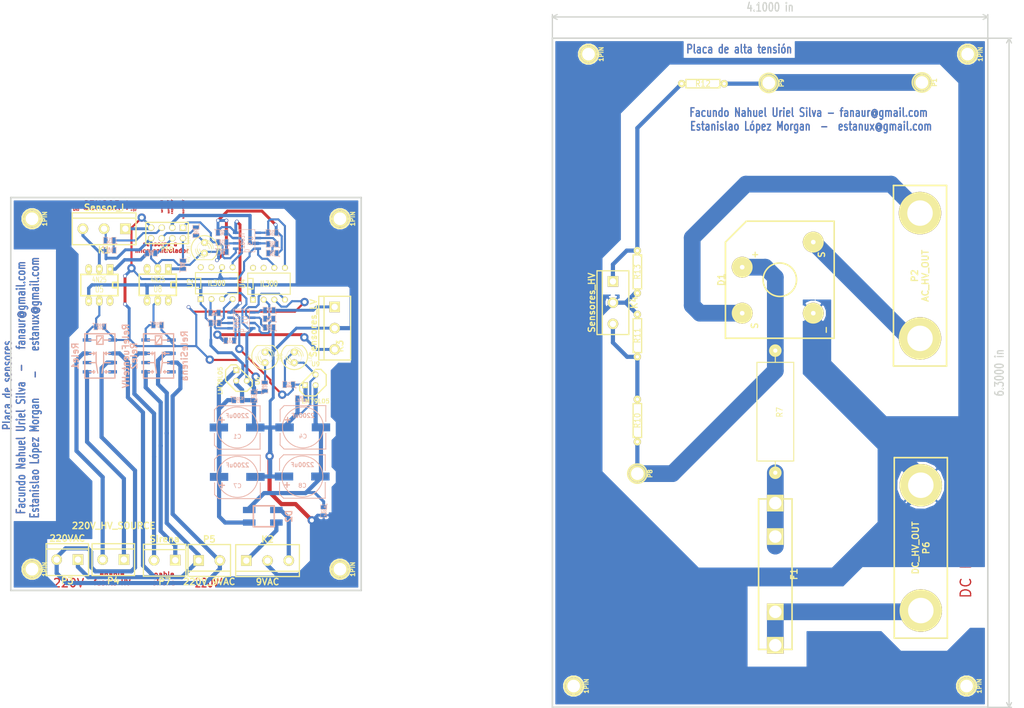
<source format=kicad_pcb>
(kicad_pcb (version 3) (host pcbnew "(2013-mar-13)-testing")

  (general
    (links 125)
    (no_connects 1)
    (area 13.62503 16.814801 291.047716 185.610501)
    (thickness 1.5748)
    (drawings 35)
    (tracks 544)
    (zones 0)
    (modules 72)
    (nets 51)
  )

  (page A4)
  (layers
    (15 Front signal)
    (0 Back signal)
    (16 B.Adhes user)
    (17 F.Adhes user)
    (18 B.Paste user)
    (19 F.Paste user)
    (20 B.SilkS user)
    (21 F.SilkS user)
    (22 B.Mask user)
    (23 F.Mask user)
    (24 Dwgs.User user)
    (25 Cmts.User user)
    (26 Eco1.User user)
    (27 Eco2.User user)
    (28 Edge.Cuts user)
  )

  (setup
    (last_trace_width 0.254)
    (user_trace_width 0.3048)
    (user_trace_width 0.50038)
    (user_trace_width 0.70104)
    (user_trace_width 0.8001)
    (user_trace_width 1.00076)
    (user_trace_width 1.50114)
    (user_trace_width 4)
    (trace_clearance 0.254)
    (zone_clearance 0.508)
    (zone_45_only yes)
    (trace_min 0.254)
    (segment_width 0.381)
    (edge_width 0.381)
    (via_size 0.889)
    (via_drill 0.635)
    (via_min_size 0.889)
    (via_min_drill 0.508)
    (user_via 1.99898 1.00076)
    (uvia_size 0.508)
    (uvia_drill 0.127)
    (uvias_allowed no)
    (uvia_min_size 0.508)
    (uvia_min_drill 0.127)
    (pcb_text_width 0.3048)
    (pcb_text_size 1.524 2.032)
    (mod_edge_width 0.381)
    (mod_text_size 1.524 1.524)
    (mod_text_width 0.3048)
    (pad_size 1.397 1.397)
    (pad_drill 0.812799)
    (pad_to_mask_clearance 0.254)
    (aux_axis_origin 0 0)
    (visible_elements 7FFFFFFF)
    (pcbplotparams
      (layerselection 402685953)
      (usegerberextensions false)
      (excludeedgelayer false)
      (linewidth 0.150000)
      (plotframeref false)
      (viasonmask false)
      (mode 1)
      (useauxorigin false)
      (hpglpennumber 1)
      (hpglpenspeed 20)
      (hpglpendiameter 15)
      (hpglpenoverlay 2)
      (psnegative false)
      (psa4output false)
      (plotreference true)
      (plotvalue true)
      (plotothertext true)
      (plotinvisibletext false)
      (padsonsilk false)
      (subtractmaskfromsilk false)
      (outputformat 2)
      (mirror false)
      (drillshape 0)
      (scaleselection 1)
      (outputdirectory GERBER/))
  )

  (net 0 "")
  (net 1 +5VA)
  (net 2 -5VA)
  (net 3 /220V+)
  (net 4 /220V-)
  (net 5 /220v+_SOURCE_HV)
  (net 6 /220v-_SOURCE_HV)
  (net 7 /9DC+)
  (net 8 /9DC-)
  (net 9 /9VAC+)
  (net 10 /9VAC-)
  (net 11 /DC_HV_OUT+)
  (net 12 /ENABLE_HV_SOURCE)
  (net 13 /ENABLE_SIRENA)
  (net 14 /HV_LED_INDICATOR)
  (net 15 /SENSOR_I)
  (net 16 /SENSOR_V_CAPACITORS)
  (net 17 /SENSOR_V_HV_SOURCE)
  (net 18 /SOURCE_HV_OUT+)
  (net 19 /SOURCE_HV_OUT-)
  (net 20 /Sirena+)
  (net 21 /Sirena-)
  (net 22 /V_CAPACITORS)
  (net 23 /V_CAPACITORS_A)
  (net 24 /V_CAPACITORS_B)
  (net 25 /V_HV_SOURCE)
  (net 26 /V_HV_SOURCE_A)
  (net 27 /V_HV_SOURCE_B)
  (net 28 GND)
  (net 29 GNDA)
  (net 30 N-000001)
  (net 31 N-0000010)
  (net 32 N-0000016)
  (net 33 N-000002)
  (net 34 N-0000021)
  (net 35 N-0000024)
  (net 36 N-0000025)
  (net 37 N-0000026)
  (net 38 N-0000027)
  (net 39 N-000003)
  (net 40 N-0000030)
  (net 41 N-0000032)
  (net 42 N-0000033)
  (net 43 N-0000034)
  (net 44 N-0000035)
  (net 45 N-0000036)
  (net 46 N-0000037)
  (net 47 N-0000038)
  (net 48 N-0000039)
  (net 49 N-000005)
  (net 50 N-000009)

  (net_class Default "This is the default net class."
    (clearance 0.254)
    (trace_width 0.254)
    (via_dia 0.889)
    (via_drill 0.635)
    (uvia_dia 0.508)
    (uvia_drill 0.127)
    (add_net "")
    (add_net +5VA)
    (add_net -5VA)
    (add_net /220V+)
    (add_net /220V-)
    (add_net /220v+_SOURCE_HV)
    (add_net /220v-_SOURCE_HV)
    (add_net /9DC+)
    (add_net /9DC-)
    (add_net /9VAC+)
    (add_net /9VAC-)
    (add_net /DC_HV_OUT+)
    (add_net /ENABLE_HV_SOURCE)
    (add_net /ENABLE_SIRENA)
    (add_net /HV_LED_INDICATOR)
    (add_net /SENSOR_I)
    (add_net /SENSOR_V_CAPACITORS)
    (add_net /SENSOR_V_HV_SOURCE)
    (add_net /SOURCE_HV_OUT+)
    (add_net /SOURCE_HV_OUT-)
    (add_net /Sirena+)
    (add_net /Sirena-)
    (add_net /V_CAPACITORS)
    (add_net /V_CAPACITORS_A)
    (add_net /V_CAPACITORS_B)
    (add_net /V_HV_SOURCE)
    (add_net /V_HV_SOURCE_A)
    (add_net /V_HV_SOURCE_B)
    (add_net GND)
    (add_net GNDA)
    (add_net N-000001)
    (add_net N-0000010)
    (add_net N-0000016)
    (add_net N-000002)
    (add_net N-0000021)
    (add_net N-0000024)
    (add_net N-0000025)
    (add_net N-0000026)
    (add_net N-0000027)
    (add_net N-000003)
    (add_net N-0000030)
    (add_net N-0000032)
    (add_net N-0000033)
    (add_net N-0000034)
    (add_net N-0000035)
    (add_net N-0000036)
    (add_net N-0000037)
    (add_net N-0000038)
    (add_net N-0000039)
    (add_net N-000005)
    (add_net N-000009)
  )

  (module 1pin (layer Front) (tedit 200000) (tstamp 516DA9CC)
    (at 48.26 68.58 270)
    (descr "module 1 pin (ou trou mecanique de percage)")
    (tags DEV)
    (path 1pin)
    (fp_text reference 1PIN (at 0 -3.048 270) (layer F.SilkS)
      (effects (font (size 1.016 1.016) (thickness 0.254)))
    )
    (fp_text value P*** (at 0 2.794 270) (layer F.SilkS) hide
      (effects (font (size 1.016 1.016) (thickness 0.254)))
    )
    (fp_circle (center 0 0) (end 0 -2.286) (layer F.SilkS) (width 0.381))
    (pad 1 thru_hole circle (at 0 0 270) (size 4.064 4.064) (drill 3.048)
      (layers *.Cu *.Mask F.SilkS)
    )
  )

  (module 1pin (layer Front) (tedit 200000) (tstamp 516DA9C7)
    (at 48.26 152.4 270)
    (descr "module 1 pin (ou trou mecanique de percage)")
    (tags DEV)
    (path 1pin)
    (fp_text reference 1PIN (at 0 -3.048 270) (layer F.SilkS)
      (effects (font (size 1.016 1.016) (thickness 0.254)))
    )
    (fp_text value P*** (at 0 2.794 270) (layer F.SilkS) hide
      (effects (font (size 1.016 1.016) (thickness 0.254)))
    )
    (fp_circle (center 0 0) (end 0 -2.286) (layer F.SilkS) (width 0.381))
    (pad 1 thru_hole circle (at 0 0 270) (size 4.064 4.064) (drill 3.048)
      (layers *.Cu *.Mask F.SilkS)
    )
  )

  (module 1pin (layer Front) (tedit 200000) (tstamp 516DA9B5)
    (at 121.92 152.4 270)
    (descr "module 1 pin (ou trou mecanique de percage)")
    (tags DEV)
    (path 1pin)
    (fp_text reference 1PIN (at 0 -3.048 270) (layer F.SilkS)
      (effects (font (size 1.016 1.016) (thickness 0.254)))
    )
    (fp_text value P*** (at 0 2.794 270) (layer F.SilkS) hide
      (effects (font (size 1.016 1.016) (thickness 0.254)))
    )
    (fp_circle (center 0 0) (end 0 -2.286) (layer F.SilkS) (width 0.381))
    (pad 1 thru_hole circle (at 0 0 270) (size 4.064 4.064) (drill 3.048)
      (layers *.Cu *.Mask F.SilkS)
    )
  )

  (module 1pin (layer Front) (tedit 200000) (tstamp 516DA9B0)
    (at 121.92 68.58 270)
    (descr "module 1 pin (ou trou mecanique de percage)")
    (tags DEV)
    (path 1pin)
    (fp_text reference 1PIN (at 0 -3.048 270) (layer F.SilkS)
      (effects (font (size 1.016 1.016) (thickness 0.254)))
    )
    (fp_text value P*** (at 0 2.794 270) (layer F.SilkS) hide
      (effects (font (size 1.016 1.016) (thickness 0.254)))
    )
    (fp_circle (center 0 0) (end 0 -2.286) (layer F.SilkS) (width 0.381))
    (pad 1 thru_hole circle (at 0 0 270) (size 4.064 4.064) (drill 3.048)
      (layers *.Cu *.Mask F.SilkS)
    )
  )

  (module 1pin (layer Front) (tedit 200000) (tstamp 516DA75A)
    (at 177.8 180.34 270)
    (descr "module 1 pin (ou trou mecanique de percage)")
    (tags DEV)
    (path 1pin)
    (fp_text reference 1PIN (at 0 -3.048 270) (layer F.SilkS)
      (effects (font (size 1.016 1.016) (thickness 0.254)))
    )
    (fp_text value P*** (at 0 2.794 270) (layer F.SilkS) hide
      (effects (font (size 1.016 1.016) (thickness 0.254)))
    )
    (fp_circle (center 0 0) (end 0 -2.286) (layer F.SilkS) (width 0.381))
    (pad 1 thru_hole circle (at 0 0 270) (size 4.064 4.064) (drill 3.048)
      (layers *.Cu *.Mask F.SilkS)
    )
  )

  (module R22x8 (layer Front) (tedit 4E4A3F0D) (tstamp 516AB11C)
    (at 226.0346 114.72164 270)
    (descr "Resistor, 22x8 mm")
    (tags R)
    (path /5122633D)
    (autoplace_cost180 10)
    (fp_text reference R7 (at 0.127 -1.016 270) (layer F.SilkS)
      (effects (font (size 1.397 1.27) (thickness 0.2032)))
    )
    (fp_text value R (at 0 1.016 270) (layer F.SilkS) hide
      (effects (font (size 1.397 1.27) (thickness 0.2032)))
    )
    (fp_line (start -11.80084 -4.39928) (end 11.80084 -4.39928) (layer F.SilkS) (width 0.254))
    (fp_line (start 11.80084 -4.39928) (end 11.80084 4.39928) (layer F.SilkS) (width 0.254))
    (fp_line (start 11.80084 4.39928) (end -11.80084 4.39928) (layer F.SilkS) (width 0.254))
    (fp_line (start -11.80084 4.39928) (end -11.80084 -4.39928) (layer F.SilkS) (width 0.254))
    (fp_line (start 11.85164 0) (end 14.60246 0) (layer F.SilkS) (width 0.254))
    (fp_line (start -11.85164 0) (end -14.60246 0) (layer F.SilkS) (width 0.254))
    (pad 1 thru_hole circle (at -14.605 0 270) (size 2.99974 2.99974) (drill 1.00076)
      (layers *.Cu *.Mask F.SilkS)
      (net 25 /V_HV_SOURCE)
    )
    (pad 2 thru_hole circle (at 14.605 0 270) (size 2.99974 2.99974) (drill 1.00076)
      (layers *.Cu *.Mask F.SilkS)
      (net 43 N-0000034)
    )
    (model mod_pth_resistors/walter/pth_resistors/r22x8.wrl
      (at (xyz 0 0 0))
      (scale (xyz 1 1 1))
      (rotate (xyz 0 0 0))
    )
  )

  (module 1pin (layer Front) (tedit 200000) (tstamp 516AB0DD)
    (at 181.356 29.21 270)
    (descr "module 1 pin (ou trou mecanique de percage)")
    (tags DEV)
    (path 1pin)
    (fp_text reference 1PIN (at 0 -3.048 270) (layer F.SilkS)
      (effects (font (size 1.016 1.016) (thickness 0.254)))
    )
    (fp_text value P*** (at 0 2.794 270) (layer F.SilkS) hide
      (effects (font (size 1.016 1.016) (thickness 0.254)))
    )
    (fp_circle (center 0 0) (end 0 -2.286) (layer F.SilkS) (width 0.381))
    (pad 1 thru_hole circle (at 0 0 270) (size 4.064 4.064) (drill 3.048)
      (layers *.Cu *.Mask F.SilkS)
    )
  )

  (module 1pin (layer Front) (tedit 200000) (tstamp 516AB0D8)
    (at 271.78 180.34 270)
    (descr "module 1 pin (ou trou mecanique de percage)")
    (tags DEV)
    (path 1pin)
    (fp_text reference 1PIN (at 0 -3.048 270) (layer F.SilkS)
      (effects (font (size 1.016 1.016) (thickness 0.254)))
    )
    (fp_text value P*** (at 0 2.794 270) (layer F.SilkS) hide
      (effects (font (size 1.016 1.016) (thickness 0.254)))
    )
    (fp_circle (center 0 0) (end 0 -2.286) (layer F.SilkS) (width 0.381))
    (pad 1 thru_hole circle (at 0 0 270) (size 4.064 4.064) (drill 3.048)
      (layers *.Cu *.Mask F.SilkS)
    )
  )

  (module TO92 (layer Front) (tedit 443CFFD1) (tstamp 5166F128)
    (at 114.81435 107.13339 180)
    (descr "Transistor TO92 brochage type BC237")
    (tags "TR TO92")
    (path /5165BF42)
    (fp_text reference U9 (at -1.27 3.81 180) (layer F.SilkS)
      (effects (font (size 1.016 1.016) (thickness 0.2032)))
    )
    (fp_text value LM79L05 (at -1.27 -5.08 180) (layer F.SilkS)
      (effects (font (size 1.016 1.016) (thickness 0.2032)))
    )
    (fp_line (start -1.27 2.54) (end 2.54 -1.27) (layer F.SilkS) (width 0.3048))
    (fp_line (start 2.54 -1.27) (end 2.54 -2.54) (layer F.SilkS) (width 0.3048))
    (fp_line (start 2.54 -2.54) (end 1.27 -3.81) (layer F.SilkS) (width 0.3048))
    (fp_line (start 1.27 -3.81) (end -1.27 -3.81) (layer F.SilkS) (width 0.3048))
    (fp_line (start -1.27 -3.81) (end -3.81 -1.27) (layer F.SilkS) (width 0.3048))
    (fp_line (start -3.81 -1.27) (end -3.81 1.27) (layer F.SilkS) (width 0.3048))
    (fp_line (start -3.81 1.27) (end -2.54 2.54) (layer F.SilkS) (width 0.3048))
    (fp_line (start -2.54 2.54) (end -1.27 2.54) (layer F.SilkS) (width 0.3048))
    (pad 1 thru_hole rect (at 1.27 -1.27 180) (size 1.397 1.397) (drill 0.812799)
      (layers *.Cu *.Mask F.SilkS)
      (net 2 -5VA)
    )
    (pad 2 thru_hole circle (at -1.27 -1.27 180) (size 1.397 1.397) (drill 0.812799)
      (layers *.Cu *.Mask F.SilkS)
      (net 8 /9DC-)
    )
    (pad 3 thru_hole circle (at -1.27 1.27 180) (size 1.397 1.397) (drill 0.812799)
      (layers *.Cu *.Mask F.SilkS)
      (net 29 GNDA)
    )
    (model discret/to98.wrl
      (at (xyz 0 0 0))
      (scale (xyz 1 1 1))
      (rotate (xyz 0 0 0))
    )
  )

  (module TO92 (layer Front) (tedit 443CFFD1) (tstamp 5166F137)
    (at 98.36785 106.05389 90)
    (descr "Transistor TO92 brochage type BC237")
    (tags "TR TO92")
    (path /5165BF33)
    (fp_text reference U6 (at -1.27 3.81 90) (layer F.SilkS)
      (effects (font (size 1.016 1.016) (thickness 0.2032)))
    )
    (fp_text value LM78L05 (at -1.27 -5.08 90) (layer F.SilkS)
      (effects (font (size 1.016 1.016) (thickness 0.2032)))
    )
    (fp_line (start -1.27 2.54) (end 2.54 -1.27) (layer F.SilkS) (width 0.3048))
    (fp_line (start 2.54 -1.27) (end 2.54 -2.54) (layer F.SilkS) (width 0.3048))
    (fp_line (start 2.54 -2.54) (end 1.27 -3.81) (layer F.SilkS) (width 0.3048))
    (fp_line (start 1.27 -3.81) (end -1.27 -3.81) (layer F.SilkS) (width 0.3048))
    (fp_line (start -1.27 -3.81) (end -3.81 -1.27) (layer F.SilkS) (width 0.3048))
    (fp_line (start -3.81 -1.27) (end -3.81 1.27) (layer F.SilkS) (width 0.3048))
    (fp_line (start -3.81 1.27) (end -2.54 2.54) (layer F.SilkS) (width 0.3048))
    (fp_line (start -2.54 2.54) (end -1.27 2.54) (layer F.SilkS) (width 0.3048))
    (pad 1 thru_hole rect (at 1.27 -1.27 90) (size 1.397 1.397) (drill 0.812799)
      (layers *.Cu *.Mask F.SilkS)
      (net 7 /9DC+)
    )
    (pad 2 thru_hole circle (at -1.27 -1.27 90) (size 1.397 1.397) (drill 0.812799)
      (layers *.Cu *.Mask F.SilkS)
      (net 29 GNDA)
    )
    (pad 3 thru_hole circle (at -1.27 1.27 90) (size 1.397 1.397) (drill 0.812799)
      (layers *.Cu *.Mask F.SilkS)
      (net 1 +5VA)
    )
    (model discret/to98.wrl
      (at (xyz 0 0 0))
      (scale (xyz 1 1 1))
      (rotate (xyz 0 0 0))
    )
  )

  (module SO8E (layer Back) (tedit 4F33A5C7) (tstamp 5166F14B)
    (at 98.3361 92.87764 90)
    (descr "module CMS SOJ 8 pins etroit")
    (tags "CMS SOJ")
    (path /5122351C)
    (attr smd)
    (fp_text reference U1 (at 0 0.889 90) (layer B.SilkS)
      (effects (font (size 1.143 1.143) (thickness 0.1524)) (justify mirror))
    )
    (fp_text value TL082 (at 0 -1.016 90) (layer B.SilkS)
      (effects (font (size 0.889 0.889) (thickness 0.1524)) (justify mirror))
    )
    (fp_line (start -2.667 -1.778) (end -2.667 -1.905) (layer B.SilkS) (width 0.127))
    (fp_line (start -2.667 -1.905) (end 2.667 -1.905) (layer B.SilkS) (width 0.127))
    (fp_line (start 2.667 1.905) (end -2.667 1.905) (layer B.SilkS) (width 0.127))
    (fp_line (start -2.667 1.905) (end -2.667 -1.778) (layer B.SilkS) (width 0.127))
    (fp_line (start -2.667 0.508) (end -2.159 0.508) (layer B.SilkS) (width 0.127))
    (fp_line (start -2.159 0.508) (end -2.159 -0.508) (layer B.SilkS) (width 0.127))
    (fp_line (start -2.159 -0.508) (end -2.667 -0.508) (layer B.SilkS) (width 0.127))
    (fp_line (start 2.667 1.905) (end 2.667 -1.905) (layer B.SilkS) (width 0.127))
    (pad 8 smd rect (at -1.905 2.667 90) (size 0.59944 1.39954)
      (layers Back B.Paste B.Mask)
      (net 1 +5VA)
    )
    (pad 1 smd rect (at -1.905 -2.667 90) (size 0.59944 1.39954)
      (layers Back B.Paste B.Mask)
      (net 47 N-0000038)
    )
    (pad 7 smd rect (at -0.635 2.667 90) (size 0.59944 1.39954)
      (layers Back B.Paste B.Mask)
      (net 44 N-0000035)
    )
    (pad 6 smd rect (at 0.635 2.667 90) (size 0.59944 1.39954)
      (layers Back B.Paste B.Mask)
      (net 36 N-0000025)
    )
    (pad 5 smd rect (at 1.905 2.667 90) (size 0.59944 1.39954)
      (layers Back B.Paste B.Mask)
      (net 31 N-0000010)
    )
    (pad 2 smd rect (at -0.635 -2.667 90) (size 0.59944 1.39954)
      (layers Back B.Paste B.Mask)
      (net 48 N-0000039)
    )
    (pad 3 smd rect (at 0.635 -2.667 90) (size 0.59944 1.39954)
      (layers Back B.Paste B.Mask)
      (net 50 N-000009)
    )
    (pad 4 smd rect (at 1.905 -2.667 90) (size 0.59944 1.39954)
      (layers Back B.Paste B.Mask)
      (net 2 -5VA)
    )
    (model smd/cms_so8.wrl
      (at (xyz 0 0 0))
      (scale (xyz 0.5 0.32 0.5))
      (rotate (xyz 0 0 0))
    )
  )

  (module SO8E (layer Back) (tedit 51958AAE) (tstamp 5166F15F)
    (at 99.6696 73.82764 90)
    (descr "module CMS SOJ 8 pins etroit")
    (tags "CMS SOJ")
    (path /51223574)
    (attr smd)
    (fp_text reference U3 (at 0 0.889 90) (layer B.SilkS)
      (effects (font (size 1.143 1.143) (thickness 0.1524)) (justify mirror))
    )
    (fp_text value TL082 (at 0 -1.016 90) (layer B.SilkS)
      (effects (font (size 0.889 0.889) (thickness 0.1524)) (justify mirror))
    )
    (fp_line (start -2.667 -1.778) (end -2.667 -1.905) (layer B.SilkS) (width 0.127))
    (fp_line (start -2.667 -1.905) (end 2.667 -1.905) (layer B.SilkS) (width 0.127))
    (fp_line (start 2.667 1.905) (end -2.667 1.905) (layer B.SilkS) (width 0.127))
    (fp_line (start -2.667 1.905) (end -2.667 -1.778) (layer B.SilkS) (width 0.127))
    (fp_line (start -2.667 0.508) (end -2.159 0.508) (layer B.SilkS) (width 0.127))
    (fp_line (start -2.159 0.508) (end -2.159 -0.508) (layer B.SilkS) (width 0.127))
    (fp_line (start -2.159 -0.508) (end -2.667 -0.508) (layer B.SilkS) (width 0.127))
    (fp_line (start 2.667 1.905) (end 2.667 -1.905) (layer B.SilkS) (width 0.127))
    (pad 8 smd rect (at -1.905 2.667 90) (size 0.59944 1.39954)
      (layers Back B.Paste B.Mask)
      (net 1 +5VA)
    )
    (pad 1 smd rect (at -1.905 -2.667 90) (size 0.59944 1.39954)
      (layers Back B.Paste B.Mask)
      (net 17 /SENSOR_V_HV_SOURCE)
    )
    (pad 7 smd rect (at -0.635 2.667 90) (size 0.59944 1.39954)
      (layers Back B.Paste B.Mask)
      (net 16 /SENSOR_V_CAPACITORS)
    )
    (pad 6 smd rect (at 0.635 2.667 90) (size 0.59944 1.39954)
      (layers Back B.Paste B.Mask)
      (net 34 N-0000021)
    )
    (pad 5 smd rect (at 1.905 2.667 90) (size 0.59944 1.39954)
      (layers Back B.Paste B.Mask)
      (net 37 N-0000026)
    )
    (pad 2 smd rect (at -0.635 -2.667 90) (size 0.59944 1.39954)
      (layers Back B.Paste B.Mask)
      (net 38 N-0000027)
    )
    (pad 3 smd rect (at 0.635 -2.667 90) (size 0.59944 1.39954)
      (layers Back B.Paste B.Mask)
      (net 35 N-0000024)
    )
    (pad 4 smd rect (at 1.905 -2.667 90) (size 0.59944 1.39954)
      (layers Back B.Paste B.Mask)
      (net 2 -5VA)
    )
    (model smd/cms_so8.wrl
      (at (xyz 0 0 0))
      (scale (xyz 0.5 0.32 0.5))
      (rotate (xyz 0 0 0))
    )
  )

  (module SM0805 (layer Back) (tedit 5091495C) (tstamp 5166F19E)
    (at 118.0211 138.5316 270)
    (path /51662A07)
    (attr smd)
    (fp_text reference C5 (at 0 0.3175 270) (layer B.SilkS)
      (effects (font (size 0.50038 0.50038) (thickness 0.10922)) (justify mirror))
    )
    (fp_text value 0.33uF (at 0 -0.381 270) (layer B.SilkS)
      (effects (font (size 0.50038 0.50038) (thickness 0.10922)) (justify mirror))
    )
    (fp_circle (center -1.651 -0.762) (end -1.651 -0.635) (layer B.SilkS) (width 0.09906))
    (fp_line (start -0.508 -0.762) (end -1.524 -0.762) (layer B.SilkS) (width 0.09906))
    (fp_line (start -1.524 -0.762) (end -1.524 0.762) (layer B.SilkS) (width 0.09906))
    (fp_line (start -1.524 0.762) (end -0.508 0.762) (layer B.SilkS) (width 0.09906))
    (fp_line (start 0.508 0.762) (end 1.524 0.762) (layer B.SilkS) (width 0.09906))
    (fp_line (start 1.524 0.762) (end 1.524 -0.762) (layer B.SilkS) (width 0.09906))
    (fp_line (start 1.524 -0.762) (end 0.508 -0.762) (layer B.SilkS) (width 0.09906))
    (pad 1 smd rect (at -0.9525 0 270) (size 0.889 1.397)
      (layers Back B.Paste B.Mask)
      (net 8 /9DC-)
    )
    (pad 2 smd rect (at 0.9525 0 270) (size 0.889 1.397)
      (layers Back B.Paste B.Mask)
      (net 29 GNDA)
    )
    (model smd/chip_cms.wrl
      (at (xyz 0 0 0))
      (scale (xyz 0.1 0.1 0.1))
      (rotate (xyz 0 0 0))
    )
  )

  (module SM0805 (layer Back) (tedit 5091495C) (tstamp 5166F1B8)
    (at 66.8401 73.76414 180)
    (path /513688A5)
    (attr smd)
    (fp_text reference R17 (at 0 0.3175 180) (layer B.SilkS)
      (effects (font (size 0.50038 0.50038) (thickness 0.10922)) (justify mirror))
    )
    (fp_text value 3.3k (at 0 -0.381 180) (layer B.SilkS)
      (effects (font (size 0.50038 0.50038) (thickness 0.10922)) (justify mirror))
    )
    (fp_circle (center -1.651 -0.762) (end -1.651 -0.635) (layer B.SilkS) (width 0.09906))
    (fp_line (start -0.508 -0.762) (end -1.524 -0.762) (layer B.SilkS) (width 0.09906))
    (fp_line (start -1.524 -0.762) (end -1.524 0.762) (layer B.SilkS) (width 0.09906))
    (fp_line (start -1.524 0.762) (end -0.508 0.762) (layer B.SilkS) (width 0.09906))
    (fp_line (start 0.508 0.762) (end 1.524 0.762) (layer B.SilkS) (width 0.09906))
    (fp_line (start 1.524 0.762) (end 1.524 -0.762) (layer B.SilkS) (width 0.09906))
    (fp_line (start 1.524 -0.762) (end 0.508 -0.762) (layer B.SilkS) (width 0.09906))
    (pad 1 smd rect (at -0.9525 0 180) (size 0.889 1.397)
      (layers Back B.Paste B.Mask)
      (net 15 /SENSOR_I)
    )
    (pad 2 smd rect (at 0.9525 0 180) (size 0.889 1.397)
      (layers Back B.Paste B.Mask)
      (net 39 N-000003)
    )
    (model smd/chip_cms.wrl
      (at (xyz 0 0 0))
      (scale (xyz 0.1 0.1 0.1))
      (rotate (xyz 0 0 0))
    )
  )

  (module SM0805 (layer Back) (tedit 5091495C) (tstamp 5166F1C5)
    (at 66.9036 76.11364)
    (path /513688AB)
    (attr smd)
    (fp_text reference R15 (at 0 0.3175) (layer B.SilkS)
      (effects (font (size 0.50038 0.50038) (thickness 0.10922)) (justify mirror))
    )
    (fp_text value 5.6k (at 0 -0.381) (layer B.SilkS)
      (effects (font (size 0.50038 0.50038) (thickness 0.10922)) (justify mirror))
    )
    (fp_circle (center -1.651 -0.762) (end -1.651 -0.635) (layer B.SilkS) (width 0.09906))
    (fp_line (start -0.508 -0.762) (end -1.524 -0.762) (layer B.SilkS) (width 0.09906))
    (fp_line (start -1.524 -0.762) (end -1.524 0.762) (layer B.SilkS) (width 0.09906))
    (fp_line (start -1.524 0.762) (end -0.508 0.762) (layer B.SilkS) (width 0.09906))
    (fp_line (start 0.508 0.762) (end 1.524 0.762) (layer B.SilkS) (width 0.09906))
    (fp_line (start 1.524 0.762) (end 1.524 -0.762) (layer B.SilkS) (width 0.09906))
    (fp_line (start 1.524 -0.762) (end 0.508 -0.762) (layer B.SilkS) (width 0.09906))
    (pad 1 smd rect (at -0.9525 0) (size 0.889 1.397)
      (layers Back B.Paste B.Mask)
      (net 28 GND)
    )
    (pad 2 smd rect (at 0.9525 0) (size 0.889 1.397)
      (layers Back B.Paste B.Mask)
      (net 15 /SENSOR_I)
    )
    (model smd/chip_cms.wrl
      (at (xyz 0 0 0))
      (scale (xyz 0.1 0.1 0.1))
      (rotate (xyz 0 0 0))
    )
  )

  (module SM0805 (layer Back) (tedit 5091495C) (tstamp 5166F1D2)
    (at 91.9861 93.51264)
    (path /5166421A)
    (attr smd)
    (fp_text reference R3 (at 0 0.3175) (layer B.SilkS)
      (effects (font (size 0.50038 0.50038) (thickness 0.10922)) (justify mirror))
    )
    (fp_text value 22K (at 0 -0.381) (layer B.SilkS)
      (effects (font (size 0.50038 0.50038) (thickness 0.10922)) (justify mirror))
    )
    (fp_circle (center -1.651 -0.762) (end -1.651 -0.635) (layer B.SilkS) (width 0.09906))
    (fp_line (start -0.508 -0.762) (end -1.524 -0.762) (layer B.SilkS) (width 0.09906))
    (fp_line (start -1.524 -0.762) (end -1.524 0.762) (layer B.SilkS) (width 0.09906))
    (fp_line (start -1.524 0.762) (end -0.508 0.762) (layer B.SilkS) (width 0.09906))
    (fp_line (start 0.508 0.762) (end 1.524 0.762) (layer B.SilkS) (width 0.09906))
    (fp_line (start 1.524 0.762) (end 1.524 -0.762) (layer B.SilkS) (width 0.09906))
    (fp_line (start 1.524 -0.762) (end 0.508 -0.762) (layer B.SilkS) (width 0.09906))
    (pad 1 smd rect (at -0.9525 0) (size 0.889 1.397)
      (layers Back B.Paste B.Mask)
      (net 29 GNDA)
    )
    (pad 2 smd rect (at 0.9525 0) (size 0.889 1.397)
      (layers Back B.Paste B.Mask)
      (net 48 N-0000039)
    )
    (model smd/chip_cms.wrl
      (at (xyz 0 0 0))
      (scale (xyz 0.1 0.1 0.1))
      (rotate (xyz 0 0 0))
    )
  )

  (module SM0805 (layer Back) (tedit 5091495C) (tstamp 5166F1DF)
    (at 105.0036 94.59214 180)
    (path /51663F7B)
    (attr smd)
    (fp_text reference R20 (at 0 0.3175 180) (layer B.SilkS)
      (effects (font (size 0.50038 0.50038) (thickness 0.10922)) (justify mirror))
    )
    (fp_text value 22K (at 0 -0.381 180) (layer B.SilkS)
      (effects (font (size 0.50038 0.50038) (thickness 0.10922)) (justify mirror))
    )
    (fp_circle (center -1.651 -0.762) (end -1.651 -0.635) (layer B.SilkS) (width 0.09906))
    (fp_line (start -0.508 -0.762) (end -1.524 -0.762) (layer B.SilkS) (width 0.09906))
    (fp_line (start -1.524 -0.762) (end -1.524 0.762) (layer B.SilkS) (width 0.09906))
    (fp_line (start -1.524 0.762) (end -0.508 0.762) (layer B.SilkS) (width 0.09906))
    (fp_line (start 0.508 0.762) (end 1.524 0.762) (layer B.SilkS) (width 0.09906))
    (fp_line (start 1.524 0.762) (end 1.524 -0.762) (layer B.SilkS) (width 0.09906))
    (fp_line (start 1.524 -0.762) (end 0.508 -0.762) (layer B.SilkS) (width 0.09906))
    (pad 1 smd rect (at -0.9525 0 180) (size 0.889 1.397)
      (layers Back B.Paste B.Mask)
      (net 29 GNDA)
    )
    (pad 2 smd rect (at 0.9525 0 180) (size 0.889 1.397)
      (layers Back B.Paste B.Mask)
      (net 36 N-0000025)
    )
    (model smd/chip_cms.wrl
      (at (xyz 0 0 0))
      (scale (xyz 0.1 0.1 0.1))
      (rotate (xyz 0 0 0))
    )
  )

  (module SM0805 (layer Back) (tedit 5091495C) (tstamp 5166F1EC)
    (at 93.7006 71.92264)
    (path /51663CFD)
    (attr smd)
    (fp_text reference R5 (at 0 0.3175) (layer B.SilkS)
      (effects (font (size 0.50038 0.50038) (thickness 0.10922)) (justify mirror))
    )
    (fp_text value 22K (at 0 -0.381) (layer B.SilkS)
      (effects (font (size 0.50038 0.50038) (thickness 0.10922)) (justify mirror))
    )
    (fp_circle (center -1.651 -0.762) (end -1.651 -0.635) (layer B.SilkS) (width 0.09906))
    (fp_line (start -0.508 -0.762) (end -1.524 -0.762) (layer B.SilkS) (width 0.09906))
    (fp_line (start -1.524 -0.762) (end -1.524 0.762) (layer B.SilkS) (width 0.09906))
    (fp_line (start -1.524 0.762) (end -0.508 0.762) (layer B.SilkS) (width 0.09906))
    (fp_line (start 0.508 0.762) (end 1.524 0.762) (layer B.SilkS) (width 0.09906))
    (fp_line (start 1.524 0.762) (end 1.524 -0.762) (layer B.SilkS) (width 0.09906))
    (fp_line (start 1.524 -0.762) (end 0.508 -0.762) (layer B.SilkS) (width 0.09906))
    (pad 1 smd rect (at -0.9525 0) (size 0.889 1.397)
      (layers Back B.Paste B.Mask)
      (net 28 GND)
    )
    (pad 2 smd rect (at 0.9525 0) (size 0.889 1.397)
      (layers Back B.Paste B.Mask)
      (net 35 N-0000024)
    )
    (model smd/chip_cms.wrl
      (at (xyz 0 0 0))
      (scale (xyz 0.1 0.1 0.1))
      (rotate (xyz 0 0 0))
    )
  )

  (module SM0805 (layer Back) (tedit 5091495C) (tstamp 5166F1F9)
    (at 103.9241 108.75264 90)
    (path /51369A7B)
    (attr smd)
    (fp_text reference R14 (at 0 0.3175 90) (layer B.SilkS)
      (effects (font (size 0.50038 0.50038) (thickness 0.10922)) (justify mirror))
    )
    (fp_text value 560 (at 0 -0.381 90) (layer B.SilkS)
      (effects (font (size 0.50038 0.50038) (thickness 0.10922)) (justify mirror))
    )
    (fp_circle (center -1.651 -0.762) (end -1.651 -0.635) (layer B.SilkS) (width 0.09906))
    (fp_line (start -0.508 -0.762) (end -1.524 -0.762) (layer B.SilkS) (width 0.09906))
    (fp_line (start -1.524 -0.762) (end -1.524 0.762) (layer B.SilkS) (width 0.09906))
    (fp_line (start -1.524 0.762) (end -0.508 0.762) (layer B.SilkS) (width 0.09906))
    (fp_line (start 0.508 0.762) (end 1.524 0.762) (layer B.SilkS) (width 0.09906))
    (fp_line (start 1.524 0.762) (end 1.524 -0.762) (layer B.SilkS) (width 0.09906))
    (fp_line (start 1.524 -0.762) (end 0.508 -0.762) (layer B.SilkS) (width 0.09906))
    (pad 1 smd rect (at -0.9525 0 90) (size 0.889 1.397)
      (layers Back B.Paste B.Mask)
      (net 1 +5VA)
    )
    (pad 2 smd rect (at 0.9525 0 90) (size 0.889 1.397)
      (layers Back B.Paste B.Mask)
      (net 41 N-0000032)
    )
    (model smd/chip_cms.wrl
      (at (xyz 0 0 0))
      (scale (xyz 0.1 0.1 0.1))
      (rotate (xyz 0 0 0))
    )
  )

  (module SM0805 (layer Back) (tedit 5091495C) (tstamp 5169F4B2)
    (at 87.4776 71.60514 270)
    (path /51369A88)
    (attr smd)
    (fp_text reference R16 (at 0 0.3175 270) (layer B.SilkS)
      (effects (font (size 0.50038 0.50038) (thickness 0.10922)) (justify mirror))
    )
    (fp_text value 270 (at 0 -0.381 270) (layer B.SilkS)
      (effects (font (size 0.50038 0.50038) (thickness 0.10922)) (justify mirror))
    )
    (fp_circle (center -1.651 -0.762) (end -1.651 -0.635) (layer B.SilkS) (width 0.09906))
    (fp_line (start -0.508 -0.762) (end -1.524 -0.762) (layer B.SilkS) (width 0.09906))
    (fp_line (start -1.524 -0.762) (end -1.524 0.762) (layer B.SilkS) (width 0.09906))
    (fp_line (start -1.524 0.762) (end -0.508 0.762) (layer B.SilkS) (width 0.09906))
    (fp_line (start 0.508 0.762) (end 1.524 0.762) (layer B.SilkS) (width 0.09906))
    (fp_line (start 1.524 0.762) (end 1.524 -0.762) (layer B.SilkS) (width 0.09906))
    (fp_line (start 1.524 -0.762) (end 0.508 -0.762) (layer B.SilkS) (width 0.09906))
    (pad 1 smd rect (at -0.9525 0 270) (size 0.889 1.397)
      (layers Back B.Paste B.Mask)
      (net 14 /HV_LED_INDICATOR)
    )
    (pad 2 smd rect (at 0.9525 0 270) (size 0.889 1.397)
      (layers Back B.Paste B.Mask)
      (net 42 N-0000033)
    )
    (model smd/chip_cms.wrl
      (at (xyz 0 0 0))
      (scale (xyz 0.1 0.1 0.1))
      (rotate (xyz 0 0 0))
    )
  )

  (module SM0805 (layer Back) (tedit 5091495C) (tstamp 51955BFA)
    (at 105.7021 71.92264 180)
    (path /51663A78)
    (attr smd)
    (fp_text reference R19 (at 0 0.3175 180) (layer B.SilkS)
      (effects (font (size 0.50038 0.50038) (thickness 0.10922)) (justify mirror))
    )
    (fp_text value 22K (at 0 -0.381 180) (layer B.SilkS)
      (effects (font (size 0.50038 0.50038) (thickness 0.10922)) (justify mirror))
    )
    (fp_circle (center -1.651 -0.762) (end -1.651 -0.635) (layer B.SilkS) (width 0.09906))
    (fp_line (start -0.508 -0.762) (end -1.524 -0.762) (layer B.SilkS) (width 0.09906))
    (fp_line (start -1.524 -0.762) (end -1.524 0.762) (layer B.SilkS) (width 0.09906))
    (fp_line (start -1.524 0.762) (end -0.508 0.762) (layer B.SilkS) (width 0.09906))
    (fp_line (start 0.508 0.762) (end 1.524 0.762) (layer B.SilkS) (width 0.09906))
    (fp_line (start 1.524 0.762) (end 1.524 -0.762) (layer B.SilkS) (width 0.09906))
    (fp_line (start 1.524 -0.762) (end 0.508 -0.762) (layer B.SilkS) (width 0.09906))
    (pad 1 smd rect (at -0.9525 0 180) (size 0.889 1.397)
      (layers Back B.Paste B.Mask)
      (net 28 GND)
    )
    (pad 2 smd rect (at 0.9525 0 180) (size 0.889 1.397)
      (layers Back B.Paste B.Mask)
      (net 37 N-0000026)
    )
    (model smd/chip_cms.wrl
      (at (xyz 0 0 0))
      (scale (xyz 0.1 0.1 0.1))
      (rotate (xyz 0 0 0))
    )
  )

  (module SM0805 (layer Back) (tedit 5091495C) (tstamp 5166F22D)
    (at 112.71885 111.57839 180)
    (path /516629E5)
    (attr smd)
    (fp_text reference C6 (at 0 0.3175 180) (layer B.SilkS)
      (effects (font (size 0.50038 0.50038) (thickness 0.10922)) (justify mirror))
    )
    (fp_text value 0.1uF (at 0 -0.381 180) (layer B.SilkS)
      (effects (font (size 0.50038 0.50038) (thickness 0.10922)) (justify mirror))
    )
    (fp_circle (center -1.651 -0.762) (end -1.651 -0.635) (layer B.SilkS) (width 0.09906))
    (fp_line (start -0.508 -0.762) (end -1.524 -0.762) (layer B.SilkS) (width 0.09906))
    (fp_line (start -1.524 -0.762) (end -1.524 0.762) (layer B.SilkS) (width 0.09906))
    (fp_line (start -1.524 0.762) (end -0.508 0.762) (layer B.SilkS) (width 0.09906))
    (fp_line (start 0.508 0.762) (end 1.524 0.762) (layer B.SilkS) (width 0.09906))
    (fp_line (start 1.524 0.762) (end 1.524 -0.762) (layer B.SilkS) (width 0.09906))
    (fp_line (start 1.524 -0.762) (end 0.508 -0.762) (layer B.SilkS) (width 0.09906))
    (pad 1 smd rect (at -0.9525 0 180) (size 0.889 1.397)
      (layers Back B.Paste B.Mask)
      (net 2 -5VA)
    )
    (pad 2 smd rect (at 0.9525 0 180) (size 0.889 1.397)
      (layers Back B.Paste B.Mask)
      (net 29 GNDA)
    )
    (model smd/chip_cms.wrl
      (at (xyz 0 0 0))
      (scale (xyz 0.1 0.1 0.1))
      (rotate (xyz 0 0 0))
    )
  )

  (module SM0805 (layer Back) (tedit 5091495C) (tstamp 5166F23A)
    (at 109.7026 108.24464 180)
    (path /51662689)
    (attr smd)
    (fp_text reference R1 (at 0 0.3175 180) (layer B.SilkS)
      (effects (font (size 0.50038 0.50038) (thickness 0.10922)) (justify mirror))
    )
    (fp_text value 560 (at 0 -0.381 180) (layer B.SilkS)
      (effects (font (size 0.50038 0.50038) (thickness 0.10922)) (justify mirror))
    )
    (fp_circle (center -1.651 -0.762) (end -1.651 -0.635) (layer B.SilkS) (width 0.09906))
    (fp_line (start -0.508 -0.762) (end -1.524 -0.762) (layer B.SilkS) (width 0.09906))
    (fp_line (start -1.524 -0.762) (end -1.524 0.762) (layer B.SilkS) (width 0.09906))
    (fp_line (start -1.524 0.762) (end -0.508 0.762) (layer B.SilkS) (width 0.09906))
    (fp_line (start 0.508 0.762) (end 1.524 0.762) (layer B.SilkS) (width 0.09906))
    (fp_line (start 1.524 0.762) (end 1.524 -0.762) (layer B.SilkS) (width 0.09906))
    (fp_line (start 1.524 -0.762) (end 0.508 -0.762) (layer B.SilkS) (width 0.09906))
    (pad 1 smd rect (at -0.9525 0 180) (size 0.889 1.397)
      (layers Back B.Paste B.Mask)
      (net 2 -5VA)
    )
    (pad 2 smd rect (at 0.9525 0 180) (size 0.889 1.397)
      (layers Back B.Paste B.Mask)
      (net 40 N-0000030)
    )
    (model smd/chip_cms.wrl
      (at (xyz 0 0 0))
      (scale (xyz 0.1 0.1 0.1))
      (rotate (xyz 0 0 0))
    )
  )

  (module SM0805 (layer Back) (tedit 5091495C) (tstamp 5166F247)
    (at 101.35235 111.07039 270)
    (path /516629DF)
    (attr smd)
    (fp_text reference C3 (at 0 0.3175 270) (layer B.SilkS)
      (effects (font (size 0.50038 0.50038) (thickness 0.10922)) (justify mirror))
    )
    (fp_text value 0.01uF (at 0 -0.381 270) (layer B.SilkS)
      (effects (font (size 0.50038 0.50038) (thickness 0.10922)) (justify mirror))
    )
    (fp_circle (center -1.651 -0.762) (end -1.651 -0.635) (layer B.SilkS) (width 0.09906))
    (fp_line (start -0.508 -0.762) (end -1.524 -0.762) (layer B.SilkS) (width 0.09906))
    (fp_line (start -1.524 -0.762) (end -1.524 0.762) (layer B.SilkS) (width 0.09906))
    (fp_line (start -1.524 0.762) (end -0.508 0.762) (layer B.SilkS) (width 0.09906))
    (fp_line (start 0.508 0.762) (end 1.524 0.762) (layer B.SilkS) (width 0.09906))
    (fp_line (start 1.524 0.762) (end 1.524 -0.762) (layer B.SilkS) (width 0.09906))
    (fp_line (start 1.524 -0.762) (end 0.508 -0.762) (layer B.SilkS) (width 0.09906))
    (pad 1 smd rect (at -0.9525 0 270) (size 0.889 1.397)
      (layers Back B.Paste B.Mask)
      (net 1 +5VA)
    )
    (pad 2 smd rect (at 0.9525 0 270) (size 0.889 1.397)
      (layers Back B.Paste B.Mask)
      (net 29 GNDA)
    )
    (model smd/chip_cms.wrl
      (at (xyz 0 0 0))
      (scale (xyz 0.1 0.1 0.1))
      (rotate (xyz 0 0 0))
    )
  )

  (module SM0805 (layer Back) (tedit 5091495C) (tstamp 5166F254)
    (at 105.0036 92.49664 180)
    (path /5120288E)
    (attr smd)
    (fp_text reference R4 (at 0 0.3175 180) (layer B.SilkS)
      (effects (font (size 0.50038 0.50038) (thickness 0.10922)) (justify mirror))
    )
    (fp_text value 100 (at 0 -0.381 180) (layer B.SilkS)
      (effects (font (size 0.50038 0.50038) (thickness 0.10922)) (justify mirror))
    )
    (fp_circle (center -1.651 -0.762) (end -1.651 -0.635) (layer B.SilkS) (width 0.09906))
    (fp_line (start -0.508 -0.762) (end -1.524 -0.762) (layer B.SilkS) (width 0.09906))
    (fp_line (start -1.524 -0.762) (end -1.524 0.762) (layer B.SilkS) (width 0.09906))
    (fp_line (start -1.524 0.762) (end -0.508 0.762) (layer B.SilkS) (width 0.09906))
    (fp_line (start 0.508 0.762) (end 1.524 0.762) (layer B.SilkS) (width 0.09906))
    (fp_line (start 1.524 0.762) (end 1.524 -0.762) (layer B.SilkS) (width 0.09906))
    (fp_line (start 1.524 -0.762) (end 0.508 -0.762) (layer B.SilkS) (width 0.09906))
    (pad 1 smd rect (at -0.9525 0 180) (size 0.889 1.397)
      (layers Back B.Paste B.Mask)
      (net 44 N-0000035)
    )
    (pad 2 smd rect (at 0.9525 0 180) (size 0.889 1.397)
      (layers Back B.Paste B.Mask)
      (net 46 N-0000037)
    )
    (model smd/chip_cms.wrl
      (at (xyz 0 0 0))
      (scale (xyz 0.1 0.1 0.1))
      (rotate (xyz 0 0 0))
    )
  )

  (module SM0805 (layer Back) (tedit 5091495C) (tstamp 5166F261)
    (at 91.9226 91.09964 180)
    (path /51201EB5)
    (attr smd)
    (fp_text reference R2 (at 0 0.3175 180) (layer B.SilkS)
      (effects (font (size 0.50038 0.50038) (thickness 0.10922)) (justify mirror))
    )
    (fp_text value 100 (at 0 -0.381 180) (layer B.SilkS)
      (effects (font (size 0.50038 0.50038) (thickness 0.10922)) (justify mirror))
    )
    (fp_circle (center -1.651 -0.762) (end -1.651 -0.635) (layer B.SilkS) (width 0.09906))
    (fp_line (start -0.508 -0.762) (end -1.524 -0.762) (layer B.SilkS) (width 0.09906))
    (fp_line (start -1.524 -0.762) (end -1.524 0.762) (layer B.SilkS) (width 0.09906))
    (fp_line (start -1.524 0.762) (end -0.508 0.762) (layer B.SilkS) (width 0.09906))
    (fp_line (start 0.508 0.762) (end 1.524 0.762) (layer B.SilkS) (width 0.09906))
    (fp_line (start 1.524 0.762) (end 1.524 -0.762) (layer B.SilkS) (width 0.09906))
    (fp_line (start 1.524 -0.762) (end 0.508 -0.762) (layer B.SilkS) (width 0.09906))
    (pad 1 smd rect (at -0.9525 0 180) (size 0.889 1.397)
      (layers Back B.Paste B.Mask)
      (net 47 N-0000038)
    )
    (pad 2 smd rect (at 0.9525 0 180) (size 0.889 1.397)
      (layers Back B.Paste B.Mask)
      (net 45 N-0000036)
    )
    (model smd/chip_cms.wrl
      (at (xyz 0 0 0))
      (scale (xyz 0.1 0.1 0.1))
      (rotate (xyz 0 0 0))
    )
  )

  (module SM0805 (layer Back) (tedit 5091495C) (tstamp 5166F26E)
    (at 93.7641 74.20864 180)
    (path /516645F3)
    (attr smd)
    (fp_text reference R18 (at 0 0.3175 180) (layer B.SilkS)
      (effects (font (size 0.50038 0.50038) (thickness 0.10922)) (justify mirror))
    )
    (fp_text value 22K (at 0 -0.381 180) (layer B.SilkS)
      (effects (font (size 0.50038 0.50038) (thickness 0.10922)) (justify mirror))
    )
    (fp_circle (center -1.651 -0.762) (end -1.651 -0.635) (layer B.SilkS) (width 0.09906))
    (fp_line (start -0.508 -0.762) (end -1.524 -0.762) (layer B.SilkS) (width 0.09906))
    (fp_line (start -1.524 -0.762) (end -1.524 0.762) (layer B.SilkS) (width 0.09906))
    (fp_line (start -1.524 0.762) (end -0.508 0.762) (layer B.SilkS) (width 0.09906))
    (fp_line (start 0.508 0.762) (end 1.524 0.762) (layer B.SilkS) (width 0.09906))
    (fp_line (start 1.524 0.762) (end 1.524 -0.762) (layer B.SilkS) (width 0.09906))
    (fp_line (start 1.524 -0.762) (end 0.508 -0.762) (layer B.SilkS) (width 0.09906))
    (pad 1 smd rect (at -0.9525 0 180) (size 0.889 1.397)
      (layers Back B.Paste B.Mask)
      (net 38 N-0000027)
    )
    (pad 2 smd rect (at 0.9525 0 180) (size 0.889 1.397)
      (layers Back B.Paste B.Mask)
      (net 17 /SENSOR_V_HV_SOURCE)
    )
    (model smd/chip_cms.wrl
      (at (xyz 0 0 0))
      (scale (xyz 0.1 0.1 0.1))
      (rotate (xyz 0 0 0))
    )
  )

  (module SM0805 (layer Back) (tedit 5091495C) (tstamp 5166F27B)
    (at 93.8276 76.49464)
    (path /516645F9)
    (attr smd)
    (fp_text reference R6 (at 0 0.3175) (layer B.SilkS)
      (effects (font (size 0.50038 0.50038) (thickness 0.10922)) (justify mirror))
    )
    (fp_text value 22K (at 0 -0.381) (layer B.SilkS)
      (effects (font (size 0.50038 0.50038) (thickness 0.10922)) (justify mirror))
    )
    (fp_circle (center -1.651 -0.762) (end -1.651 -0.635) (layer B.SilkS) (width 0.09906))
    (fp_line (start -0.508 -0.762) (end -1.524 -0.762) (layer B.SilkS) (width 0.09906))
    (fp_line (start -1.524 -0.762) (end -1.524 0.762) (layer B.SilkS) (width 0.09906))
    (fp_line (start -1.524 0.762) (end -0.508 0.762) (layer B.SilkS) (width 0.09906))
    (fp_line (start 0.508 0.762) (end 1.524 0.762) (layer B.SilkS) (width 0.09906))
    (fp_line (start 1.524 0.762) (end 1.524 -0.762) (layer B.SilkS) (width 0.09906))
    (fp_line (start 1.524 -0.762) (end 0.508 -0.762) (layer B.SilkS) (width 0.09906))
    (pad 1 smd rect (at -0.9525 0) (size 0.889 1.397)
      (layers Back B.Paste B.Mask)
      (net 28 GND)
    )
    (pad 2 smd rect (at 0.9525 0) (size 0.889 1.397)
      (layers Back B.Paste B.Mask)
      (net 38 N-0000027)
    )
    (model smd/chip_cms.wrl
      (at (xyz 0 0 0))
      (scale (xyz 0.1 0.1 0.1))
      (rotate (xyz 0 0 0))
    )
  )

  (module SM0805 (layer Back) (tedit 5091495C) (tstamp 5166F288)
    (at 105.7656 74.65314 180)
    (path /51664950)
    (attr smd)
    (fp_text reference R22 (at 0 0.3175 180) (layer B.SilkS)
      (effects (font (size 0.50038 0.50038) (thickness 0.10922)) (justify mirror))
    )
    (fp_text value 22K (at 0 -0.381 180) (layer B.SilkS)
      (effects (font (size 0.50038 0.50038) (thickness 0.10922)) (justify mirror))
    )
    (fp_circle (center -1.651 -0.762) (end -1.651 -0.635) (layer B.SilkS) (width 0.09906))
    (fp_line (start -0.508 -0.762) (end -1.524 -0.762) (layer B.SilkS) (width 0.09906))
    (fp_line (start -1.524 -0.762) (end -1.524 0.762) (layer B.SilkS) (width 0.09906))
    (fp_line (start -1.524 0.762) (end -0.508 0.762) (layer B.SilkS) (width 0.09906))
    (fp_line (start 0.508 0.762) (end 1.524 0.762) (layer B.SilkS) (width 0.09906))
    (fp_line (start 1.524 0.762) (end 1.524 -0.762) (layer B.SilkS) (width 0.09906))
    (fp_line (start 1.524 -0.762) (end 0.508 -0.762) (layer B.SilkS) (width 0.09906))
    (pad 1 smd rect (at -0.9525 0 180) (size 0.889 1.397)
      (layers Back B.Paste B.Mask)
      (net 34 N-0000021)
    )
    (pad 2 smd rect (at 0.9525 0 180) (size 0.889 1.397)
      (layers Back B.Paste B.Mask)
      (net 16 /SENSOR_V_CAPACITORS)
    )
    (model smd/chip_cms.wrl
      (at (xyz 0 0 0))
      (scale (xyz 0.1 0.1 0.1))
      (rotate (xyz 0 0 0))
    )
  )

  (module SM0805 (layer Back) (tedit 5091495C) (tstamp 5166F295)
    (at 84.3661 79.60614 90)
    (path /51326D29)
    (attr smd)
    (fp_text reference R9 (at 0 0.3175 90) (layer B.SilkS)
      (effects (font (size 0.50038 0.50038) (thickness 0.10922)) (justify mirror))
    )
    (fp_text value 560 (at 0 -0.381 90) (layer B.SilkS)
      (effects (font (size 0.50038 0.50038) (thickness 0.10922)) (justify mirror))
    )
    (fp_circle (center -1.651 -0.762) (end -1.651 -0.635) (layer B.SilkS) (width 0.09906))
    (fp_line (start -0.508 -0.762) (end -1.524 -0.762) (layer B.SilkS) (width 0.09906))
    (fp_line (start -1.524 -0.762) (end -1.524 0.762) (layer B.SilkS) (width 0.09906))
    (fp_line (start -1.524 0.762) (end -0.508 0.762) (layer B.SilkS) (width 0.09906))
    (fp_line (start 0.508 0.762) (end 1.524 0.762) (layer B.SilkS) (width 0.09906))
    (fp_line (start 1.524 0.762) (end 1.524 -0.762) (layer B.SilkS) (width 0.09906))
    (fp_line (start 1.524 -0.762) (end 0.508 -0.762) (layer B.SilkS) (width 0.09906))
    (pad 1 smd rect (at -0.9525 0 90) (size 0.889 1.397)
      (layers Back B.Paste B.Mask)
      (net 32 N-0000016)
    )
    (pad 2 smd rect (at 0.9525 0 90) (size 0.889 1.397)
      (layers Back B.Paste B.Mask)
      (net 13 /ENABLE_SIRENA)
    )
    (model smd/chip_cms.wrl
      (at (xyz 0 0 0))
      (scale (xyz 0.1 0.1 0.1))
      (rotate (xyz 0 0 0))
    )
  )

  (module SM0805 (layer Back) (tedit 5091495C) (tstamp 5166F2A2)
    (at 78.2701 94.02064)
    (path /51326D16)
    (attr smd)
    (fp_text reference U7 (at 0 0.3175) (layer B.SilkS)
      (effects (font (size 0.50038 0.50038) (thickness 0.10922)) (justify mirror))
    )
    (fp_text value DIODE (at 0 -0.381) (layer B.SilkS)
      (effects (font (size 0.50038 0.50038) (thickness 0.10922)) (justify mirror))
    )
    (fp_circle (center -1.651 -0.762) (end -1.651 -0.635) (layer B.SilkS) (width 0.09906))
    (fp_line (start -0.508 -0.762) (end -1.524 -0.762) (layer B.SilkS) (width 0.09906))
    (fp_line (start -1.524 -0.762) (end -1.524 0.762) (layer B.SilkS) (width 0.09906))
    (fp_line (start -1.524 0.762) (end -0.508 0.762) (layer B.SilkS) (width 0.09906))
    (fp_line (start 0.508 0.762) (end 1.524 0.762) (layer B.SilkS) (width 0.09906))
    (fp_line (start 1.524 0.762) (end 1.524 -0.762) (layer B.SilkS) (width 0.09906))
    (fp_line (start 1.524 -0.762) (end 0.508 -0.762) (layer B.SilkS) (width 0.09906))
    (pad 1 smd rect (at -0.9525 0) (size 0.889 1.397)
      (layers Back B.Paste B.Mask)
      (net 33 N-000002)
    )
    (pad 2 smd rect (at 0.9525 0) (size 0.889 1.397)
      (layers Back B.Paste B.Mask)
      (net 1 +5VA)
    )
    (model smd/chip_cms.wrl
      (at (xyz 0 0 0))
      (scale (xyz 0.1 0.1 0.1))
      (rotate (xyz 0 0 0))
    )
  )

  (module SM0805 (layer Back) (tedit 5091495C) (tstamp 5166F2AF)
    (at 105.7656 76.81214 180)
    (path /51664956)
    (attr smd)
    (fp_text reference R21 (at 0 0.3175 180) (layer B.SilkS)
      (effects (font (size 0.50038 0.50038) (thickness 0.10922)) (justify mirror))
    )
    (fp_text value 22K (at 0 -0.381 180) (layer B.SilkS)
      (effects (font (size 0.50038 0.50038) (thickness 0.10922)) (justify mirror))
    )
    (fp_circle (center -1.651 -0.762) (end -1.651 -0.635) (layer B.SilkS) (width 0.09906))
    (fp_line (start -0.508 -0.762) (end -1.524 -0.762) (layer B.SilkS) (width 0.09906))
    (fp_line (start -1.524 -0.762) (end -1.524 0.762) (layer B.SilkS) (width 0.09906))
    (fp_line (start -1.524 0.762) (end -0.508 0.762) (layer B.SilkS) (width 0.09906))
    (fp_line (start 0.508 0.762) (end 1.524 0.762) (layer B.SilkS) (width 0.09906))
    (fp_line (start 1.524 0.762) (end 1.524 -0.762) (layer B.SilkS) (width 0.09906))
    (fp_line (start 1.524 -0.762) (end 0.508 -0.762) (layer B.SilkS) (width 0.09906))
    (pad 1 smd rect (at -0.9525 0 180) (size 0.889 1.397)
      (layers Back B.Paste B.Mask)
      (net 28 GND)
    )
    (pad 2 smd rect (at 0.9525 0 180) (size 0.889 1.397)
      (layers Back B.Paste B.Mask)
      (net 34 N-0000021)
    )
    (model smd/chip_cms.wrl
      (at (xyz 0 0 0))
      (scale (xyz 0.1 0.1 0.1))
      (rotate (xyz 0 0 0))
    )
  )

  (module SM0805 (layer Back) (tedit 5091495C) (tstamp 5166F2BC)
    (at 76.7461 76.81214)
    (path /51228251)
    (attr smd)
    (fp_text reference R8 (at 0 0.3175) (layer B.SilkS)
      (effects (font (size 0.50038 0.50038) (thickness 0.10922)) (justify mirror))
    )
    (fp_text value 560 (at 0 -0.381) (layer B.SilkS)
      (effects (font (size 0.50038 0.50038) (thickness 0.10922)) (justify mirror))
    )
    (fp_circle (center -1.651 -0.762) (end -1.651 -0.635) (layer B.SilkS) (width 0.09906))
    (fp_line (start -0.508 -0.762) (end -1.524 -0.762) (layer B.SilkS) (width 0.09906))
    (fp_line (start -1.524 -0.762) (end -1.524 0.762) (layer B.SilkS) (width 0.09906))
    (fp_line (start -1.524 0.762) (end -0.508 0.762) (layer B.SilkS) (width 0.09906))
    (fp_line (start 0.508 0.762) (end 1.524 0.762) (layer B.SilkS) (width 0.09906))
    (fp_line (start 1.524 0.762) (end 1.524 -0.762) (layer B.SilkS) (width 0.09906))
    (fp_line (start 1.524 -0.762) (end 0.508 -0.762) (layer B.SilkS) (width 0.09906))
    (pad 1 smd rect (at -0.9525 0) (size 0.889 1.397)
      (layers Back B.Paste B.Mask)
      (net 49 N-000005)
    )
    (pad 2 smd rect (at 0.9525 0) (size 0.889 1.397)
      (layers Back B.Paste B.Mask)
      (net 12 /ENABLE_HV_SOURCE)
    )
    (model smd/chip_cms.wrl
      (at (xyz 0 0 0))
      (scale (xyz 0.1 0.1 0.1))
      (rotate (xyz 0 0 0))
    )
  )

  (module relay_gq-smd-s (layer Back) (tedit 5117E2AB) (tstamp 5166F301)
    (at 78.5241 101.38664 270)
    (descr "relay, GQ series, SMD-S version")
    (path /5133B132)
    (fp_text reference Rele2 (at 0 5.90042 270) (layer B.SilkS)
      (effects (font (thickness 0.3048)) (justify mirror))
    )
    (fp_text value ReleSirena (at 0 -6.1976 270) (layer B.SilkS)
      (effects (font (thickness 0.3048)) (justify mirror))
    )
    (fp_line (start 1.6002 0.89916) (end 4.09956 0.50038) (layer B.SilkS) (width 0.3048))
    (fp_line (start 3.79984 1.19888) (end 3.50012 1.50114) (layer B.SilkS) (width 0.3048))
    (fp_line (start 3.79984 2.49936) (end 3.79984 1.19888) (layer B.SilkS) (width 0.3048))
    (fp_line (start 4.09956 1.50114) (end 3.50012 1.50114) (layer B.SilkS) (width 0.3048))
    (fp_line (start 3.79984 1.19888) (end 4.09956 1.50114) (layer B.SilkS) (width 0.3048))
    (fp_line (start 1.6002 2.49936) (end 1.6002 0.89916) (layer B.SilkS) (width 0.3048))
    (fp_line (start 1.6002 0.89916) (end -0.89916 0.89916) (layer B.SilkS) (width 0.3048))
    (fp_line (start -0.59944 1.19888) (end -0.29972 1.50114) (layer B.SilkS) (width 0.3048))
    (fp_line (start -0.29972 1.50114) (end -0.89916 1.50114) (layer B.SilkS) (width 0.3048))
    (fp_line (start -0.59944 2.49936) (end -0.59944 1.19888) (layer B.SilkS) (width 0.3048))
    (fp_line (start -0.59944 1.19888) (end -0.89916 1.50114) (layer B.SilkS) (width 0.3048))
    (fp_line (start 1.6002 -0.89916) (end 4.09956 -0.50038) (layer B.SilkS) (width 0.3048))
    (fp_line (start -0.89916 -0.89916) (end 1.6002 -0.89916) (layer B.SilkS) (width 0.3048))
    (fp_line (start 1.6002 -0.89916) (end 1.6002 -2.49936) (layer B.SilkS) (width 0.3048))
    (fp_line (start 4.09956 -1.50114) (end 3.79984 -1.19888) (layer B.SilkS) (width 0.3048))
    (fp_line (start 3.50012 -1.50114) (end 4.09956 -1.50114) (layer B.SilkS) (width 0.3048))
    (fp_line (start 3.79984 -1.19888) (end 3.50012 -1.50114) (layer B.SilkS) (width 0.3048))
    (fp_line (start 3.79984 -2.49936) (end 3.79984 -1.19888) (layer B.SilkS) (width 0.3048))
    (fp_line (start -0.59944 -2.49936) (end -0.59944 -1.19888) (layer B.SilkS) (width 0.3048))
    (fp_line (start -0.59944 -1.19888) (end -0.89916 -1.50114) (layer B.SilkS) (width 0.3048))
    (fp_line (start -0.89916 -1.50114) (end -0.29972 -1.50114) (layer B.SilkS) (width 0.3048))
    (fp_line (start -0.29972 -1.50114) (end -0.59944 -1.19888) (layer B.SilkS) (width 0.3048))
    (fp_line (start -5.30098 -3.59918) (end -5.30098 3.59918) (layer B.SilkS) (width 0.3048))
    (fp_line (start 5.30098 -3.59918) (end -5.30098 -3.59918) (layer B.SilkS) (width 0.3048))
    (fp_line (start -5.30098 3.59918) (end 5.30098 3.59918) (layer B.SilkS) (width 0.3048))
    (fp_line (start 5.30098 3.59918) (end 5.30098 -3.59918) (layer B.SilkS) (width 0.3048))
    (fp_line (start -3.79984 -2.49936) (end -3.79984 -0.8001) (layer B.SilkS) (width 0.3048))
    (fp_line (start -3.79984 2.60096) (end -3.79984 0.8001) (layer B.SilkS) (width 0.3048))
    (fp_line (start -4.80568 -0.762) (end -2.77368 0.762) (layer B.SilkS) (width 0.3048))
    (fp_line (start -4.80568 0.762) (end -2.77368 0.762) (layer B.SilkS) (width 0.3048))
    (fp_line (start -2.77368 0.762) (end -2.77368 -0.762) (layer B.SilkS) (width 0.3048))
    (fp_line (start -2.77368 -0.762) (end -4.80568 -0.762) (layer B.SilkS) (width 0.3048))
    (fp_line (start -4.80568 -0.762) (end -4.80568 0.762) (layer B.SilkS) (width 0.3048))
    (pad 1 smd rect (at -3.81 -3.06832 270) (size 0.79756 2.0574)
      (layers Back B.Paste B.Mask)
      (net 1 +5VA)
    )
    (pad 2 smd rect (at -0.6096 -3.06832 270) (size 0.79756 2.0574)
      (layers Back B.Paste B.Mask)
      (net 4 /220V-)
    )
    (pad 3 smd rect (at 1.5875 -3.06832 270) (size 0.79756 2.0574)
      (layers Back B.Paste B.Mask)
      (net 3 /220V+)
    )
    (pad 4 smd rect (at 3.81 -3.06832 270) (size 0.79756 2.0574)
      (layers Back B.Paste B.Mask)
    )
    (pad 5 smd rect (at 3.81 3.06832 270) (size 0.79756 2.0574)
      (layers Back B.Paste B.Mask)
      (net 20 /Sirena+)
    )
    (pad 6 smd rect (at 1.5875 3.06832 270) (size 0.79756 2.0574)
      (layers Back B.Paste B.Mask)
    )
    (pad 7 smd rect (at -0.6096 3.06832 270) (size 0.79756 2.0574)
      (layers Back B.Paste B.Mask)
      (net 21 /Sirena-)
    )
    (pad 8 smd rect (at -3.81 3.06832 270) (size 0.79756 2.0574)
      (layers Back B.Paste B.Mask)
      (net 33 N-000002)
    )
    (model walter/relay/relay_GQ-SMD-S.wrl
      (at (xyz 0 0 0))
      (scale (xyz 1 1 1))
      (rotate (xyz 0 0 0))
    )
  )

  (module relay_gq-smd-s (layer Back) (tedit 5117E2AB) (tstamp 5166F32E)
    (at 64.4906 101.38664 270)
    (descr "relay, GQ series, SMD-S version")
    (path /51239037)
    (fp_text reference Rele1 (at 0 5.90042 270) (layer B.SilkS)
      (effects (font (thickness 0.3048)) (justify mirror))
    )
    (fp_text value ReleFuenteHV (at 0 -6.1976 270) (layer B.SilkS)
      (effects (font (thickness 0.3048)) (justify mirror))
    )
    (fp_line (start 1.6002 0.89916) (end 4.09956 0.50038) (layer B.SilkS) (width 0.3048))
    (fp_line (start 3.79984 1.19888) (end 3.50012 1.50114) (layer B.SilkS) (width 0.3048))
    (fp_line (start 3.79984 2.49936) (end 3.79984 1.19888) (layer B.SilkS) (width 0.3048))
    (fp_line (start 4.09956 1.50114) (end 3.50012 1.50114) (layer B.SilkS) (width 0.3048))
    (fp_line (start 3.79984 1.19888) (end 4.09956 1.50114) (layer B.SilkS) (width 0.3048))
    (fp_line (start 1.6002 2.49936) (end 1.6002 0.89916) (layer B.SilkS) (width 0.3048))
    (fp_line (start 1.6002 0.89916) (end -0.89916 0.89916) (layer B.SilkS) (width 0.3048))
    (fp_line (start -0.59944 1.19888) (end -0.29972 1.50114) (layer B.SilkS) (width 0.3048))
    (fp_line (start -0.29972 1.50114) (end -0.89916 1.50114) (layer B.SilkS) (width 0.3048))
    (fp_line (start -0.59944 2.49936) (end -0.59944 1.19888) (layer B.SilkS) (width 0.3048))
    (fp_line (start -0.59944 1.19888) (end -0.89916 1.50114) (layer B.SilkS) (width 0.3048))
    (fp_line (start 1.6002 -0.89916) (end 4.09956 -0.50038) (layer B.SilkS) (width 0.3048))
    (fp_line (start -0.89916 -0.89916) (end 1.6002 -0.89916) (layer B.SilkS) (width 0.3048))
    (fp_line (start 1.6002 -0.89916) (end 1.6002 -2.49936) (layer B.SilkS) (width 0.3048))
    (fp_line (start 4.09956 -1.50114) (end 3.79984 -1.19888) (layer B.SilkS) (width 0.3048))
    (fp_line (start 3.50012 -1.50114) (end 4.09956 -1.50114) (layer B.SilkS) (width 0.3048))
    (fp_line (start 3.79984 -1.19888) (end 3.50012 -1.50114) (layer B.SilkS) (width 0.3048))
    (fp_line (start 3.79984 -2.49936) (end 3.79984 -1.19888) (layer B.SilkS) (width 0.3048))
    (fp_line (start -0.59944 -2.49936) (end -0.59944 -1.19888) (layer B.SilkS) (width 0.3048))
    (fp_line (start -0.59944 -1.19888) (end -0.89916 -1.50114) (layer B.SilkS) (width 0.3048))
    (fp_line (start -0.89916 -1.50114) (end -0.29972 -1.50114) (layer B.SilkS) (width 0.3048))
    (fp_line (start -0.29972 -1.50114) (end -0.59944 -1.19888) (layer B.SilkS) (width 0.3048))
    (fp_line (start -5.30098 -3.59918) (end -5.30098 3.59918) (layer B.SilkS) (width 0.3048))
    (fp_line (start 5.30098 -3.59918) (end -5.30098 -3.59918) (layer B.SilkS) (width 0.3048))
    (fp_line (start -5.30098 3.59918) (end 5.30098 3.59918) (layer B.SilkS) (width 0.3048))
    (fp_line (start 5.30098 3.59918) (end 5.30098 -3.59918) (layer B.SilkS) (width 0.3048))
    (fp_line (start -3.79984 -2.49936) (end -3.79984 -0.8001) (layer B.SilkS) (width 0.3048))
    (fp_line (start -3.79984 2.60096) (end -3.79984 0.8001) (layer B.SilkS) (width 0.3048))
    (fp_line (start -4.80568 -0.762) (end -2.77368 0.762) (layer B.SilkS) (width 0.3048))
    (fp_line (start -4.80568 0.762) (end -2.77368 0.762) (layer B.SilkS) (width 0.3048))
    (fp_line (start -2.77368 0.762) (end -2.77368 -0.762) (layer B.SilkS) (width 0.3048))
    (fp_line (start -2.77368 -0.762) (end -4.80568 -0.762) (layer B.SilkS) (width 0.3048))
    (fp_line (start -4.80568 -0.762) (end -4.80568 0.762) (layer B.SilkS) (width 0.3048))
    (pad 1 smd rect (at -3.81 -3.06832 270) (size 0.79756 2.0574)
      (layers Back B.Paste B.Mask)
      (net 1 +5VA)
    )
    (pad 2 smd rect (at -0.6096 -3.06832 270) (size 0.79756 2.0574)
      (layers Back B.Paste B.Mask)
      (net 4 /220V-)
    )
    (pad 3 smd rect (at 1.5875 -3.06832 270) (size 0.79756 2.0574)
      (layers Back B.Paste B.Mask)
      (net 3 /220V+)
    )
    (pad 4 smd rect (at 3.81 -3.06832 270) (size 0.79756 2.0574)
      (layers Back B.Paste B.Mask)
    )
    (pad 5 smd rect (at 3.81 3.06832 270) (size 0.79756 2.0574)
      (layers Back B.Paste B.Mask)
      (net 5 /220v+_SOURCE_HV)
    )
    (pad 6 smd rect (at 1.5875 3.06832 270) (size 0.79756 2.0574)
      (layers Back B.Paste B.Mask)
    )
    (pad 7 smd rect (at -0.6096 3.06832 270) (size 0.79756 2.0574)
      (layers Back B.Paste B.Mask)
      (net 6 /220v-_SOURCE_HV)
    )
    (pad 8 smd rect (at -3.81 3.06832 270) (size 0.79756 2.0574)
      (layers Back B.Paste B.Mask)
      (net 30 N-000001)
    )
    (model walter/relay/relay_GQ-SMD-S.wrl
      (at (xyz 0 0 0))
      (scale (xyz 1 1 1))
      (rotate (xyz 0 0 0))
    )
  )

  (module R4-LARGE_PADS (layer Front) (tedit 47E2673E) (tstamp 5166F33C)
    (at 193.04 116.84 90)
    (descr "Resitance 4 pas")
    (tags R)
    (path /51336D9D)
    (autoplace_cost180 10)
    (fp_text reference R10 (at 0 0 90) (layer F.SilkS)
      (effects (font (size 1.397 1.27) (thickness 0.2032)))
    )
    (fp_text value 10M (at 0 0 90) (layer F.SilkS) hide
      (effects (font (size 1.397 1.27) (thickness 0.2032)))
    )
    (fp_line (start -5.08 0) (end -4.064 0) (layer F.SilkS) (width 0.3048))
    (fp_line (start -4.064 0) (end -4.064 -1.016) (layer F.SilkS) (width 0.3048))
    (fp_line (start -4.064 -1.016) (end 4.064 -1.016) (layer F.SilkS) (width 0.3048))
    (fp_line (start 4.064 -1.016) (end 4.064 1.016) (layer F.SilkS) (width 0.3048))
    (fp_line (start 4.064 1.016) (end -4.064 1.016) (layer F.SilkS) (width 0.3048))
    (fp_line (start -4.064 1.016) (end -4.064 0) (layer F.SilkS) (width 0.3048))
    (fp_line (start -4.064 -0.508) (end -3.556 -1.016) (layer F.SilkS) (width 0.3048))
    (fp_line (start 5.08 0) (end 4.064 0) (layer F.SilkS) (width 0.3048))
    (pad 1 thru_hole circle (at -5.08 0 90) (size 1.778 1.778) (drill 0.812799)
      (layers *.Cu *.Mask F.SilkS)
      (net 25 /V_HV_SOURCE)
    )
    (pad 2 thru_hole circle (at 5.08 0 90) (size 1.778 1.778) (drill 0.812799)
      (layers *.Cu *.Mask F.SilkS)
      (net 26 /V_HV_SOURCE_A)
    )
    (model discret/resistor.wrl
      (at (xyz 0 0 0))
      (scale (xyz 0.4 0.4 0.4))
      (rotate (xyz 0 0 0))
    )
  )

  (module R4-LARGE_PADS (layer Front) (tedit 47E2673E) (tstamp 5166F34A)
    (at 208.7245 36.2712 180)
    (descr "Resitance 4 pas")
    (tags R)
    (path /51336DA9)
    (autoplace_cost180 10)
    (fp_text reference R12 (at 0 0 180) (layer F.SilkS)
      (effects (font (size 1.397 1.27) (thickness 0.2032)))
    )
    (fp_text value 10M (at 0 0 180) (layer F.SilkS) hide
      (effects (font (size 1.397 1.27) (thickness 0.2032)))
    )
    (fp_line (start -5.08 0) (end -4.064 0) (layer F.SilkS) (width 0.3048))
    (fp_line (start -4.064 0) (end -4.064 -1.016) (layer F.SilkS) (width 0.3048))
    (fp_line (start -4.064 -1.016) (end 4.064 -1.016) (layer F.SilkS) (width 0.3048))
    (fp_line (start 4.064 -1.016) (end 4.064 1.016) (layer F.SilkS) (width 0.3048))
    (fp_line (start 4.064 1.016) (end -4.064 1.016) (layer F.SilkS) (width 0.3048))
    (fp_line (start -4.064 1.016) (end -4.064 0) (layer F.SilkS) (width 0.3048))
    (fp_line (start -4.064 -0.508) (end -3.556 -1.016) (layer F.SilkS) (width 0.3048))
    (fp_line (start 5.08 0) (end 4.064 0) (layer F.SilkS) (width 0.3048))
    (pad 1 thru_hole circle (at -5.08 0 180) (size 1.778 1.778) (drill 0.812799)
      (layers *.Cu *.Mask F.SilkS)
      (net 22 /V_CAPACITORS)
    )
    (pad 2 thru_hole circle (at 5.08 0 180) (size 1.778 1.778) (drill 0.812799)
      (layers *.Cu *.Mask F.SilkS)
      (net 23 /V_CAPACITORS_A)
    )
    (model discret/resistor.wrl
      (at (xyz 0 0 0))
      (scale (xyz 0.4 0.4 0.4))
      (rotate (xyz 0 0 0))
    )
  )

  (module FUSE_1KV_TH (layer Front) (tedit 5159D62A) (tstamp 5166F3EF)
    (at 226.0346 153.58364 270)
    (path /5122641E)
    (fp_text reference F1 (at 0 -4.5 270) (layer F.SilkS)
      (effects (font (thickness 0.3048)))
    )
    (fp_text value FUSE (at 0 6 270) (layer F.SilkS) hide
      (effects (font (thickness 0.3048)))
    )
    (fp_line (start -18 -4) (end 18 -4) (layer F.SilkS) (width 0.381))
    (fp_line (start 18 -4) (end 18 4) (layer F.SilkS) (width 0.381))
    (fp_line (start 18 4) (end -18 4) (layer F.SilkS) (width 0.381))
    (fp_line (start -18 4) (end -18 -4) (layer F.SilkS) (width 0.381))
    (pad 1 thru_hole trapezoid (at -17 0 270) (size 4 4) (drill 3)
      (layers *.Cu *.Mask F.SilkS)
      (net 43 N-0000034)
    )
    (pad 2 thru_hole trapezoid (at 17 0 270) (size 4 4) (drill 3)
      (layers *.Cu *.Mask F.SilkS)
      (net 11 /DC_HV_OUT+)
    )
    (pad 1 thru_hole trapezoid (at -9 0 270) (size 4 4) (drill 3)
      (layers *.Cu *.Mask F.SilkS)
      (net 43 N-0000034)
    )
    (pad 2 thru_hole trapezoid (at 9 0 270) (size 4 4) (drill 3)
      (layers *.Cu *.Mask F.SilkS)
      (net 11 /DC_HV_OUT+)
    )
  )

  (module DIP-6__300_ELL (layer Front) (tedit 4879C789) (tstamp 5166F426)
    (at 64.3636 84.43214 180)
    (descr "6 pins DIL package, elliptical pads")
    (tags DIL)
    (path /5166F40F)
    (fp_text reference U5 (at 0 -1.016 180) (layer F.SilkS)
      (effects (font (size 1.524 1.016) (thickness 0.1524)))
    )
    (fp_text value 4N25 (at 0 1.27 180) (layer F.SilkS)
      (effects (font (size 1.27 0.889) (thickness 0.1524)))
    )
    (fp_line (start -4.445 -2.54) (end 4.445 -2.54) (layer F.SilkS) (width 0.381))
    (fp_line (start 4.445 -2.54) (end 4.445 2.54) (layer F.SilkS) (width 0.381))
    (fp_line (start 4.445 2.54) (end -4.445 2.54) (layer F.SilkS) (width 0.381))
    (fp_line (start -4.445 2.54) (end -4.445 -2.54) (layer F.SilkS) (width 0.381))
    (fp_line (start -4.445 -0.635) (end -3.175 -0.635) (layer F.SilkS) (width 0.381))
    (fp_line (start -3.175 -0.635) (end -3.175 0.635) (layer F.SilkS) (width 0.381))
    (fp_line (start -3.175 0.635) (end -4.445 0.635) (layer F.SilkS) (width 0.381))
    (pad 1 thru_hole rect (at -2.54 3.81 180) (size 1.5748 2.286) (drill 0.812799)
      (layers *.Cu *.Mask F.SilkS)
      (net 49 N-000005)
    )
    (pad 2 thru_hole oval (at 0 3.81 180) (size 1.5748 2.286) (drill 0.812799)
      (layers *.Cu *.Mask F.SilkS)
      (net 28 GND)
    )
    (pad 3 thru_hole oval (at 2.54 3.81 180) (size 1.5748 2.286) (drill 0.812799)
      (layers *.Cu *.Mask F.SilkS)
    )
    (pad 4 thru_hole oval (at 2.54 -3.81 180) (size 1.5748 2.286) (drill 0.812799)
      (layers *.Cu *.Mask F.SilkS)
      (net 29 GNDA)
    )
    (pad 5 thru_hole oval (at 0 -3.81 180) (size 1.5748 2.286) (drill 0.812799)
      (layers *.Cu *.Mask F.SilkS)
      (net 30 N-000001)
    )
    (pad 6 thru_hole oval (at -2.54 -3.81 180) (size 1.5748 2.286) (drill 0.812799)
      (layers *.Cu *.Mask F.SilkS)
    )
    (model dil/dil_6.wrl
      (at (xyz 0 0 0))
      (scale (xyz 1 1 1))
      (rotate (xyz 0 0 0))
    )
  )

  (module DIP-6__300_ELL (layer Front) (tedit 4879C789) (tstamp 5166F437)
    (at 78.3336 84.36864 180)
    (descr "6 pins DIL package, elliptical pads")
    (tags DIL)
    (path /5166F5A5)
    (fp_text reference U8 (at 0 -1.016 180) (layer F.SilkS)
      (effects (font (size 1.524 1.016) (thickness 0.1524)))
    )
    (fp_text value 4N25 (at 0 1.27 180) (layer F.SilkS)
      (effects (font (size 1.27 0.889) (thickness 0.1524)))
    )
    (fp_line (start -4.445 -2.54) (end 4.445 -2.54) (layer F.SilkS) (width 0.381))
    (fp_line (start 4.445 -2.54) (end 4.445 2.54) (layer F.SilkS) (width 0.381))
    (fp_line (start 4.445 2.54) (end -4.445 2.54) (layer F.SilkS) (width 0.381))
    (fp_line (start -4.445 2.54) (end -4.445 -2.54) (layer F.SilkS) (width 0.381))
    (fp_line (start -4.445 -0.635) (end -3.175 -0.635) (layer F.SilkS) (width 0.381))
    (fp_line (start -3.175 -0.635) (end -3.175 0.635) (layer F.SilkS) (width 0.381))
    (fp_line (start -3.175 0.635) (end -4.445 0.635) (layer F.SilkS) (width 0.381))
    (pad 1 thru_hole rect (at -2.54 3.81 180) (size 1.5748 2.286) (drill 0.812799)
      (layers *.Cu *.Mask F.SilkS)
      (net 32 N-0000016)
    )
    (pad 2 thru_hole oval (at 0 3.81 180) (size 1.5748 2.286) (drill 0.812799)
      (layers *.Cu *.Mask F.SilkS)
      (net 28 GND)
    )
    (pad 3 thru_hole oval (at 2.54 3.81 180) (size 1.5748 2.286) (drill 0.812799)
      (layers *.Cu *.Mask F.SilkS)
    )
    (pad 4 thru_hole oval (at 2.54 -3.81 180) (size 1.5748 2.286) (drill 0.812799)
      (layers *.Cu *.Mask F.SilkS)
      (net 29 GNDA)
    )
    (pad 5 thru_hole oval (at 0 -3.81 180) (size 1.5748 2.286) (drill 0.812799)
      (layers *.Cu *.Mask F.SilkS)
      (net 33 N-000002)
    )
    (pad 6 thru_hole oval (at -2.54 -3.81 180) (size 1.5748 2.286) (drill 0.812799)
      (layers *.Cu *.Mask F.SilkS)
    )
    (model dil/dil_6.wrl
      (at (xyz 0 0 0))
      (scale (xyz 1 1 1))
      (rotate (xyz 0 0 0))
    )
  )

  (module bridge_1KV_TH (layer Front) (tedit 5159D450) (tstamp 5166F449)
    (at 227.1141 83.16214 90)
    (path /512384AE)
    (fp_text reference D1 (at 0 -14 90) (layer F.SilkS)
      (effects (font (thickness 0.3048)))
    )
    (fp_text value BU2010 (at 0 15 90) (layer F.SilkS) hide
      (effects (font (thickness 0.3048)))
    )
    (fp_text user S (at 6 10 90) (layer F.SilkS)
      (effects (font (thickness 0.3048)))
    )
    (fp_text user S (at -11 -6 90) (layer F.SilkS)
      (effects (font (thickness 0.3048)))
    )
    (fp_text user - (at -12 11 90) (layer F.SilkS)
      (effects (font (thickness 0.3048)))
    )
    (fp_text user + (at 6 -6 90) (layer F.SilkS)
      (effects (font (thickness 0.3048)))
    )
    (fp_circle (center 0 0) (end 0 -4) (layer F.SilkS) (width 0.381))
    (fp_line (start -14 13) (end 14 13) (layer F.SilkS) (width 0.381))
    (fp_line (start -14 13) (end -14 -13) (layer F.SilkS) (width 0.381))
    (fp_line (start -14 -13) (end 9 -13) (layer F.SilkS) (width 0.381))
    (fp_line (start 14 13) (end 14 -8) (layer F.SilkS) (width 0.381))
    (fp_line (start 14 -8) (end 9 -13) (layer F.SilkS) (width 0.381))
    (pad 2 thru_hole circle (at 9 8 90) (size 5 5) (drill 1.1)
      (layers *.Cu *.Mask F.SilkS)
      (net 19 /SOURCE_HV_OUT-)
    )
    (pad 1 thru_hole circle (at -8 8 90) (size 5 5) (drill 1.1)
      (layers *.Cu *.Mask F.SilkS)
      (net 29 GNDA)
    )
    (pad 4 thru_hole circle (at -8 -9 90) (size 5 5) (drill 1.1)
      (layers *.Cu *.Mask F.SilkS)
      (net 18 /SOURCE_HV_OUT+)
    )
    (pad 3 thru_hole circle (at 3 -9 90) (size 5 5) (drill 1.1)
      (layers *.Cu *.Mask F.SilkS)
      (net 25 /V_HV_SOURCE)
    )
  )

  (module bridge_1A (layer Back) (tedit 516DF7C5) (tstamp 5166F455)
    (at 103.70185 139.73429 90)
    (path /51239696)
    (fp_text reference D2 (at 0 6 90) (layer B.SilkS)
      (effects (font (thickness 0.3048)) (justify mirror))
    )
    (fp_text value LMB2S (at -0.70231 -0.37465 90) (layer B.SilkS) hide
      (effects (font (thickness 0.3048)) (justify mirror))
    )
    (fp_line (start 2.5 -2.5) (end 2.5 2.5) (layer B.SilkS) (width 0.381))
    (fp_line (start 2.5 2.5) (end -2.5 2.5) (layer B.SilkS) (width 0.381))
    (fp_line (start -2.5 2.5) (end -2.5 -2.5) (layer B.SilkS) (width 0.381))
    (fp_line (start -2.5 -2.5) (end 2.5 -2.5) (layer B.SilkS) (width 0.381))
    (pad 2 smd trapezoid (at 1.5 3 90) (size 1.5 3)
      (layers Back B.Paste B.Mask)
      (net 10 /9VAC-)
    )
    (pad 4 smd trapezoid (at -1.5 3 90) (size 1.5 3)
      (layers Back B.Paste B.Mask)
      (net 9 /9VAC+)
    )
    (pad 3 smd trapezoid (at -1.5 -3.5 90) (size 1.5 3)
      (layers Back B.Paste B.Mask)
      (net 7 /9DC+)
    )
    (pad 1 smd trapezoid (at 1.5 -3.5 90) (size 1.5 3)
      (layers Back B.Paste B.Mask)
      (net 8 /9DC-)
    )
  )

  (module bornier3 (layer Front) (tedit 3EC0ECFA) (tstamp 5166F47B)
    (at 104.59085 150.33879)
    (descr "Bornier d'alimentation 3 pins")
    (tags DEV)
    (path /5165895C)
    (fp_text reference K2 (at 0 -5.08) (layer F.SilkS)
      (effects (font (thickness 0.3048)))
    )
    (fp_text value 9VAC (at 0 5.08) (layer F.SilkS)
      (effects (font (thickness 0.3048)))
    )
    (fp_line (start -7.62 3.81) (end -7.62 -3.81) (layer F.SilkS) (width 0.3048))
    (fp_line (start 7.62 3.81) (end 7.62 -3.81) (layer F.SilkS) (width 0.3048))
    (fp_line (start -7.62 2.54) (end 7.62 2.54) (layer F.SilkS) (width 0.3048))
    (fp_line (start -7.62 -3.81) (end 7.62 -3.81) (layer F.SilkS) (width 0.3048))
    (fp_line (start -7.62 3.81) (end 7.62 3.81) (layer F.SilkS) (width 0.3048))
    (pad 1 thru_hole rect (at -5.08 0) (size 2.54 2.54) (drill 1.524)
      (layers *.Cu *.Mask F.SilkS)
      (net 9 /9VAC+)
    )
    (pad 2 thru_hole circle (at 0 0) (size 2.54 2.54) (drill 1.524)
      (layers *.Cu *.Mask F.SilkS)
      (net 29 GNDA)
    )
    (pad 3 thru_hole circle (at 5.08 0) (size 2.54 2.54) (drill 1.524)
      (layers *.Cu *.Mask F.SilkS)
      (net 10 /9VAC-)
    )
    (model device/bornier_3.wrl
      (at (xyz 0 0 0))
      (scale (xyz 1 1 1))
      (rotate (xyz 0 0 0))
    )
  )

  (module bornier3 (layer Front) (tedit 519587E9) (tstamp 5166F487)
    (at 65.5066 70.97014 180)
    (descr "Bornier d'alimentation 3 pins")
    (tags DEV)
    (path /512D0533)
    (fp_text reference K1 (at 0 -5.08 180) (layer F.SilkS)
      (effects (font (thickness 0.3048)))
    )
    (fp_text value Sensor_I (at 0 5.08 180) (layer F.SilkS)
      (effects (font (thickness 0.3048)))
    )
    (fp_line (start -7.62 3.81) (end -7.62 -3.81) (layer F.SilkS) (width 0.3048))
    (fp_line (start 7.62 3.81) (end 7.62 -3.81) (layer F.SilkS) (width 0.3048))
    (fp_line (start -7.62 2.54) (end 7.62 2.54) (layer F.SilkS) (width 0.3048))
    (fp_line (start -7.62 -3.81) (end 7.62 -3.81) (layer F.SilkS) (width 0.3048))
    (fp_line (start -7.62 3.81) (end 7.62 3.81) (layer F.SilkS) (width 0.3048))
    (pad 1 thru_hole rect (at -5.08 0 180) (size 2.54 2.54) (drill 1.524)
      (layers *.Cu *.Mask F.SilkS)
      (net 1 +5VA)
    )
    (pad 2 thru_hole circle (at 0 0 180) (size 2.54 2.54) (drill 1.524)
      (layers *.Cu *.Mask F.SilkS)
      (net 39 N-000003)
    )
    (pad 3 thru_hole circle (at 5.08 0 180) (size 2.54 2.54) (drill 1.524)
      (layers *.Cu *.Mask F.SilkS)
      (net 28 GND)
    )
    (model device/bornier_3.wrl
      (at (xyz 0 0 0))
      (scale (xyz 1 1 1))
      (rotate (xyz 0 0 0))
    )
  )

  (module bornier2 (layer Front) (tedit 3EC0ED69) (tstamp 5166F49D)
    (at 79.9846 150.24354 180)
    (descr "Bornier d'alimentation 2 pins")
    (tags DEV)
    (path /51326D67)
    (fp_text reference P7 (at 0 -5.08 180) (layer F.SilkS)
      (effects (font (thickness 0.3048)))
    )
    (fp_text value Sirena (at 0 5.08 180) (layer F.SilkS)
      (effects (font (thickness 0.3048)))
    )
    (fp_line (start 5.08 2.54) (end -5.08 2.54) (layer F.SilkS) (width 0.3048))
    (fp_line (start 5.08 3.81) (end 5.08 -3.81) (layer F.SilkS) (width 0.3048))
    (fp_line (start 5.08 -3.81) (end -5.08 -3.81) (layer F.SilkS) (width 0.3048))
    (fp_line (start -5.08 -3.81) (end -5.08 3.81) (layer F.SilkS) (width 0.3048))
    (fp_line (start -5.08 3.81) (end 5.08 3.81) (layer F.SilkS) (width 0.3048))
    (pad 1 thru_hole rect (at -2.54 0 180) (size 2.54 2.54) (drill 1.524)
      (layers *.Cu *.Mask F.SilkS)
      (net 20 /Sirena+)
    )
    (pad 2 thru_hole circle (at 2.54 0 180) (size 2.54 2.54) (drill 1.524)
      (layers *.Cu *.Mask F.SilkS)
      (net 21 /Sirena-)
    )
    (model device/bornier_2.wrl
      (at (xyz 0 0 0))
      (scale (xyz 1 1 1))
      (rotate (xyz 0 0 0))
    )
  )

  (module bornier2 (layer Front) (tedit 518ADD6C) (tstamp 5166F4A8)
    (at 67.7 150.1 180)
    (descr "Bornier d'alimentation 2 pins")
    (tags DEV)
    (path /51226860)
    (fp_text reference P4 (at 0 -5.08 180) (layer F.SilkS)
      (effects (font (thickness 0.3048)))
    )
    (fp_text value 220V_HV_SOURCE (at -0.1 8.1 180) (layer F.SilkS)
      (effects (font (thickness 0.3048)))
    )
    (fp_line (start 5.08 2.54) (end -5.08 2.54) (layer F.SilkS) (width 0.3048))
    (fp_line (start 5.08 3.81) (end 5.08 -3.81) (layer F.SilkS) (width 0.3048))
    (fp_line (start 5.08 -3.81) (end -5.08 -3.81) (layer F.SilkS) (width 0.3048))
    (fp_line (start -5.08 -3.81) (end -5.08 3.81) (layer F.SilkS) (width 0.3048))
    (fp_line (start -5.08 3.81) (end 5.08 3.81) (layer F.SilkS) (width 0.3048))
    (pad 1 thru_hole rect (at -2.54 0 180) (size 2.54 2.54) (drill 1.524)
      (layers *.Cu *.Mask F.SilkS)
      (net 5 /220v+_SOURCE_HV)
    )
    (pad 2 thru_hole circle (at 2.54 0 180) (size 2.54 2.54) (drill 1.524)
      (layers *.Cu *.Mask F.SilkS)
      (net 6 /220v-_SOURCE_HV)
    )
    (model device/bornier_2.wrl
      (at (xyz 0 0 0))
      (scale (xyz 1 1 1))
      (rotate (xyz 0 0 0))
    )
  )

  (module bornier2 (layer Front) (tedit 3EC0ED69) (tstamp 5166F4B3)
    (at 56.7 150.1 180)
    (descr "Bornier d'alimentation 2 pins")
    (tags DEV)
    (path /5122685A)
    (fp_text reference P3 (at 0 -5.08 180) (layer F.SilkS)
      (effects (font (thickness 0.3048)))
    )
    (fp_text value 220VAC (at 0 5.08 180) (layer F.SilkS)
      (effects (font (thickness 0.3048)))
    )
    (fp_line (start 5.08 2.54) (end -5.08 2.54) (layer F.SilkS) (width 0.3048))
    (fp_line (start 5.08 3.81) (end 5.08 -3.81) (layer F.SilkS) (width 0.3048))
    (fp_line (start 5.08 -3.81) (end -5.08 -3.81) (layer F.SilkS) (width 0.3048))
    (fp_line (start -5.08 -3.81) (end -5.08 3.81) (layer F.SilkS) (width 0.3048))
    (fp_line (start -5.08 3.81) (end 5.08 3.81) (layer F.SilkS) (width 0.3048))
    (pad 1 thru_hole rect (at -2.54 0 180) (size 2.54 2.54) (drill 1.524)
      (layers *.Cu *.Mask F.SilkS)
      (net 4 /220V-)
    )
    (pad 2 thru_hole circle (at 2.54 0 180) (size 2.54 2.54) (drill 1.524)
      (layers *.Cu *.Mask F.SilkS)
      (net 3 /220V+)
    )
    (model device/bornier_2.wrl
      (at (xyz 0 0 0))
      (scale (xyz 1 1 1))
      (rotate (xyz 0 0 0))
    )
  )

  (module 1pin (layer Front) (tedit 200000) (tstamp 5166F4C3)
    (at 224.4725 36.0934 270)
    (descr "module 1 pin (ou trou mecanique de percage)")
    (tags DEV)
    (path /5132751C)
    (fp_text reference P9 (at 0 -3.048 270) (layer F.SilkS)
      (effects (font (size 1.016 1.016) (thickness 0.254)))
    )
    (fp_text value CONN_1 (at 0 2.794 270) (layer F.SilkS) hide
      (effects (font (size 1.016 1.016) (thickness 0.254)))
    )
    (fp_circle (center 0 0) (end 0 -2.286) (layer F.SilkS) (width 0.381))
    (pad 1 thru_hole circle (at 0 0 270) (size 4.064 4.064) (drill 3.048)
      (layers *.Cu *.Mask F.SilkS)
      (net 22 /V_CAPACITORS)
    )
  )

  (module 1pin (layer Front) (tedit 200000) (tstamp 5166F4C9)
    (at 193.04 129.54 270)
    (descr "module 1 pin (ou trou mecanique de percage)")
    (tags DEV)
    (path /513273E5)
    (fp_text reference P8 (at 0 -3.048 270) (layer F.SilkS)
      (effects (font (size 1.016 1.016) (thickness 0.254)))
    )
    (fp_text value CONN_1 (at 0 2.794 270) (layer F.SilkS) hide
      (effects (font (size 1.016 1.016) (thickness 0.254)))
    )
    (fp_circle (center 0 0) (end 0 -2.286) (layer F.SilkS) (width 0.381))
    (pad 1 thru_hole circle (at 0 0 270) (size 4.064 4.064) (drill 3.048)
      (layers *.Cu *.Mask F.SilkS)
      (net 25 /V_HV_SOURCE)
    )
  )

  (module SMDSVP10 (layer Back) (tedit 4E4E6A58) (tstamp 5166F816)
    (at 97.35185 118.49989)
    (path /51239DC7)
    (attr smd)
    (fp_text reference C1 (at 0 2.159) (layer B.SilkS)
      (effects (font (size 1.016 1.00076) (thickness 0.15748)) (justify mirror))
    )
    (fp_text value 2200uF (at 0 -2.79908) (layer B.SilkS)
      (effects (font (size 1.016 1.00076) (thickness 0.2032)) (justify mirror))
    )
    (fp_line (start -5.461 -4.191) (end -5.461 -1.397) (layer B.SilkS) (width 0.2032))
    (fp_line (start -5.461 4.191) (end -5.461 1.397) (layer B.SilkS) (width 0.2032))
    (fp_line (start 5.461 -5.207) (end 5.461 -1.397) (layer B.SilkS) (width 0.2032))
    (fp_line (start 5.461 5.207) (end 5.461 1.397) (layer B.SilkS) (width 0.2032))
    (fp_text user + (at -3.683 -1.905) (layer B.SilkS)
      (effects (font (thickness 0.3048)) (justify mirror))
    )
    (fp_circle (center 0 0) (end 4.89966 0) (layer B.SilkS) (width 0.2032))
    (fp_line (start 5.4991 5.19938) (end -4.50088 5.19938) (layer B.SilkS) (width 0.2032))
    (fp_line (start -4.50088 5.19938) (end -5.4991 4.20116) (layer B.SilkS) (width 0.2032))
    (fp_line (start -5.4991 -4.20116) (end -4.50088 -5.19938) (layer B.SilkS) (width 0.2032))
    (fp_line (start -4.50088 -5.19938) (end 5.4991 -5.19938) (layer B.SilkS) (width 0.2032))
    (pad 1 smd rect (at -4.39928 0) (size 4.39928 1.89992)
      (layers Back B.Paste B.Mask)
      (net 7 /9DC+)
    )
    (pad 2 smd rect (at 4.30022 0) (size 4.39928 1.89992)
      (layers Back B.Paste B.Mask)
      (net 29 GNDA)
    )
    (model smd\capacitors\c_elec_10x10_5.wrl
      (at (xyz 0 0 0.001))
      (scale (xyz 1 1 1))
      (rotate (xyz 0 0 0))
    )
  )

  (module SMDSVP10 (layer Back) (tedit 4E4E6A58) (tstamp 5166F7E9)
    (at 113.06556 118.47068)
    (path /5165C777)
    (attr smd)
    (fp_text reference C4 (at 0 2.159) (layer B.SilkS)
      (effects (font (size 1.016 1.00076) (thickness 0.15748)) (justify mirror))
    )
    (fp_text value 2200uF (at 0 -2.79908) (layer B.SilkS)
      (effects (font (size 1.016 1.00076) (thickness 0.2032)) (justify mirror))
    )
    (fp_line (start -5.461 -4.191) (end -5.461 -1.397) (layer B.SilkS) (width 0.2032))
    (fp_line (start -5.461 4.191) (end -5.461 1.397) (layer B.SilkS) (width 0.2032))
    (fp_line (start 5.461 -5.207) (end 5.461 -1.397) (layer B.SilkS) (width 0.2032))
    (fp_line (start 5.461 5.207) (end 5.461 1.397) (layer B.SilkS) (width 0.2032))
    (fp_text user + (at -3.683 -1.905) (layer B.SilkS)
      (effects (font (thickness 0.3048)) (justify mirror))
    )
    (fp_circle (center 0 0) (end 4.89966 0) (layer B.SilkS) (width 0.2032))
    (fp_line (start 5.4991 5.19938) (end -4.50088 5.19938) (layer B.SilkS) (width 0.2032))
    (fp_line (start -4.50088 5.19938) (end -5.4991 4.20116) (layer B.SilkS) (width 0.2032))
    (fp_line (start -5.4991 -4.20116) (end -4.50088 -5.19938) (layer B.SilkS) (width 0.2032))
    (fp_line (start -4.50088 -5.19938) (end 5.4991 -5.19938) (layer B.SilkS) (width 0.2032))
    (pad 1 smd rect (at -4.39928 0) (size 4.39928 1.89992)
      (layers Back B.Paste B.Mask)
      (net 29 GNDA)
    )
    (pad 2 smd rect (at 4.30022 0) (size 4.39928 1.89992)
      (layers Back B.Paste B.Mask)
      (net 8 /9DC-)
    )
    (model smd\capacitors\c_elec_10x10_5.wrl
      (at (xyz 0 0 0.001))
      (scale (xyz 1 1 1))
      (rotate (xyz 0 0 0))
    )
  )

  (module SM0805 (layer Back) (tedit 5091495C) (tstamp 5166F180)
    (at 97.54235 111.95939)
    (path /51662810)
    (attr smd)
    (fp_text reference C2 (at 0 0.3175) (layer B.SilkS)
      (effects (font (size 0.50038 0.50038) (thickness 0.10922)) (justify mirror))
    )
    (fp_text value 0.33uF (at 0 -0.381) (layer B.SilkS)
      (effects (font (size 0.50038 0.50038) (thickness 0.10922)) (justify mirror))
    )
    (fp_circle (center -1.651 -0.762) (end -1.651 -0.635) (layer B.SilkS) (width 0.09906))
    (fp_line (start -0.508 -0.762) (end -1.524 -0.762) (layer B.SilkS) (width 0.09906))
    (fp_line (start -1.524 -0.762) (end -1.524 0.762) (layer B.SilkS) (width 0.09906))
    (fp_line (start -1.524 0.762) (end -0.508 0.762) (layer B.SilkS) (width 0.09906))
    (fp_line (start 0.508 0.762) (end 1.524 0.762) (layer B.SilkS) (width 0.09906))
    (fp_line (start 1.524 0.762) (end 1.524 -0.762) (layer B.SilkS) (width 0.09906))
    (fp_line (start 1.524 -0.762) (end 0.508 -0.762) (layer B.SilkS) (width 0.09906))
    (pad 1 smd rect (at -0.9525 0) (size 0.889 1.397)
      (layers Back B.Paste B.Mask)
      (net 7 /9DC+)
    )
    (pad 2 smd rect (at 0.9525 0) (size 0.889 1.397)
      (layers Back B.Paste B.Mask)
      (net 29 GNDA)
    )
    (model smd/chip_cms.wrl
      (at (xyz 0 0 0))
      (scale (xyz 0.1 0.1 0.1))
      (rotate (xyz 0 0 0))
    )
  )

  (module DIP-8__300 (layer Front) (tedit 51958AC2) (tstamp 5166F402)
    (at 104.9401 84.11464)
    (descr "8 pins DIL package, round pads")
    (tags DIL)
    (path /5120288F)
    (fp_text reference U4 (at -6.35 0 90) (layer F.SilkS)
      (effects (font (size 1.27 1.143) (thickness 0.2032)))
    )
    (fp_text value IL300 (at 0 0) (layer F.SilkS)
      (effects (font (size 1.27 1.016) (thickness 0.2032)))
    )
    (fp_line (start -5.08 -1.27) (end -3.81 -1.27) (layer F.SilkS) (width 0.254))
    (fp_line (start -3.81 -1.27) (end -3.81 1.27) (layer F.SilkS) (width 0.254))
    (fp_line (start -3.81 1.27) (end -5.08 1.27) (layer F.SilkS) (width 0.254))
    (fp_line (start -5.08 -2.54) (end 5.08 -2.54) (layer F.SilkS) (width 0.254))
    (fp_line (start 5.08 -2.54) (end 5.08 2.54) (layer F.SilkS) (width 0.254))
    (fp_line (start 5.08 2.54) (end -5.08 2.54) (layer F.SilkS) (width 0.254))
    (fp_line (start -5.08 2.54) (end -5.08 -2.54) (layer F.SilkS) (width 0.254))
    (pad 1 thru_hole rect (at -3.81 3.81) (size 1.397 1.397) (drill 0.812799)
      (layers *.Cu *.Mask F.SilkS)
      (net 29 GNDA)
    )
    (pad 2 thru_hole circle (at -1.27 3.81) (size 1.397 1.397) (drill 0.812799)
      (layers *.Cu *.Mask F.SilkS)
      (net 46 N-0000037)
    )
    (pad 3 thru_hole circle (at 1.27 3.81) (size 1.397 1.397) (drill 0.812799)
      (layers *.Cu *.Mask F.SilkS)
      (net 1 +5VA)
    )
    (pad 4 thru_hole circle (at 3.81 3.81) (size 1.397 1.397) (drill 0.812799)
      (layers *.Cu *.Mask F.SilkS)
      (net 36 N-0000025)
    )
    (pad 5 thru_hole circle (at 3.81 -3.81) (size 1.397 1.397) (drill 0.812799)
      (layers *.Cu *.Mask F.SilkS)
      (net 37 N-0000026)
    )
    (pad 6 thru_hole circle (at 1.27 -3.81) (size 1.397 1.397) (drill 0.812799)
      (layers *.Cu *.Mask F.SilkS)
      (net 1 +5VA)
    )
    (pad 7 thru_hole circle (at -1.27 -3.81) (size 1.397 1.397) (drill 0.812799)
      (layers *.Cu *.Mask F.SilkS)
    )
    (pad 8 thru_hole circle (at -3.81 -3.81) (size 1.397 1.397) (drill 0.812799)
      (layers *.Cu *.Mask F.SilkS)
    )
    (model dil/dil_8.wrl
      (at (xyz 0 0 0))
      (scale (xyz 1 1 1))
      (rotate (xyz 0 0 0))
    )
  )

  (module DIP-8__300 (layer Front) (tedit 51958ACD) (tstamp 5166F415)
    (at 92.4306 83.98764)
    (descr "8 pins DIL package, round pads")
    (tags DIL)
    (path /51201E11)
    (fp_text reference U2 (at -6.35 0 90) (layer F.SilkS)
      (effects (font (size 1.27 1.143) (thickness 0.2032)))
    )
    (fp_text value IL300 (at 0 0) (layer F.SilkS)
      (effects (font (size 1.27 1.016) (thickness 0.2032)))
    )
    (fp_line (start -5.08 -1.27) (end -3.81 -1.27) (layer F.SilkS) (width 0.254))
    (fp_line (start -3.81 -1.27) (end -3.81 1.27) (layer F.SilkS) (width 0.254))
    (fp_line (start -3.81 1.27) (end -5.08 1.27) (layer F.SilkS) (width 0.254))
    (fp_line (start -5.08 -2.54) (end 5.08 -2.54) (layer F.SilkS) (width 0.254))
    (fp_line (start 5.08 -2.54) (end 5.08 2.54) (layer F.SilkS) (width 0.254))
    (fp_line (start 5.08 2.54) (end -5.08 2.54) (layer F.SilkS) (width 0.254))
    (fp_line (start -5.08 2.54) (end -5.08 -2.54) (layer F.SilkS) (width 0.254))
    (pad 1 thru_hole rect (at -3.81 3.81) (size 1.397 1.397) (drill 0.812799)
      (layers *.Cu *.Mask F.SilkS)
      (net 29 GNDA)
    )
    (pad 2 thru_hole circle (at -1.27 3.81) (size 1.397 1.397) (drill 0.812799)
      (layers *.Cu *.Mask F.SilkS)
      (net 45 N-0000036)
    )
    (pad 3 thru_hole circle (at 1.27 3.81) (size 1.397 1.397) (drill 0.812799)
      (layers *.Cu *.Mask F.SilkS)
      (net 1 +5VA)
    )
    (pad 4 thru_hole circle (at 3.81 3.81) (size 1.397 1.397) (drill 0.812799)
      (layers *.Cu *.Mask F.SilkS)
      (net 48 N-0000039)
    )
    (pad 5 thru_hole circle (at 3.81 -3.81) (size 1.397 1.397) (drill 0.812799)
      (layers *.Cu *.Mask F.SilkS)
      (net 35 N-0000024)
    )
    (pad 6 thru_hole circle (at 1.27 -3.81) (size 1.397 1.397) (drill 0.812799)
      (layers *.Cu *.Mask F.SilkS)
      (net 1 +5VA)
    )
    (pad 7 thru_hole circle (at -1.27 -3.81) (size 1.397 1.397) (drill 0.812799)
      (layers *.Cu *.Mask F.SilkS)
    )
    (pad 8 thru_hole circle (at -3.81 -3.81) (size 1.397 1.397) (drill 0.812799)
      (layers *.Cu *.Mask F.SilkS)
    )
    (model dil/dil_8.wrl
      (at (xyz 0 0 0))
      (scale (xyz 1 1 1))
      (rotate (xyz 0 0 0))
    )
  )

  (module pin_array_4x2 (layer Front) (tedit 519587FB) (tstamp 5166F46F)
    (at 80.5561 71.98614 180)
    (descr "Double rangee de contacts 2 x 4 pins")
    (tags CONN)
    (path /51369A5F)
    (fp_text reference P10 (at 0 -3.81 180) (layer F.SilkS)
      (effects (font (size 1.016 1.016) (thickness 0.2032)))
    )
    (fp_text value CONN_8 (at 0 3.81 180) (layer F.SilkS) hide
      (effects (font (size 1.016 1.016) (thickness 0.2032)))
    )
    (fp_line (start -5.08 -2.54) (end 5.08 -2.54) (layer F.SilkS) (width 0.3048))
    (fp_line (start 5.08 -2.54) (end 5.08 2.54) (layer F.SilkS) (width 0.3048))
    (fp_line (start 5.08 2.54) (end -5.08 2.54) (layer F.SilkS) (width 0.3048))
    (fp_line (start -5.08 2.54) (end -5.08 -2.54) (layer F.SilkS) (width 0.3048))
    (pad 1 thru_hole rect (at -3.81 1.27 180) (size 1.524 1.524) (drill 1.016)
      (layers *.Cu *.Mask F.SilkS)
      (net 17 /SENSOR_V_HV_SOURCE)
    )
    (pad 2 thru_hole circle (at -3.81 -1.27 180) (size 1.524 1.524) (drill 1.016)
      (layers *.Cu *.Mask F.SilkS)
      (net 13 /ENABLE_SIRENA)
    )
    (pad 3 thru_hole circle (at -1.27 1.27 180) (size 1.524 1.524) (drill 1.016)
      (layers *.Cu *.Mask F.SilkS)
      (net 16 /SENSOR_V_CAPACITORS)
    )
    (pad 4 thru_hole circle (at -1.27 -1.27 180) (size 1.524 1.524) (drill 1.016)
      (layers *.Cu *.Mask F.SilkS)
      (net 12 /ENABLE_HV_SOURCE)
    )
    (pad 5 thru_hole circle (at 1.27 1.27 180) (size 1.524 1.524) (drill 1.016)
      (layers *.Cu *.Mask F.SilkS)
      (net 15 /SENSOR_I)
    )
    (pad 6 thru_hole circle (at 1.27 -1.27 180) (size 1.524 1.524) (drill 1.016)
      (layers *.Cu *.Mask F.SilkS)
      (net 14 /HV_LED_INDICATOR)
    )
    (pad 7 thru_hole circle (at 3.81 1.27 180) (size 1.524 1.524) (drill 1.016)
      (layers *.Cu *.Mask F.SilkS)
      (net 1 +5VA)
    )
    (pad 8 thru_hole circle (at 3.81 -1.27 180) (size 1.524 1.524) (drill 1.016)
      (layers *.Cu *.Mask F.SilkS)
      (net 28 GND)
    )
    (model pin_array/pins_array_4x2.wrl
      (at (xyz 0 0 0))
      (scale (xyz 1 1 1))
      (rotate (xyz 0 0 0))
    )
  )

  (module 2PIN_6mm (layer Front) (tedit 200000) (tstamp 5166F492)
    (at 260.6421 82.20964 270)
    (descr "module 2 pin (trou 6 mm)")
    (tags DEV)
    (path /5136925A)
    (fp_text reference P2 (at 0 1.27 270) (layer F.SilkS)
      (effects (font (thickness 0.3048)))
    )
    (fp_text value AC_HV_OUT (at 0 -1.27 270) (layer F.SilkS)
      (effects (font (thickness 0.3048)))
    )
    (fp_line (start -21.59 -6.35) (end 21.59 -6.35) (layer F.SilkS) (width 0.381))
    (fp_line (start 21.59 -6.35) (end 21.59 6.35) (layer F.SilkS) (width 0.381))
    (fp_line (start 21.59 6.35) (end -21.59 6.35) (layer F.SilkS) (width 0.381))
    (fp_line (start -21.59 6.35) (end -21.59 -6.35) (layer F.SilkS) (width 0.381))
    (pad 1 thru_hole circle (at -14.986 0 270) (size 10.16 10.16) (drill 6.096)
      (layers *.Cu *.Mask F.SilkS)
      (net 18 /SOURCE_HV_OUT+)
    )
    (pad 2 thru_hole circle (at 14.986 0 270) (size 10.16 10.16) (drill 6.096)
      (layers *.Cu *.Mask F.SilkS)
      (net 19 /SOURCE_HV_OUT-)
    )
    (model "device/douille_4mm(red).wrl"
      (at (xyz -0.59 0 0))
      (scale (xyz 1.8 1.8 1.8))
      (rotate (xyz 0 0 0))
    )
    (model "device/douille_4mm(red).wrl"
      (at (xyz 0.59 0 0))
      (scale (xyz 1.8 1.8 1.8))
      (rotate (xyz 0 0 0))
    )
  )

  (module 2PIN_6mm (layer Front) (tedit 200000) (tstamp 5166F354)
    (at 260.8326 147.29714 90)
    (descr "module 2 pin (trou 6 mm)")
    (tags DEV)
    (path /5122670B)
    (fp_text reference P6 (at 0 1.27 90) (layer F.SilkS)
      (effects (font (thickness 0.3048)))
    )
    (fp_text value DC_HV_OUT (at 0 -1.27 90) (layer F.SilkS)
      (effects (font (thickness 0.3048)))
    )
    (fp_line (start -21.59 -6.35) (end 21.59 -6.35) (layer F.SilkS) (width 0.381))
    (fp_line (start 21.59 -6.35) (end 21.59 6.35) (layer F.SilkS) (width 0.381))
    (fp_line (start 21.59 6.35) (end -21.59 6.35) (layer F.SilkS) (width 0.381))
    (fp_line (start -21.59 6.35) (end -21.59 -6.35) (layer F.SilkS) (width 0.381))
    (pad 1 thru_hole circle (at -14.986 0 90) (size 10.16 10.16) (drill 6.096)
      (layers *.Cu *.Mask F.SilkS)
      (net 11 /DC_HV_OUT+)
    )
    (pad 2 thru_hole circle (at 14.986 0 90) (size 10.16 10.16) (drill 6.096)
      (layers *.Cu *.Mask F.SilkS)
      (net 29 GNDA)
    )
    (model "device/douille_4mm(red).wrl"
      (at (xyz -0.59 0 0))
      (scale (xyz 1.8 1.8 1.8))
      (rotate (xyz 0 0 0))
    )
    (model "device/douille_4mm(red).wrl"
      (at (xyz 0.59 0 0))
      (scale (xyz 1.8 1.8 1.8))
      (rotate (xyz 0 0 0))
    )
  )

  (module 1pin (layer Front) (tedit 200000) (tstamp 5168AC8D)
    (at 261.0866 35.98164 270)
    (descr "module 1 pin (ou trou mecanique de percage)")
    (tags DEV)
    (path /5168CE9A)
    (fp_text reference P1 (at 0 -3.048 270) (layer F.SilkS)
      (effects (font (size 1.016 1.016) (thickness 0.254)))
    )
    (fp_text value CONN_1 (at 0 2.794 270) (layer F.SilkS) hide
      (effects (font (size 1.016 1.016) (thickness 0.254)))
    )
    (fp_circle (center 0 0) (end 0 -2.286) (layer F.SilkS) (width 0.381))
    (pad 1 thru_hole circle (at 0 0 270) (size 4.064 4.064) (drill 3.048)
      (layers *.Cu *.Mask F.SilkS)
      (net 22 /V_CAPACITORS)
    )
  )

  (module SM0805 (layer Back) (tedit 5091495C) (tstamp 5168C9D0)
    (at 64.5541 94.40164)
    (path /5168CCD1)
    (attr smd)
    (fp_text reference U10 (at 0 0.3175) (layer B.SilkS)
      (effects (font (size 0.50038 0.50038) (thickness 0.10922)) (justify mirror))
    )
    (fp_text value DIODE (at 0 -0.381) (layer B.SilkS)
      (effects (font (size 0.50038 0.50038) (thickness 0.10922)) (justify mirror))
    )
    (fp_circle (center -1.651 -0.762) (end -1.651 -0.635) (layer B.SilkS) (width 0.09906))
    (fp_line (start -0.508 -0.762) (end -1.524 -0.762) (layer B.SilkS) (width 0.09906))
    (fp_line (start -1.524 -0.762) (end -1.524 0.762) (layer B.SilkS) (width 0.09906))
    (fp_line (start -1.524 0.762) (end -0.508 0.762) (layer B.SilkS) (width 0.09906))
    (fp_line (start 0.508 0.762) (end 1.524 0.762) (layer B.SilkS) (width 0.09906))
    (fp_line (start 1.524 0.762) (end 1.524 -0.762) (layer B.SilkS) (width 0.09906))
    (fp_line (start 1.524 -0.762) (end 0.508 -0.762) (layer B.SilkS) (width 0.09906))
    (pad 1 smd rect (at -0.9525 0) (size 0.889 1.397)
      (layers Back B.Paste B.Mask)
      (net 30 N-000001)
    )
    (pad 2 smd rect (at 0.9525 0) (size 0.889 1.397)
      (layers Back B.Paste B.Mask)
      (net 1 +5VA)
    )
    (model smd/chip_cms.wrl
      (at (xyz 0 0 0))
      (scale (xyz 0.1 0.1 0.1))
      (rotate (xyz 0 0 0))
    )
  )

  (module bornier2 (layer Front) (tedit 3EC0ED69) (tstamp 5169D27B)
    (at 90.6526 150.30704)
    (descr "Bornier d'alimentation 2 pins")
    (tags DEV)
    (path /5169D4BA)
    (fp_text reference P5 (at 0 -5.08) (layer F.SilkS)
      (effects (font (thickness 0.3048)))
    )
    (fp_text value 220V_9VAC (at 0 5.08) (layer F.SilkS)
      (effects (font (thickness 0.3048)))
    )
    (fp_line (start 5.08 2.54) (end -5.08 2.54) (layer F.SilkS) (width 0.3048))
    (fp_line (start 5.08 3.81) (end 5.08 -3.81) (layer F.SilkS) (width 0.3048))
    (fp_line (start 5.08 -3.81) (end -5.08 -3.81) (layer F.SilkS) (width 0.3048))
    (fp_line (start -5.08 -3.81) (end -5.08 3.81) (layer F.SilkS) (width 0.3048))
    (fp_line (start -5.08 3.81) (end 5.08 3.81) (layer F.SilkS) (width 0.3048))
    (pad 1 thru_hole rect (at -2.54 0) (size 2.54 2.54) (drill 1.524)
      (layers *.Cu *.Mask F.SilkS)
      (net 4 /220V-)
    )
    (pad 2 thru_hole circle (at 2.54 0) (size 2.54 2.54) (drill 1.524)
      (layers *.Cu *.Mask F.SilkS)
      (net 3 /220V+)
    )
    (model device/bornier_2.wrl
      (at (xyz 0 0 0))
      (scale (xyz 1 1 1))
      (rotate (xyz 0 0 0))
    )
  )

  (module SM0805 (layer Back) (tedit 5091495C) (tstamp 5169DECA)
    (at 95.6056 97.70364)
    (path /5169DDE9)
    (attr smd)
    (fp_text reference R23 (at 0 0.3175) (layer B.SilkS)
      (effects (font (size 0.50038 0.50038) (thickness 0.10922)) (justify mirror))
    )
    (fp_text value 0 (at 0 -0.381) (layer B.SilkS)
      (effects (font (size 0.50038 0.50038) (thickness 0.10922)) (justify mirror))
    )
    (fp_circle (center -1.651 -0.762) (end -1.651 -0.635) (layer B.SilkS) (width 0.09906))
    (fp_line (start -0.508 -0.762) (end -1.524 -0.762) (layer B.SilkS) (width 0.09906))
    (fp_line (start -1.524 -0.762) (end -1.524 0.762) (layer B.SilkS) (width 0.09906))
    (fp_line (start -1.524 0.762) (end -0.508 0.762) (layer B.SilkS) (width 0.09906))
    (fp_line (start 0.508 0.762) (end 1.524 0.762) (layer B.SilkS) (width 0.09906))
    (fp_line (start 1.524 0.762) (end 1.524 -0.762) (layer B.SilkS) (width 0.09906))
    (fp_line (start 1.524 -0.762) (end 0.508 -0.762) (layer B.SilkS) (width 0.09906))
    (pad 1 smd rect (at -0.9525 0) (size 0.889 1.397)
      (layers Back B.Paste B.Mask)
      (net 27 /V_HV_SOURCE_B)
    )
    (pad 2 smd rect (at 0.9525 0) (size 0.889 1.397)
      (layers Back B.Paste B.Mask)
      (net 50 N-000009)
    )
    (model smd/chip_cms.wrl
      (at (xyz 0 0 0))
      (scale (xyz 0.1 0.1 0.1))
      (rotate (xyz 0 0 0))
    )
  )

  (module SM0805 (layer Back) (tedit 5091495C) (tstamp 5169DED7)
    (at 105.0036 90.46464 180)
    (path /5169DE03)
    (attr smd)
    (fp_text reference R24 (at 0 0.3175 180) (layer B.SilkS)
      (effects (font (size 0.50038 0.50038) (thickness 0.10922)) (justify mirror))
    )
    (fp_text value 0 (at 0 -0.381 180) (layer B.SilkS)
      (effects (font (size 0.50038 0.50038) (thickness 0.10922)) (justify mirror))
    )
    (fp_circle (center -1.651 -0.762) (end -1.651 -0.635) (layer B.SilkS) (width 0.09906))
    (fp_line (start -0.508 -0.762) (end -1.524 -0.762) (layer B.SilkS) (width 0.09906))
    (fp_line (start -1.524 -0.762) (end -1.524 0.762) (layer B.SilkS) (width 0.09906))
    (fp_line (start -1.524 0.762) (end -0.508 0.762) (layer B.SilkS) (width 0.09906))
    (fp_line (start 0.508 0.762) (end 1.524 0.762) (layer B.SilkS) (width 0.09906))
    (fp_line (start 1.524 0.762) (end 1.524 -0.762) (layer B.SilkS) (width 0.09906))
    (fp_line (start 1.524 -0.762) (end 0.508 -0.762) (layer B.SilkS) (width 0.09906))
    (pad 1 smd rect (at -0.9525 0 180) (size 0.889 1.397)
      (layers Back B.Paste B.Mask)
      (net 24 /V_CAPACITORS_B)
    )
    (pad 2 smd rect (at 0.9525 0 180) (size 0.889 1.397)
      (layers Back B.Paste B.Mask)
      (net 31 N-0000010)
    )
    (model smd/chip_cms.wrl
      (at (xyz 0 0 0))
      (scale (xyz 0.1 0.1 0.1))
      (rotate (xyz 0 0 0))
    )
  )

  (module 1pin (layer Front) (tedit 200000) (tstamp 516AB0CC)
    (at 272.034 29.21 270)
    (descr "module 1 pin (ou trou mecanique de percage)")
    (tags DEV)
    (path 1pin)
    (fp_text reference 1PIN (at 0 -3.048 270) (layer F.SilkS)
      (effects (font (size 1.016 1.016) (thickness 0.254)))
    )
    (fp_text value P*** (at 0 2.794 270) (layer F.SilkS) hide
      (effects (font (size 1.016 1.016) (thickness 0.254)))
    )
    (fp_circle (center 0 0) (end 0 -2.286) (layer F.SilkS) (width 0.381))
    (pad 1 thru_hole circle (at 0 0 270) (size 4.064 4.064) (drill 3.048)
      (layers *.Cu *.Mask F.SilkS)
    )
  )

  (module LED-5MM (layer Front) (tedit 50ADE86B) (tstamp 5166F6C6)
    (at 104.0003 101.74224 90)
    (descr "LED 5mm - Lead pitch 100mil (2,54mm)")
    (tags "LED led 5mm 5MM 100mil 2,54mm")
    (path /51369BD4)
    (fp_text reference D4 (at 0 -3.81 90) (layer F.SilkS)
      (effects (font (size 0.762 0.762) (thickness 0.0889)))
    )
    (fp_text value LED (at 0 3.81 90) (layer F.SilkS)
      (effects (font (size 0.762 0.762) (thickness 0.0889)))
    )
    (fp_line (start 2.8448 1.905) (end 2.8448 -1.905) (layer F.SilkS) (width 0.2032))
    (fp_circle (center 0.254 0) (end -1.016 1.27) (layer F.SilkS) (width 0.0762))
    (fp_arc (start 0.254 0) (end 2.794 1.905) (angle 286.2) (layer F.SilkS) (width 0.254))
    (fp_arc (start 0.254 0) (end -0.889 0) (angle 90) (layer F.SilkS) (width 0.1524))
    (fp_arc (start 0.254 0) (end 1.397 0) (angle 90) (layer F.SilkS) (width 0.1524))
    (fp_arc (start 0.254 0) (end -1.397 0) (angle 90) (layer F.SilkS) (width 0.1524))
    (fp_arc (start 0.254 0) (end 1.905 0) (angle 90) (layer F.SilkS) (width 0.1524))
    (fp_arc (start 0.254 0) (end -1.905 0) (angle 90) (layer F.SilkS) (width 0.1524))
    (fp_arc (start 0.254 0) (end 2.413 0) (angle 90) (layer F.SilkS) (width 0.1524))
    (pad 1 thru_hole circle (at -1.27 0 90) (size 1.6764 1.6764) (drill 0.8128)
      (layers *.Cu *.Mask F.SilkS)
      (net 41 N-0000032)
    )
    (pad 2 thru_hole circle (at 1.27 0 90) (size 1.6764 1.6764) (drill 0.8128)
      (layers *.Cu *.Mask F.SilkS)
      (net 29 GNDA)
    )
    (model discret/leds/led5_vertical_verde.wrl
      (at (xyz 0 0 0))
      (scale (xyz 1 1 1))
      (rotate (xyz 0 0 0))
    )
  )

  (module LED-5MM (layer Front) (tedit 50ADE86B) (tstamp 5166F3E3)
    (at 110.9853 101.72954 90)
    (descr "LED 5mm - Lead pitch 100mil (2,54mm)")
    (tags "LED led 5mm 5MM 100mil 2,54mm")
    (path /5166268F)
    (fp_text reference D3 (at 0 -3.81 90) (layer F.SilkS)
      (effects (font (size 0.762 0.762) (thickness 0.0889)))
    )
    (fp_text value LED (at 0 3.81 90) (layer F.SilkS)
      (effects (font (size 0.762 0.762) (thickness 0.0889)))
    )
    (fp_line (start 2.8448 1.905) (end 2.8448 -1.905) (layer F.SilkS) (width 0.2032))
    (fp_circle (center 0.254 0) (end -1.016 1.27) (layer F.SilkS) (width 0.0762))
    (fp_arc (start 0.254 0) (end 2.794 1.905) (angle 286.2) (layer F.SilkS) (width 0.254))
    (fp_arc (start 0.254 0) (end -0.889 0) (angle 90) (layer F.SilkS) (width 0.1524))
    (fp_arc (start 0.254 0) (end 1.397 0) (angle 90) (layer F.SilkS) (width 0.1524))
    (fp_arc (start 0.254 0) (end -1.397 0) (angle 90) (layer F.SilkS) (width 0.1524))
    (fp_arc (start 0.254 0) (end 1.905 0) (angle 90) (layer F.SilkS) (width 0.1524))
    (fp_arc (start 0.254 0) (end -1.905 0) (angle 90) (layer F.SilkS) (width 0.1524))
    (fp_arc (start 0.254 0) (end 2.413 0) (angle 90) (layer F.SilkS) (width 0.1524))
    (pad 1 thru_hole circle (at -1.27 0 90) (size 1.6764 1.6764) (drill 0.8128)
      (layers *.Cu *.Mask F.SilkS)
      (net 29 GNDA)
    )
    (pad 2 thru_hole circle (at 1.27 0 90) (size 1.6764 1.6764) (drill 0.8128)
      (layers *.Cu *.Mask F.SilkS)
      (net 40 N-0000030)
    )
    (model discret/leds/led5_vertical_verde.wrl
      (at (xyz 0 0 0))
      (scale (xyz 1 1 1))
      (rotate (xyz 0 0 0))
    )
  )

  (module LED-5MM (layer Front) (tedit 50ADE86B) (tstamp 5166F36D)
    (at 89.5096 75.52944 270)
    (descr "LED 5mm - Lead pitch 100mil (2,54mm)")
    (tags "LED led 5mm 5MM 100mil 2,54mm")
    (path /51369BE1)
    (fp_text reference D5 (at 0 -3.81 270) (layer F.SilkS)
      (effects (font (size 0.762 0.762) (thickness 0.0889)))
    )
    (fp_text value HV_PRESENT (at 0 3.81 270) (layer F.SilkS)
      (effects (font (size 0.762 0.762) (thickness 0.0889)))
    )
    (fp_line (start 2.8448 1.905) (end 2.8448 -1.905) (layer F.SilkS) (width 0.2032))
    (fp_circle (center 0.254 0) (end -1.016 1.27) (layer F.SilkS) (width 0.0762))
    (fp_arc (start 0.254 0) (end 2.794 1.905) (angle 286.2) (layer F.SilkS) (width 0.254))
    (fp_arc (start 0.254 0) (end -0.889 0) (angle 90) (layer F.SilkS) (width 0.1524))
    (fp_arc (start 0.254 0) (end 1.397 0) (angle 90) (layer F.SilkS) (width 0.1524))
    (fp_arc (start 0.254 0) (end -1.397 0) (angle 90) (layer F.SilkS) (width 0.1524))
    (fp_arc (start 0.254 0) (end 1.905 0) (angle 90) (layer F.SilkS) (width 0.1524))
    (fp_arc (start 0.254 0) (end -1.905 0) (angle 90) (layer F.SilkS) (width 0.1524))
    (fp_arc (start 0.254 0) (end 2.413 0) (angle 90) (layer F.SilkS) (width 0.1524))
    (pad 1 thru_hole circle (at -1.27 0 270) (size 1.6764 1.6764) (drill 0.8128)
      (layers *.Cu *.Mask F.SilkS)
      (net 42 N-0000033)
    )
    (pad 2 thru_hole circle (at 1.27 0 270) (size 1.6764 1.6764) (drill 0.8128)
      (layers *.Cu *.Mask F.SilkS)
      (net 28 GND)
    )
    (model discret/leds/led5_vertical_verde.wrl
      (at (xyz 0 0 0))
      (scale (xyz 1 1 1))
      (rotate (xyz 0 0 0))
    )
  )

  (module bornier3 (layer Front) (tedit 3EC0ECFA) (tstamp 516DA3E5)
    (at 187.198 88.646 270)
    (descr "Bornier d'alimentation 3 pins")
    (tags DEV)
    (path /516D98E3)
    (fp_text reference K4 (at 0 -5.08 270) (layer F.SilkS)
      (effects (font (thickness 0.3048)))
    )
    (fp_text value Sensores_HV (at 0 5.08 270) (layer F.SilkS)
      (effects (font (thickness 0.3048)))
    )
    (fp_line (start -7.62 3.81) (end -7.62 -3.81) (layer F.SilkS) (width 0.3048))
    (fp_line (start 7.62 3.81) (end 7.62 -3.81) (layer F.SilkS) (width 0.3048))
    (fp_line (start -7.62 2.54) (end 7.62 2.54) (layer F.SilkS) (width 0.3048))
    (fp_line (start -7.62 -3.81) (end 7.62 -3.81) (layer F.SilkS) (width 0.3048))
    (fp_line (start -7.62 3.81) (end 7.62 3.81) (layer F.SilkS) (width 0.3048))
    (pad 1 thru_hole rect (at -5.08 0 270) (size 2.54 2.54) (drill 1.524)
      (layers *.Cu *.Mask F.SilkS)
      (net 23 /V_CAPACITORS_A)
    )
    (pad 2 thru_hole circle (at 0 0 270) (size 2.54 2.54) (drill 1.524)
      (layers *.Cu *.Mask F.SilkS)
      (net 29 GNDA)
    )
    (pad 3 thru_hole circle (at 5.08 0 270) (size 2.54 2.54) (drill 1.524)
      (layers *.Cu *.Mask F.SilkS)
      (net 26 /V_HV_SOURCE_A)
    )
    (model device/bornier_3.wrl
      (at (xyz 0 0 0))
      (scale (xyz 1 1 1))
      (rotate (xyz 0 0 0))
    )
  )

  (module bornier3 (layer Front) (tedit 516DA9EB) (tstamp 516DA3F1)
    (at 120.65 94.742 270)
    (descr "Bornier d'alimentation 3 pins")
    (tags DEV)
    (path /516D98E9)
    (fp_text reference K3 (at 4.318 -1.27 270) (layer F.SilkS)
      (effects (font (thickness 0.3048)))
    )
    (fp_text value Sensores_LV (at 0 5.08 270) (layer F.SilkS)
      (effects (font (thickness 0.3048)))
    )
    (fp_line (start -7.62 3.81) (end -7.62 -3.81) (layer F.SilkS) (width 0.3048))
    (fp_line (start 7.62 3.81) (end 7.62 -3.81) (layer F.SilkS) (width 0.3048))
    (fp_line (start -7.62 2.54) (end 7.62 2.54) (layer F.SilkS) (width 0.3048))
    (fp_line (start -7.62 -3.81) (end 7.62 -3.81) (layer F.SilkS) (width 0.3048))
    (fp_line (start -7.62 3.81) (end 7.62 3.81) (layer F.SilkS) (width 0.3048))
    (pad 1 thru_hole rect (at -5.08 0 270) (size 2.54 2.54) (drill 1.524)
      (layers *.Cu *.Mask F.SilkS)
      (net 24 /V_CAPACITORS_B)
    )
    (pad 2 thru_hole circle (at 0 0 270) (size 2.54 2.54) (drill 1.524)
      (layers *.Cu *.Mask F.SilkS)
      (net 29 GNDA)
    )
    (pad 3 thru_hole circle (at 5.08 0 270) (size 2.54 2.54) (drill 1.524)
      (layers *.Cu *.Mask F.SilkS)
      (net 27 /V_HV_SOURCE_B)
    )
    (model device/bornier_3.wrl
      (at (xyz 0 0 0))
      (scale (xyz 1 1 1))
      (rotate (xyz 0 0 0))
    )
  )

  (module SMDSVP10 (layer Back) (tedit 4E4E6A58) (tstamp 516DF635)
    (at 97.3963 130.3147)
    (path /516DF889)
    (attr smd)
    (fp_text reference C7 (at 0 2.159) (layer B.SilkS)
      (effects (font (size 1.016 1.00076) (thickness 0.15748)) (justify mirror))
    )
    (fp_text value 2200uF (at 0 -2.79908) (layer B.SilkS)
      (effects (font (size 1.016 1.00076) (thickness 0.2032)) (justify mirror))
    )
    (fp_line (start -5.461 -4.191) (end -5.461 -1.397) (layer B.SilkS) (width 0.2032))
    (fp_line (start -5.461 4.191) (end -5.461 1.397) (layer B.SilkS) (width 0.2032))
    (fp_line (start 5.461 -5.207) (end 5.461 -1.397) (layer B.SilkS) (width 0.2032))
    (fp_line (start 5.461 5.207) (end 5.461 1.397) (layer B.SilkS) (width 0.2032))
    (fp_text user + (at -3.683 1.905) (layer B.SilkS)
      (effects (font (thickness 0.3048)) (justify mirror))
    )
    (fp_circle (center 0 0) (end 4.89966 0) (layer B.SilkS) (width 0.2032))
    (fp_line (start 5.4991 5.19938) (end -4.50088 5.19938) (layer B.SilkS) (width 0.2032))
    (fp_line (start -4.50088 5.19938) (end -5.4991 4.20116) (layer B.SilkS) (width 0.2032))
    (fp_line (start -5.4991 -4.20116) (end -4.50088 -5.19938) (layer B.SilkS) (width 0.2032))
    (fp_line (start -4.50088 -5.19938) (end 5.4991 -5.19938) (layer B.SilkS) (width 0.2032))
    (pad 1 smd rect (at -4.39928 0) (size 4.39928 1.89992)
      (layers Back B.Paste B.Mask)
      (net 7 /9DC+)
    )
    (pad 2 smd rect (at 4.30022 0) (size 4.39928 1.89992)
      (layers Back B.Paste B.Mask)
      (net 29 GNDA)
    )
    (model smd\capacitors\c_elec_10x10_5.wrl
      (at (xyz 0 0 0.001))
      (scale (xyz 1 1 1))
      (rotate (xyz 0 0 0))
    )
  )

  (module SMDSVP10 (layer Back) (tedit 4E4E6A58) (tstamp 516DF645)
    (at 112.9284 130.2258)
    (path /516DF896)
    (attr smd)
    (fp_text reference C8 (at 0 2.159) (layer B.SilkS)
      (effects (font (size 1.016 1.00076) (thickness 0.15748)) (justify mirror))
    )
    (fp_text value 2200uF (at 0 -2.79908) (layer B.SilkS)
      (effects (font (size 1.016 1.00076) (thickness 0.2032)) (justify mirror))
    )
    (fp_line (start -5.461 -4.191) (end -5.461 -1.397) (layer B.SilkS) (width 0.2032))
    (fp_line (start -5.461 4.191) (end -5.461 1.397) (layer B.SilkS) (width 0.2032))
    (fp_line (start 5.461 -5.207) (end 5.461 -1.397) (layer B.SilkS) (width 0.2032))
    (fp_line (start 5.461 5.207) (end 5.461 1.397) (layer B.SilkS) (width 0.2032))
    (fp_text user + (at -3.683 1.905) (layer B.SilkS)
      (effects (font (thickness 0.3048)) (justify mirror))
    )
    (fp_circle (center 0 0) (end 4.89966 0) (layer B.SilkS) (width 0.2032))
    (fp_line (start 5.4991 5.19938) (end -4.50088 5.19938) (layer B.SilkS) (width 0.2032))
    (fp_line (start -4.50088 5.19938) (end -5.4991 4.20116) (layer B.SilkS) (width 0.2032))
    (fp_line (start -5.4991 -4.20116) (end -4.50088 -5.19938) (layer B.SilkS) (width 0.2032))
    (fp_line (start -4.50088 -5.19938) (end 5.4991 -5.19938) (layer B.SilkS) (width 0.2032))
    (pad 1 smd rect (at -4.39928 0) (size 4.39928 1.89992)
      (layers Back B.Paste B.Mask)
      (net 29 GNDA)
    )
    (pad 2 smd rect (at 4.30022 0) (size 4.39928 1.89992)
      (layers Back B.Paste B.Mask)
      (net 8 /9DC-)
    )
    (model smd\capacitors\c_elec_10x10_5.wrl
      (at (xyz 0 0 0.001))
      (scale (xyz 1 1 1))
      (rotate (xyz 0 0 0))
    )
  )

  (module R4-LARGE_PADS (layer Front) (tedit 47E2673E) (tstamp 516DFC32)
    (at 193.04 96.52 90)
    (descr "Resitance 4 pas")
    (tags R)
    (path /51336DA3)
    (autoplace_cost180 10)
    (fp_text reference R11 (at 0 0 90) (layer F.SilkS)
      (effects (font (size 1.397 1.27) (thickness 0.2032)))
    )
    (fp_text value 22K (at 0 0 90) (layer F.SilkS) hide
      (effects (font (size 1.397 1.27) (thickness 0.2032)))
    )
    (fp_line (start -5.08 0) (end -4.064 0) (layer F.SilkS) (width 0.3048))
    (fp_line (start -4.064 0) (end -4.064 -1.016) (layer F.SilkS) (width 0.3048))
    (fp_line (start -4.064 -1.016) (end 4.064 -1.016) (layer F.SilkS) (width 0.3048))
    (fp_line (start 4.064 -1.016) (end 4.064 1.016) (layer F.SilkS) (width 0.3048))
    (fp_line (start 4.064 1.016) (end -4.064 1.016) (layer F.SilkS) (width 0.3048))
    (fp_line (start -4.064 1.016) (end -4.064 0) (layer F.SilkS) (width 0.3048))
    (fp_line (start -4.064 -0.508) (end -3.556 -1.016) (layer F.SilkS) (width 0.3048))
    (fp_line (start 5.08 0) (end 4.064 0) (layer F.SilkS) (width 0.3048))
    (pad 1 thru_hole circle (at -5.08 0 90) (size 1.778 1.778) (drill 0.8128)
      (layers *.Cu *.Mask F.SilkS)
      (net 26 /V_HV_SOURCE_A)
    )
    (pad 2 thru_hole circle (at 5.08 0 90) (size 1.778 1.778) (drill 0.8128)
      (layers *.Cu *.Mask F.SilkS)
      (net 29 GNDA)
    )
    (model discret/resistor.wrl
      (at (xyz 0 0 0))
      (scale (xyz 0.4 0.4 0.4))
      (rotate (xyz 0 0 0))
    )
  )

  (module R4-LARGE_PADS (layer Front) (tedit 47E2673E) (tstamp 516DFC40)
    (at 193.04 81.28 270)
    (descr "Resitance 4 pas")
    (tags R)
    (path /51336DAF)
    (autoplace_cost180 10)
    (fp_text reference R13 (at 0 0 270) (layer F.SilkS)
      (effects (font (size 1.397 1.27) (thickness 0.2032)))
    )
    (fp_text value 22K (at 0 0 270) (layer F.SilkS) hide
      (effects (font (size 1.397 1.27) (thickness 0.2032)))
    )
    (fp_line (start -5.08 0) (end -4.064 0) (layer F.SilkS) (width 0.3048))
    (fp_line (start -4.064 0) (end -4.064 -1.016) (layer F.SilkS) (width 0.3048))
    (fp_line (start -4.064 -1.016) (end 4.064 -1.016) (layer F.SilkS) (width 0.3048))
    (fp_line (start 4.064 -1.016) (end 4.064 1.016) (layer F.SilkS) (width 0.3048))
    (fp_line (start 4.064 1.016) (end -4.064 1.016) (layer F.SilkS) (width 0.3048))
    (fp_line (start -4.064 1.016) (end -4.064 0) (layer F.SilkS) (width 0.3048))
    (fp_line (start -4.064 -0.508) (end -3.556 -1.016) (layer F.SilkS) (width 0.3048))
    (fp_line (start 5.08 0) (end 4.064 0) (layer F.SilkS) (width 0.3048))
    (pad 1 thru_hole circle (at -5.08 0 270) (size 1.778 1.778) (drill 0.8128)
      (layers *.Cu *.Mask F.SilkS)
      (net 23 /V_CAPACITORS_A)
    )
    (pad 2 thru_hole circle (at 5.08 0 270) (size 1.778 1.778) (drill 0.8128)
      (layers *.Cu *.Mask F.SilkS)
      (net 29 GNDA)
    )
    (model discret/resistor.wrl
      (at (xyz 0 0 0))
      (scale (xyz 0.4 0.4 0.4))
      (rotate (xyz 0 0 0))
    )
  )

  (gr_text "Placa de sensores\nFacundo Nahuel Uriel Silva  -   fanaur@gmail.com \nEstanislao López Morgan    -    estanux@gmail.com \n" (at 45.6 108.4 90) (layer Front)
    (effects (font (size 2.032 1.524) (thickness 0.3048)))
  )
  (gr_text "DC HV OUT" (at 271.6 149 90) (layer Front)
    (effects (font (size 2.5 2.5) (thickness 0.3048)))
  )
  (gr_text "AC HV OUT" (at 273.3 84.3 90) (layer Front)
    (effects (font (size 2 2) (thickness 0.3048)))
  )
  (gr_text GNDA (at 181.8 88.8 90) (layer Front)
    (effects (font (size 1.5 1.5) (thickness 0.3048)))
  )
  (gr_text "Facundo Nahuel Uriel Silva - fanaur@gmail.com\n Estanislao López Morgan  -  estanux@gmail.com" (at 234 44.8) (layer Front)
    (effects (font (size 2.032 1.524) (thickness 0.3048)))
  )
  (gr_text "Placa de alta tensión\n" (at 217.4 28) (layer Front)
    (effects (font (size 2.032 1.524) (thickness 0.3048)))
  )
  (gr_text "sensor V HV" (at 182.2 100.2 90) (layer Front)
    (effects (font (size 1.5 1.5) (thickness 0.3048)))
  )
  (gr_text "sensor V capacitor" (at 181.9 73.7 90) (layer Front)
    (effects (font (size 1.5 1.5) (thickness 0.3048)))
  )
  (gr_text "enable\nfuente HV" (at 67.4 154.6) (layer Front)
    (effects (font (size 1.2 1.2) (thickness 0.3)))
  )
  (gr_text 220V (at 57 155.7) (layer Front)
    (effects (font (size 2 2) (thickness 0.3048)))
  )
  (gr_text "enable \nsirena" (at 79.8 154.6) (layer Front)
    (effects (font (size 1.2 1.2) (thickness 0.25)))
  )
  (gr_text 220VAC (at 91.5 155.7) (layer Front)
    (effects (font (size 2.032 1.524) (thickness 0.3048)))
  )
  (gr_text 9VAC (at 105.2 155.4) (layer Front)
    (effects (font (size 2 2) (thickness 0.3048)))
  )
  (gr_text "sensores a \nmicrocontrolador" (at 79.3 75.4) (layer Front)
    (effects (font (size 1 1) (thickness 0.25)))
  )
  (gr_text "sensor I\n" (at 79.3 65.6 90) (layer Front)
    (effects (font (size 0.5 0.5) (thickness 0.125)))
  )
  (gr_text "sensor V HV" (at 84.4 66.3 90) (layer Front)
    (effects (font (size 0.5 0.5) (thickness 0.125)))
  )
  (gr_text "sensor V\ncapacitor" (at 81.3 65.7 90) (layer Front)
    (effects (font (size 0.5 0.5) (thickness 0.125)))
  )
  (gr_text +5V (at 72.5 66.5) (layer Front)
    (effects (font (size 0.5 0.5) (thickness 0.125)))
  )
  (gr_text GND (at 58.8 66.4) (layer Front)
    (effects (font (size 0.5 0.5) (thickness 0.125)))
  )
  (gr_text "SENSOR I" (at 65.9 65.4) (layer Front)
    (effects (font (size 2.032 1.524) (thickness 0.3048)))
  )
  (gr_text "Facundo Nahuel Uriel Silva - fanaur@gmail.com\n Estanislao López Morgan  -  estanux@gmail.com" (at 234 44.8) (layer Back)
    (effects (font (size 2.032 1.524) (thickness 0.3048)))
  )
  (gr_text "Placa de alta tensión\n" (at 217.4 28) (layer Back)
    (effects (font (size 2.032 1.524) (thickness 0.3048)))
  )
  (gr_text "Placa de sensores\nFacundo Nahuel Uriel Silva  -   fanaur@gmail.com \nEstanislao López Morgan    -    estanux@gmail.com \n" (at 45.6 108.4 90) (layer Back)
    (effects (font (size 2.032 1.524) (thickness 0.3048)))
  )
  (target plus (at 122 68.6) (size 0.005) (width 0.381) (layer Edge.Cuts))
  (gr_line (start 43.18 63.5) (end 127 63.5) (angle 90) (layer Edge.Cuts) (width 0.381))
  (gr_line (start 43.18 157.48) (end 43.18 63.5) (angle 90) (layer Edge.Cuts) (width 0.381))
  (gr_line (start 127 157.48) (end 43.18 157.48) (angle 90) (layer Edge.Cuts) (width 0.381))
  (gr_line (start 127 63.5) (end 127 157.48) (angle 90) (layer Edge.Cuts) (width 0.381))
  (dimension 160.02 (width 0.3048) (layer Edge.Cuts)
    (gr_text "160.020 mm" (at 283.565599 105.41 270) (layer Edge.Cuts)
      (effects (font (size 2.032 1.524) (thickness 0.3048)))
    )
    (feature1 (pts (xy 276.86 185.42) (xy 285.191199 185.42)))
    (feature2 (pts (xy 276.86 25.4) (xy 285.191199 25.4)))
    (crossbar (pts (xy 281.939999 25.4) (xy 281.939999 185.42)))
    (arrow1a (pts (xy 281.939999 185.42) (xy 281.353579 184.293497)))
    (arrow1b (pts (xy 281.939999 185.42) (xy 282.526419 184.293497)))
    (arrow2a (pts (xy 281.939999 25.4) (xy 281.353579 26.526503)))
    (arrow2b (pts (xy 281.939999 25.4) (xy 282.526419 26.526503)))
  )
  (dimension 104.14 (width 0.3048) (layer Edge.Cuts)
    (gr_text "104.140 mm" (at 224.79 18.694401) (layer Edge.Cuts)
      (effects (font (size 2.032 1.524) (thickness 0.3048)))
    )
    (feature1 (pts (xy 276.86 25.4) (xy 276.86 17.068801)))
    (feature2 (pts (xy 172.72 25.4) (xy 172.72 17.068801)))
    (crossbar (pts (xy 172.72 20.320001) (xy 276.86 20.320001)))
    (arrow1a (pts (xy 276.86 20.320001) (xy 275.733497 20.906421)))
    (arrow1b (pts (xy 276.86 20.320001) (xy 275.733497 19.733581)))
    (arrow2a (pts (xy 172.72 20.320001) (xy 173.846503 20.906421)))
    (arrow2b (pts (xy 172.72 20.320001) (xy 173.846503 19.733581)))
  )
  (gr_line (start 276.86 185.42) (end 274.32 185.42) (angle 90) (layer Edge.Cuts) (width 0.381))
  (gr_line (start 276.86 25.4) (end 276.86 185.42) (angle 90) (layer Edge.Cuts) (width 0.381))
  (gr_line (start 172.72 25.4) (end 276.86 25.4) (angle 90) (layer Edge.Cuts) (width 0.381))
  (gr_line (start 172.72 185.42) (end 172.72 25.4) (angle 90) (layer Edge.Cuts) (width 0.381))
  (gr_line (start 274.32 185.42) (end 172.72 185.42) (angle 90) (layer Edge.Cuts) (width 0.381))

  (segment (start 71.5 97.57664) (end 71.5 90) (width 0.70104) (layer Back) (net 1))
  (segment (start 72.05 80.7) (end 72.05 80.4) (width 0.70104) (layer Back) (net 1) (tstamp 51958B1B))
  (segment (start 70.5 82.25) (end 72.05 80.7) (width 0.70104) (layer Back) (net 1) (tstamp 51958B1A))
  (via (at 70.5 82.25) (size 0.889) (layers Front Back) (net 1))
  (segment (start 70.5 89) (end 70.5 82.25) (width 0.70104) (layer Front) (net 1) (tstamp 51958B16))
  (via (at 70.5 89) (size 0.889) (layers Front Back) (net 1))
  (segment (start 71.5 90) (end 70.5 89) (width 0.70104) (layer Back) (net 1) (tstamp 51958AFB))
  (segment (start 76.7461 70.71614) (end 76.7461 70.5461) (width 0.50038) (layer Back) (net 1))
  (via (at 72.05 80.4) (size 1.99898) (drill 1.00076) (layers Front Back) (net 1))
  (segment (start 72.05 70.75) (end 72.05 80.4) (width 0.50038) (layer Front) (net 1) (tstamp 516DF935))
  (segment (start 74.5 68.3) (end 72.05 70.75) (width 0.50038) (layer Front) (net 1) (tstamp 516DF934))
  (via (at 74.5 68.3) (size 1.99898) (drill 1.00076) (layers Front Back) (net 1))
  (segment (start 76.7461 70.5461) (end 74.5 68.3) (width 0.50038) (layer Back) (net 1) (tstamp 516DF92D))
  (segment (start 72.05 80.4) (end 74.45 83) (width 0.50038) (layer Back) (net 1) (tstamp 516DF93A))
  (segment (start 93.20786 81.89214) (end 92.9861 82.89214) (width 0.50038) (layer Back) (net 1) (tstamp 516DF93E))
  (segment (start 93.9 83) (end 93.20786 81.89214) (width 0.50038) (layer Back) (net 1) (tstamp 516DF93C))
  (segment (start 74.45 83) (end 93.9 83) (width 0.50038) (layer Back) (net 1) (tstamp 516DF93B))
  (segment (start 92.9861 82.89214) (end 96.910242 82.89214) (width 0.50038) (layer Back) (net 1))
  (segment (start 96.910242 82.89214) (end 95.483624 82.865522) (width 0.50038) (layer Back) (net 1) (tstamp 5169F656))
  (segment (start 95.483624 82.865522) (end 97.645218 82.865522) (width 0.50038) (layer Back) (net 1) (tstamp 5169F658))
  (segment (start 97.645218 82.865522) (end 98.9711 80.93964) (width 0.50038) (layer Back) (net 1) (tstamp 5169F659))
  (segment (start 98.9711 80.93964) (end 98.9711 79.92364) (width 0.50038) (layer Back) (net 1) (tstamp 5169F66A))
  (segment (start 98.9711 79.92364) (end 98.9711 78.90764) (width 0.50038) (layer Back) (net 1))
  (segment (start 101.3206 75.73264) (end 102.3366 75.73264) (width 0.50038) (layer Back) (net 1) (tstamp 5169F6B0))
  (segment (start 100.3046 76.74864) (end 101.3206 75.73264) (width 0.50038) (layer Back) (net 1) (tstamp 5169F6AF))
  (segment (start 100.3046 77.57414) (end 100.3046 76.74864) (width 0.50038) (layer Back) (net 1) (tstamp 5169F6AD))
  (segment (start 98.9711 78.90764) (end 100.3046 77.57414) (width 0.50038) (layer Back) (net 1) (tstamp 5169F6AA))
  (segment (start 98.9711 79.92364) (end 98.9711 79.79664) (width 0.50038) (layer Back) (net 1) (tstamp 5169F6A8))
  (segment (start 92.9861 82.89214) (end 93.7006 80.17764) (width 0.50038) (layer Back) (net 1) (tstamp 5169F615))
  (segment (start 106.2101 80.30464) (end 106.2101 79.79664) (width 0.50038) (layer Back) (net 1))
  (segment (start 106.2101 79.79664) (end 104.566718 78.153258) (width 0.50038) (layer Back) (net 1) (tstamp 5169F396))
  (segment (start 104.566718 78.153258) (end 103.296718 78.153258) (width 0.50038) (layer Back) (net 1) (tstamp 5169F397))
  (segment (start 103.296718 78.153258) (end 102.3366 77.19314) (width 0.50038) (layer Back) (net 1) (tstamp 5169F398))
  (segment (start 102.3366 77.19314) (end 102.3366 75.73264) (width 0.50038) (layer Back) (net 1) (tstamp 5169F399))
  (segment (start 70.5866 70.97014) (end 76.4921 70.97014) (width 0.70104) (layer Back) (net 1))
  (segment (start 76.4921 70.97014) (end 76.7461 70.71614) (width 0.70104) (layer Back) (net 1) (tstamp 5169EAA7))
  (segment (start 87.5411 99.03714) (end 87.5411 91.5411) (width 0.50038) (layer Back) (net 1))
  (segment (start 107.895388 89.609928) (end 106.2101 87.92464) (width 0.50038) (layer Back) (net 1) (tstamp 516DFACD))
  (segment (start 109.140072 89.609928) (end 107.895388 89.609928) (width 0.50038) (layer Back) (net 1) (tstamp 516DFACC))
  (segment (start 110.45 88.3) (end 109.140072 89.609928) (width 0.50038) (layer Back) (net 1) (tstamp 516DFACB))
  (segment (start 113.25 88.3) (end 110.45 88.3) (width 0.50038) (layer Back) (net 1) (tstamp 516DFACA))
  (segment (start 113.45 88.5) (end 113.25 88.3) (width 0.50038) (layer Back) (net 1) (tstamp 516DFAC9))
  (via (at 113.45 88.5) (size 1.99898) (drill 1.00076) (layers Front Back) (net 1))
  (segment (start 111.15 90.8) (end 113.45 88.5) (width 0.50038) (layer Front) (net 1) (tstamp 516DFAC3))
  (segment (start 86.8 90.8) (end 111.15 90.8) (width 0.50038) (layer Front) (net 1) (tstamp 516DFAC2))
  (segment (start 85.7 89.7) (end 86.8 90.8) (width 0.50038) (layer Front) (net 1) (tstamp 516DFAC1))
  (via (at 85.7 89.7) (size 0.889) (layers Front Back) (net 1))
  (segment (start 87.5411 91.5411) (end 85.7 89.7) (width 0.50038) (layer Back) (net 1) (tstamp 516DFAB6))
  (segment (start 82.5246 99.03714) (end 87.5411 99.03714) (width 0.50038) (layer Back) (net 1))
  (segment (start 101.35235 106.75239) (end 101.35235 108.97489) (width 0.50038) (layer Back) (net 1) (tstamp 5169F7BC))
  (segment (start 101.7651 106.33964) (end 101.35235 106.75239) (width 0.50038) (layer Back) (net 1) (tstamp 5169F7BB))
  (via (at 101.7651 106.33964) (size 1.99898) (drill 1.00076) (layers Front Back) (net 1))
  (segment (start 97.7646 102.33914) (end 101.7651 106.33964) (width 0.50038) (layer Front) (net 1) (tstamp 5169F7B5))
  (segment (start 90.8431 102.33914) (end 97.7646 102.33914) (width 0.50038) (layer Front) (net 1) (tstamp 5169F7B4))
  (segment (start 90.7796 102.27564) (end 90.8431 102.33914) (width 0.50038) (layer Front) (net 1) (tstamp 5169F7B3))
  (via (at 90.7796 102.27564) (size 1.99898) (drill 1.00076) (layers Front Back) (net 1))
  (segment (start 87.5411 99.03714) (end 90.7796 102.27564) (width 0.50038) (layer Back) (net 1) (tstamp 5169F7AB))
  (segment (start 81.59242 97.57664) (end 81.59242 98.10496) (width 0.50038) (layer Back) (net 1))
  (segment (start 82.4611 98.91014) (end 82.4611 98.97364) (width 0.50038) (layer Back) (net 1) (tstamp 5169E772))
  (segment (start 82.4611 98.97364) (end 82.4611 99.03714) (width 0.50038) (layer Back) (net 1) (tstamp 5169E779))
  (segment (start 82.5246 98.97364) (end 82.4611 98.91014) (width 0.50038) (layer Back) (net 1) (tstamp 5169E771))
  (segment (start 82.5246 99.03714) (end 82.5246 98.97364) (width 0.50038) (layer Back) (net 1) (tstamp 5169E770))
  (segment (start 81.59242 98.10496) (end 82.5246 99.03714) (width 0.50038) (layer Back) (net 1) (tstamp 5169E76F))
  (segment (start 67.55892 97.57664) (end 71.5 97.57664) (width 0.50038) (layer Back) (net 1))
  (segment (start 71.5 97.57664) (end 71.7931 97.57664) (width 0.50038) (layer Back) (net 1) (tstamp 51958AF9))
  (segment (start 71.7931 97.57664) (end 73.2536 99.03714) (width 0.50038) (layer Back) (net 1) (tstamp 5169E76A))
  (segment (start 73.2536 99.03714) (end 82.4611 99.03714) (width 0.50038) (layer Back) (net 1) (tstamp 5169E76B))
  (segment (start 79.2226 94.02064) (end 79.2226 95.20682) (width 0.50038) (layer Back) (net 1))
  (segment (start 79.2226 95.20682) (end 81.59242 97.57664) (width 0.50038) (layer Back) (net 1) (tstamp 5169E766))
  (segment (start 65.5066 94.40164) (end 65.5066 94.78264) (width 0.50038) (layer Back) (net 1))
  (segment (start 67.55892 96.83496) (end 67.55892 97.57664) (width 0.50038) (layer Back) (net 1) (tstamp 5169E763))
  (segment (start 65.5066 94.78264) (end 67.55892 96.83496) (width 0.50038) (layer Back) (net 1) (tstamp 5169E762))
  (segment (start 93.7006 87.79764) (end 93.7641 87.79764) (width 0.50038) (layer Back) (net 1))
  (segment (start 99.8601 94.78264) (end 101.0031 94.78264) (width 0.50038) (layer Back) (net 1) (tstamp 5169E341))
  (segment (start 98.5901 93.51264) (end 99.8601 94.78264) (width 0.50038) (layer Back) (net 1) (tstamp 5169E33F))
  (segment (start 98.5901 90.02014) (end 98.5901 93.51264) (width 0.50038) (layer Back) (net 1) (tstamp 5169E33E))
  (segment (start 99.5426 89.06764) (end 98.5901 90.02014) (width 0.50038) (layer Back) (net 1) (tstamp 5169E33D))
  (segment (start 99.5426 87.67064) (end 99.5426 89.06764) (width 0.50038) (layer Back) (net 1) (tstamp 5169E33C))
  (segment (start 98.2091 86.33714) (end 99.5426 87.67064) (width 0.50038) (layer Back) (net 1) (tstamp 5169E33B))
  (segment (start 95.2246 86.33714) (end 98.2091 86.33714) (width 0.50038) (layer Back) (net 1) (tstamp 5169E339))
  (segment (start 93.7641 87.79764) (end 95.2246 86.33714) (width 0.50038) (layer Back) (net 1) (tstamp 5169E336))
  (segment (start 101.35235 110.11789) (end 103.51135 110.11789) (width 0.70104) (layer Back) (net 1))
  (segment (start 103.51135 110.11789) (end 103.9241 109.70514) (width 0.50038) (layer Back) (net 1) (tstamp 5169DB7D))
  (segment (start 99.63785 107.32389) (end 99.63785 103.99014) (width 0.70104) (layer Back) (net 1))
  (segment (start 99.63785 103.99014) (end 99.63785 102.84714) (width 0.70104) (layer Back) (net 1) (tstamp 5169E78A))
  (segment (start 99.63785 96.14789) (end 101.0031 94.78264) (width 0.70104) (layer Back) (net 1) (tstamp 5169D324))
  (segment (start 99.63785 100.40239) (end 99.63785 96.14789) (width 0.70104) (layer Back) (net 1) (tstamp 5169DCB4))
  (segment (start 99.63785 102.84714) (end 99.63785 100.40239) (width 0.70104) (layer Back) (net 1) (tstamp 5169E2FD))
  (segment (start 101.35235 110.11789) (end 101.35235 108.97489) (width 1.00076) (layer Back) (net 1))
  (segment (start 101.35235 108.97489) (end 99.63785 107.26039) (width 1.00076) (layer Back) (net 1) (tstamp 5166FA54))
  (segment (start 97.0026 71.92264) (end 97.0026 69.4974) (width 0.70104) (layer Back) (net 2))
  (segment (start 95.77736 90.97264) (end 95.6691 90.97264) (width 0.70104) (layer Back) (net 2) (tstamp 51957EAC))
  (segment (start 98 88.75) (end 95.77736 90.97264) (width 0.70104) (layer Back) (net 2) (tstamp 51957EAB))
  (via (at 98 88.75) (size 0.889) (layers Front Back) (net 2))
  (segment (start 98 70) (end 98 88.75) (width 0.70104) (layer Front) (net 2) (tstamp 51957EA3))
  (segment (start 97.25 69.25) (end 98 70) (width 0.70104) (layer Front) (net 2) (tstamp 51957EA2))
  (via (at 97.25 69.25) (size 0.889) (layers Front Back) (net 2))
  (segment (start 97.0026 69.4974) (end 97.25 69.25) (width 0.70104) (layer Back) (net 2) (tstamp 51957E9E))
  (segment (start 110.6551 108.24464) (end 110.6551 109.4949) (width 0.50038) (layer Back) (net 2))
  (segment (start 110.6551 109.4949) (end 109.5 110.65) (width 0.50038) (layer Back) (net 2) (tstamp 516DFA4F))
  (segment (start 109.5 110.65) (end 108.1 110.65) (width 0.50038) (layer Back) (net 2) (tstamp 516DFA6B))
  (via (at 108.1 110.65) (size 1.99898) (drill 1.00076) (layers Front Back) (net 2))
  (segment (start 108.1 110.65) (end 105.25 107.8) (width 0.50038) (layer Front) (net 2) (tstamp 516DFA6F))
  (segment (start 105.25 107.8) (end 105.25 107.1) (width 0.50038) (layer Front) (net 2) (tstamp 516DFA70))
  (segment (start 105.25 107.1) (end 97.85 99.7) (width 0.50038) (layer Front) (net 2) (tstamp 516DFA72))
  (via (at 97.85 99.7) (size 1.99898) (drill 1.00076) (layers Front Back) (net 2))
  (segment (start 97.85 99.7) (end 97.835718 99.685718) (width 0.50038) (layer Back) (net 2) (tstamp 516DFA76))
  (segment (start 97.835718 99.685718) (end 97.835718 92.135718) (width 0.50038) (layer Back) (net 2) (tstamp 516DFA77))
  (segment (start 97.835718 92.135718) (end 96.67264 90.97264) (width 0.50038) (layer Back) (net 2) (tstamp 516DFA78))
  (segment (start 96.67264 90.97264) (end 95.6691 90.97264) (width 0.50038) (layer Back) (net 2) (tstamp 516DFA79))
  (segment (start 110.6551 108.24464) (end 113.3856 108.24464) (width 0.50038) (layer Back) (net 2))
  (segment (start 113.3856 108.24464) (end 113.54435 108.40339) (width 0.50038) (layer Back) (net 2) (tstamp 5169DB82))
  (segment (start 113.67135 111.57839) (end 113.67135 108.53039) (width 1.00076) (layer Back) (net 2))
  (segment (start 113.67135 108.53039) (end 113.54435 108.40339) (width 1.00076) (layer Back) (net 2) (tstamp 5166FA36))
  (segment (start 95.6691 70.58914) (end 97.0026 71.92264) (width 0.50038) (layer Back) (net 2) (tstamp 5169F447))
  (segment (start 93.6371 70.58914) (end 95.6691 70.58914) (width 0.50038) (layer Back) (net 2) (tstamp 5169F446))
  (segment (start 67.55892 102.97414) (end 66.22586 102.97414) (width 1.00076) (layer Back) (net 3))
  (segment (start 54.16 149.54) (end 54.16 150.1) (width 1.00076) (layer Back) (net 3) (tstamp 516DFFC9))
  (segment (start 56.3 147.4) (end 54.16 149.54) (width 1.00076) (layer Back) (net 3) (tstamp 516DFFC7))
  (segment (start 61.6 147.4) (end 56.3 147.4) (width 1.00076) (layer Back) (net 3) (tstamp 516DFFC6))
  (segment (start 62.4 148.2) (end 61.6 147.4) (width 1.00076) (layer Back) (net 3) (tstamp 516DFFC3))
  (segment (start 62.4 151.9) (end 62.4 148.2) (width 1.00076) (layer Back) (net 3) (tstamp 516DFFC2))
  (segment (start 63.4 152.9) (end 62.4 151.9) (width 1.00076) (layer Back) (net 3) (tstamp 516DFFC1))
  (segment (start 72 152.9) (end 63.4 152.9) (width 1.00076) (layer Back) (net 3) (tstamp 516DFFC0))
  (segment (start 72.9 152) (end 72 152.9) (width 1.00076) (layer Back) (net 3) (tstamp 516DFFBD))
  (segment (start 72.9 128.8) (end 72.9 152) (width 1.00076) (layer Back) (net 3) (tstamp 516DFFBA))
  (segment (start 64.9 120.8) (end 72.9 128.8) (width 1.00076) (layer Back) (net 3) (tstamp 516DFFB1))
  (segment (start 64.9 104.3) (end 64.9 120.8) (width 1.00076) (layer Back) (net 3) (tstamp 516DFFAF))
  (segment (start 66.22586 102.97414) (end 64.9 104.3) (width 1.00076) (layer Back) (net 3) (tstamp 516DFFAE))
  (segment (start 93.1926 150.30704) (end 93.1926 152.3074) (width 1.00076) (layer Back) (net 3))
  (segment (start 54.16 153.36) (end 54.16 150.1) (width 1.00076) (layer Back) (net 3) (tstamp 516DFEB2))
  (segment (start 56.5 155.7) (end 54.16 153.36) (width 1.00076) (layer Back) (net 3) (tstamp 516DFEB0))
  (segment (start 89.8 155.7) (end 56.5 155.7) (width 1.00076) (layer Back) (net 3) (tstamp 516DFEAD))
  (segment (start 93.1926 152.3074) (end 89.8 155.7) (width 1.00076) (layer Back) (net 3) (tstamp 516DFEAC))
  (segment (start 81.59242 102.97414) (end 82.97414 102.97414) (width 1.00076) (layer Back) (net 3))
  (segment (start 93.00704 150.30704) (end 93.1926 150.30704) (width 1.00076) (layer Back) (net 3) (tstamp 516DF8F4))
  (segment (start 81.9 139.2) (end 93.00704 150.30704) (width 1.00076) (layer Back) (net 3) (tstamp 516DF8F0))
  (segment (start 81.9 111) (end 81.9 139.2) (width 1.00076) (layer Back) (net 3) (tstamp 516DF8EF))
  (segment (start 83.75 109.15) (end 81.9 111) (width 1.00076) (layer Back) (net 3) (tstamp 516DF8EE))
  (segment (start 83.75 103.75) (end 83.75 109.15) (width 1.00076) (layer Back) (net 3) (tstamp 516DF8ED))
  (segment (start 82.97414 102.97414) (end 83.75 103.75) (width 1.00076) (layer Back) (net 3) (tstamp 516DF8EC))
  (segment (start 67.55892 100.77704) (end 69.17704 100.77704) (width 1.00076) (layer Back) (net 4))
  (segment (start 77.6 154.3) (end 77.8 154.3) (width 1.00076) (layer Back) (net 4) (tstamp 516DFFA4))
  (segment (start 74.8 151.5) (end 77.6 154.3) (width 1.00076) (layer Back) (net 4) (tstamp 516DFFA2))
  (segment (start 74.8 114.9) (end 74.8 151.5) (width 1.00076) (layer Back) (net 4) (tstamp 516DFF9D))
  (segment (start 71.2 111.3) (end 74.8 114.9) (width 1.00076) (layer Back) (net 4) (tstamp 516DFF9A))
  (segment (start 71.2 102.8) (end 71.2 111.3) (width 1.00076) (layer Back) (net 4) (tstamp 516DFF99))
  (segment (start 69.17704 100.77704) (end 71.2 102.8) (width 1.00076) (layer Back) (net 4) (tstamp 516DFF93))
  (segment (start 88.1126 150.30704) (end 88.09296 150.30704) (width 1.00076) (layer Back) (net 4))
  (segment (start 59.24 151.84) (end 59.24 150.1) (width 1.00076) (layer Back) (net 4) (tstamp 516DFF85))
  (segment (start 61.7 154.3) (end 59.24 151.84) (width 1.00076) (layer Back) (net 4) (tstamp 516DFF83))
  (segment (start 84.1 154.3) (end 77.8 154.3) (width 1.00076) (layer Back) (net 4) (tstamp 516DFEBF))
  (segment (start 77.8 154.3) (end 61.7 154.3) (width 1.00076) (layer Back) (net 4) (tstamp 516DFFA9))
  (segment (start 88.09296 150.30704) (end 84.1 154.3) (width 1.00076) (layer Back) (net 4) (tstamp 516DFEBD))
  (segment (start 80.4926 119.85) (end 80.4926 110.2426) (width 1.00076) (layer Back) (net 4))
  (segment (start 80.07296 100.77704) (end 81.59242 100.77704) (width 1.00076) (layer Back) (net 4) (tstamp 516DF8E9))
  (segment (start 78.4 102.45) (end 80.07296 100.77704) (width 1.00076) (layer Back) (net 4) (tstamp 516DF8E8))
  (segment (start 78.4 108.15) (end 78.4 102.45) (width 1.00076) (layer Back) (net 4) (tstamp 516DF8E7))
  (segment (start 80.4926 110.2426) (end 78.4 108.15) (width 1.00076) (layer Back) (net 4) (tstamp 516DF8E6))
  (segment (start 88.1126 150.30704) (end 88.1126 148.97354) (width 1.00076) (layer Back) (net 4))
  (segment (start 80.4926 141.35354) (end 80.4926 119.85) (width 1.00076) (layer Back) (net 4) (tstamp 5169EA00))
  (segment (start 80.4926 119.85) (end 80.4926 119.95404) (width 1.00076) (layer Back) (net 4) (tstamp 516DF8E4))
  (segment (start 88.1126 148.97354) (end 80.4926 141.35354) (width 1.00076) (layer Back) (net 4) (tstamp 5169E9FD))
  (segment (start 70.24 150.1) (end 70.24 130.74) (width 1.00076) (layer Back) (net 5))
  (segment (start 61.42228 121.92228) (end 61.42228 105.19664) (width 1.00076) (layer Back) (net 5) (tstamp 516DFE51))
  (segment (start 70.24 130.74) (end 61.42228 121.92228) (width 1.00076) (layer Back) (net 5) (tstamp 516DFE4F))
  (segment (start 61.42228 100.77704) (end 60.52296 100.77704) (width 1.00076) (layer Back) (net 6))
  (segment (start 65.16 130.36) (end 65.16 150.1) (width 1.00076) (layer Back) (net 6) (tstamp 516DFE4B))
  (segment (start 58.9 124.1) (end 65.16 130.36) (width 1.00076) (layer Back) (net 6) (tstamp 516DFE49))
  (segment (start 58.9 102.4) (end 58.9 124.1) (width 1.00076) (layer Back) (net 6) (tstamp 516DFE48))
  (segment (start 60.52296 100.77704) (end 58.9 102.4) (width 1.00076) (layer Back) (net 6) (tstamp 516DFE47))
  (segment (start 100.20185 141.23429) (end 94.44749 141.23429) (width 1.00076) (layer Back) (net 7))
  (segment (start 92.99702 139.78382) (end 92.99702 130.3147) (width 1.00076) (layer Back) (net 7) (tstamp 516DF848))
  (segment (start 94.44749 141.23429) (end 92.99702 139.78382) (width 1.00076) (layer Back) (net 7) (tstamp 516DF844))
  (segment (start 92.99702 130.3147) (end 92.95257 130.27025) (width 1.00076) (layer Back) (net 7))
  (segment (start 92.95257 130.27025) (end 92.95257 118.49989) (width 1.00076) (layer Back) (net 7) (tstamp 516DF7BB))
  (segment (start 93.07957 128.9685) (end 93.07957 118.62689) (width 1.00076) (layer Back) (net 7))
  (segment (start 93.07957 118.62689) (end 92.95257 118.49989) (width 1.00076) (layer Back) (net 7) (tstamp 516DF73F))
  (segment (start 92.95257 114.24539) (end 92.95257 108.86567) (width 1.00076) (layer Back) (net 7))
  (segment (start 92.95257 108.86567) (end 97.09785 104.72039) (width 1.00076) (layer Back) (net 7) (tstamp 5166FA4C))
  (segment (start 96.58985 111.95939) (end 95.06585 111.95939) (width 1.00076) (layer Back) (net 7))
  (segment (start 92.95257 114.07267) (end 92.95257 114.24539) (width 1.00076) (layer Back) (net 7) (tstamp 5166FA47))
  (segment (start 92.95257 114.24539) (end 92.95257 118.49989) (width 1.00076) (layer Back) (net 7) (tstamp 5166FA4A))
  (segment (start 95.06585 111.95939) (end 92.95257 114.07267) (width 1.00076) (layer Back) (net 7) (tstamp 5166FA46))
  (segment (start 93.07957 128.9685) (end 93.07957 128.93929) (width 1.00076) (layer Back) (net 7) (tstamp 516DF73D))
  (segment (start 118.0211 137.5791) (end 118.0211 136.2329) (width 0.70104) (layer Back) (net 8))
  (segment (start 115.8494 134.0612) (end 113.8174 134.0612) (width 0.70104) (layer Back) (net 8) (tstamp 516DF7A3))
  (segment (start 118.0211 136.2329) (end 115.8494 134.0612) (width 0.70104) (layer Back) (net 8) (tstamp 516DF7A2))
  (segment (start 117.36578 118.47068) (end 117.36578 130.08864) (width 1.00076) (layer Back) (net 8))
  (segment (start 117.36578 130.08864) (end 117.22862 130.2258) (width 1.00076) (layer Back) (net 8) (tstamp 516DF76E))
  (segment (start 100.20185 138.23429) (end 100.20185 137.77075) (width 1.00076) (layer Back) (net 8))
  (segment (start 117.22862 130.64998) (end 117.22862 129.921) (width 1.00076) (layer Back) (net 8) (tstamp 516DF749))
  (segment (start 113.6904 134.1882) (end 113.8174 134.0612) (width 1.00076) (layer Back) (net 8) (tstamp 516DF748))
  (segment (start 113.8174 134.0612) (end 117.22862 130.64998) (width 1.00076) (layer Back) (net 8) (tstamp 516DF7A6))
  (segment (start 103.7844 134.1882) (end 113.6904 134.1882) (width 1.00076) (layer Back) (net 8) (tstamp 516DF747))
  (segment (start 100.20185 137.77075) (end 103.7844 134.1882) (width 1.00076) (layer Back) (net 8) (tstamp 516DF746))
  (segment (start 117.10035 118.64467) (end 117.01907 118.56339) (width 1.00076) (layer Back) (net 8) (tstamp 5167010E))
  (segment (start 116.08435 108.40339) (end 116.08435 117.62867) (width 1.00076) (layer Back) (net 8))
  (segment (start 116.08435 117.62867) (end 117.01907 118.56339) (width 1.00076) (layer Back) (net 8) (tstamp 516700FE))
  (segment (start 106.70185 141.23429) (end 106.70185 143.14779) (width 1.00076) (layer Back) (net 9))
  (segment (start 106.70185 143.14779) (end 99.51085 150.33879) (width 1.00076) (layer Back) (net 9) (tstamp 5166FA80))
  (segment (start 106.70185 138.23429) (end 107.72635 138.23429) (width 1.00076) (layer Back) (net 10))
  (segment (start 109.67085 140.17879) (end 109.67085 150.33879) (width 1.00076) (layer Back) (net 10) (tstamp 5166FA84))
  (segment (start 107.72635 138.23429) (end 109.67085 140.17879) (width 1.00076) (layer Back) (net 10) (tstamp 5166FA83))
  (segment (start 226.0346 162.58364) (end 260.5321 162.58364) (width 4) (layer Back) (net 11))
  (segment (start 260.5321 162.58364) (end 260.8326 162.28314) (width 4) (layer Back) (net 11) (tstamp 516AB168))
  (segment (start 226.0346 162.58364) (end 226.0346 170.58364) (width 4) (layer Back) (net 11))
  (segment (start 77.6986 76.81214) (end 78.2701 76.81214) (width 0.50038) (layer Back) (net 12))
  (segment (start 78.2701 76.81214) (end 81.8261 73.25614) (width 0.50038) (layer Back) (net 12) (tstamp 5169D542))
  (segment (start 84.3661 78.65364) (end 84.3661 73.25614) (width 0.50038) (layer Back) (net 13))
  (segment (start 79.2861 73.25614) (end 79.2861 73.19264) (width 0.50038) (layer Back) (net 14))
  (segment (start 86.1441 71.98614) (end 87.4776 70.65264) (width 0.50038) (layer Back) (net 14) (tstamp 5169EBE8))
  (segment (start 80.4926 71.98614) (end 86.1441 71.98614) (width 0.50038) (layer Back) (net 14) (tstamp 5169EBE7))
  (segment (start 79.2861 73.19264) (end 80.4926 71.98614) (width 0.50038) (layer Back) (net 14) (tstamp 5169EBE6))
  (segment (start 67.7926 73.76414) (end 73.1266 73.76414) (width 0.50038) (layer Back) (net 15))
  (segment (start 78.0161 71.98614) (end 79.2861 70.71614) (width 0.50038) (layer Back) (net 15) (tstamp 5169F604))
  (segment (start 74.9046 71.98614) (end 78.0161 71.98614) (width 0.50038) (layer Back) (net 15) (tstamp 5169F603))
  (segment (start 73.1266 73.76414) (end 74.9046 71.98614) (width 0.50038) (layer Back) (net 15) (tstamp 5169F602))
  (segment (start 67.7926 73.76414) (end 67.7926 76.05014) (width 0.50038) (layer Back) (net 15))
  (segment (start 67.7926 76.05014) (end 67.8561 76.11364) (width 0.50038) (layer Back) (net 15) (tstamp 5169F5FF))
  (segment (start 81.8261 70.71614) (end 81.8261 69.5739) (width 0.8001) (layer Back) (net 16))
  (segment (start 100.46264 74.46264) (end 102.3366 74.46264) (width 0.8001) (layer Back) (net 16) (tstamp 519558C6))
  (segment (start 100.4 74.4) (end 100.46264 74.46264) (width 0.8001) (layer Back) (net 16) (tstamp 519558C2))
  (segment (start 100.4 67.8) (end 100.4 74.4) (width 0.8001) (layer Back) (net 16) (tstamp 519558BF))
  (segment (start 83.6 67.8) (end 100.4 67.8) (width 0.8001) (layer Back) (net 16) (tstamp 519558B3))
  (segment (start 81.8261 69.5739) (end 83.6 67.8) (width 0.8001) (layer Back) (net 16) (tstamp 51955899))
  (segment (start 102.3366 74.46264) (end 104.6226 74.46264) (width 0.50038) (layer Back) (net 16))
  (segment (start 104.6226 74.46264) (end 104.8131 74.65314) (width 0.50038) (layer Back) (net 16) (tstamp 5169F367))
  (segment (start 84.3661 70.71614) (end 84.3661 70.58914) (width 0.50038) (layer Back) (net 17))
  (segment (start 91.6051 74.20864) (end 92.8116 74.20864) (width 0.50038) (layer Back) (net 17) (tstamp 5169F4FD))
  (segment (start 91.0336 73.63714) (end 91.6051 74.20864) (width 0.50038) (layer Back) (net 17) (tstamp 5169F4FC))
  (segment (start 91.0336 71.98614) (end 91.0336 73.63714) (width 0.50038) (layer Back) (net 17) (tstamp 5169F4FA))
  (segment (start 88.4936 69.44614) (end 91.0336 71.98614) (width 0.50038) (layer Back) (net 17) (tstamp 5169F4F9))
  (segment (start 85.5091 69.44614) (end 88.4936 69.44614) (width 0.50038) (layer Back) (net 17) (tstamp 5169F4F8))
  (segment (start 84.3661 70.58914) (end 85.5091 69.44614) (width 0.50038) (layer Back) (net 17) (tstamp 5169F4F7))
  (segment (start 92.8116 74.20864) (end 92.8751 74.20864) (width 0.50038) (layer Back) (net 17))
  (segment (start 97.0026 76.68514) (end 97.0026 75.73264) (width 0.50038) (layer Back) (net 17) (tstamp 5169F43E))
  (segment (start 95.6691 78.01864) (end 97.0026 76.68514) (width 0.50038) (layer Back) (net 17) (tstamp 5169F43D))
  (segment (start 94.2721 78.01864) (end 95.6691 78.01864) (width 0.50038) (layer Back) (net 17) (tstamp 5169F43C))
  (segment (start 93.8276 77.57414) (end 94.2721 78.01864) (width 0.50038) (layer Back) (net 17) (tstamp 5169F43B))
  (segment (start 93.8276 75.16114) (end 93.8276 77.57414) (width 0.50038) (layer Back) (net 17) (tstamp 5169F43A))
  (segment (start 92.8751 74.20864) (end 93.8276 75.16114) (width 0.50038) (layer Back) (net 17) (tstamp 5169F439))
  (segment (start 218.1141 91.16214) (end 207.9996 91.16214) (width 4) (layer Back) (net 18))
  (segment (start 253.7206 60.30214) (end 260.6421 67.22364) (width 4) (layer Back) (net 18) (tstamp 5168ADC6))
  (segment (start 218.9861 60.30214) (end 253.7206 60.30214) (width 4) (layer Back) (net 18) (tstamp 5168ADC4))
  (segment (start 206.1591 73.12914) (end 218.9861 60.30214) (width 4) (layer Back) (net 18) (tstamp 5168ADC2))
  (segment (start 206.1591 89.32164) (end 206.1591 73.12914) (width 4) (layer Back) (net 18) (tstamp 5168ADC0))
  (segment (start 207.9996 91.16214) (end 206.1591 89.32164) (width 4) (layer Back) (net 18) (tstamp 5168ADBE))
  (segment (start 260.6421 97.19564) (end 258.1476 97.19564) (width 4) (layer Back) (net 19))
  (segment (start 258.1476 97.19564) (end 235.1141 74.16214) (width 4) (layer Back) (net 19) (tstamp 5168ADAF))
  (segment (start 79.0321 122.9106) (end 79.0321 112.49914) (width 1.00076) (layer Back) (net 20))
  (segment (start 78.9051 112.37214) (end 75.45578 108.92282) (width 1.00076) (layer Back) (net 20) (tstamp 5169E9F7))
  (segment (start 75.45578 108.92282) (end 75.45578 105.19664) (width 1.00076) (layer Back) (net 20) (tstamp 5169E9F9))
  (segment (start 79.0321 112.49914) (end 78.9051 112.37214) (width 1.00076) (layer Back) (net 20) (tstamp 516DF897))
  (segment (start 82.5246 150.24354) (end 82.5246 146.75104) (width 1.00076) (layer Back) (net 20))
  (segment (start 79.0321 143.25854) (end 79.0321 122.9106) (width 1.00076) (layer Back) (net 20) (tstamp 5169E9F6))
  (segment (start 79.0321 122.9106) (end 79.0321 122.81154) (width 1.00076) (layer Back) (net 20) (tstamp 516DF895))
  (segment (start 82.5246 146.75104) (end 79.0321 143.25854) (width 1.00076) (layer Back) (net 20) (tstamp 5169E9F4))
  (segment (start 77.4446 125.47854) (end 77.4446 115.16614) (width 1.00076) (layer Back) (net 21))
  (segment (start 73.7362 100.77704) (end 72.7456 101.76764) (width 1.00076) (layer Back) (net 21) (tstamp 5169E87C))
  (segment (start 72.7456 101.76764) (end 72.7456 110.46714) (width 1.00076) (layer Back) (net 21) (tstamp 5169E87F))
  (segment (start 72.7456 110.46714) (end 77.3176 115.03914) (width 1.00076) (layer Back) (net 21) (tstamp 5169E880))
  (segment (start 77.4446 150.24354) (end 77.4446 125.47854) (width 1.00076) (layer Back) (net 21) (tstamp 5169E881))
  (segment (start 73.7362 100.77704) (end 75.45578 100.77704) (width 1.00076) (layer Back) (net 21))
  (segment (start 77.4446 115.16614) (end 77.3176 115.03914) (width 1.00076) (layer Back) (net 21) (tstamp 516DF892))
  (segment (start 261.0866 35.98164) (end 224.58426 35.98164) (width 4) (layer Back) (net 22))
  (segment (start 224.58426 35.98164) (end 224.4725 36.0934) (width 4) (layer Back) (net 22) (tstamp 516DAAB6))
  (segment (start 213.8045 36.2712) (end 224.2947 36.2712) (width 1.00076) (layer Back) (net 22))
  (segment (start 224.2947 36.2712) (end 224.4725 36.0934) (width 1.00076) (layer Back) (net 22) (tstamp 516DAAAF))
  (segment (start 193.04 76.2) (end 190.5 76.2) (width 1.00076) (layer Back) (net 23))
  (segment (start 187.198 79.502) (end 187.198 83.566) (width 1.00076) (layer Back) (net 23) (tstamp 516DFC97))
  (segment (start 190.5 76.2) (end 187.198 79.502) (width 1.00076) (layer Back) (net 23) (tstamp 516DFC96))
  (segment (start 193.04 76.2) (end 193.04 46.8757) (width 1.00076) (layer Back) (net 23))
  (segment (start 193.04 46.8757) (end 203.6445 36.2712) (width 1.00076) (layer Back) (net 23) (tstamp 516DFC8A))
  (segment (start 120.65 89.662) (end 116.332 89.662) (width 0.70104) (layer Back) (net 24))
  (segment (start 115.52936 90.46464) (end 105.9561 90.46464) (width 0.70104) (layer Back) (net 24) (tstamp 516DA6E1))
  (segment (start 116.332 89.662) (end 115.52936 90.46464) (width 0.70104) (layer Back) (net 24) (tstamp 516DA6E0))
  (segment (start 193.04 129.54) (end 193.04 121.92) (width 1.00076) (layer Back) (net 25))
  (segment (start 226.0346 100.11664) (end 226.0346 104.9274) (width 4) (layer Back) (net 25))
  (segment (start 201.422 129.54) (end 193.04 129.54) (width 4) (layer Back) (net 25) (tstamp 516DA5AB))
  (segment (start 226.0346 104.9274) (end 201.422 129.54) (width 4) (layer Back) (net 25) (tstamp 516DA5AA))
  (segment (start 226.0346 100.11664) (end 226.0346 82.57794) (width 4) (layer Back) (net 25))
  (segment (start 223.6188 80.16214) (end 218.1141 80.16214) (width 4) (layer Back) (net 25) (tstamp 516AB15E))
  (segment (start 226.0346 82.57794) (end 223.6188 80.16214) (width 4) (layer Back) (net 25) (tstamp 516AB15D))
  (segment (start 193.04 101.6) (end 190.6 101.6) (width 1.00076) (layer Back) (net 26))
  (segment (start 187.198 98.198) (end 187.198 93.726) (width 1.00076) (layer Back) (net 26) (tstamp 516DFC8F))
  (segment (start 190.6 101.6) (end 187.198 98.198) (width 1.00076) (layer Back) (net 26) (tstamp 516DFC8E))
  (segment (start 193.04 111.76) (end 193.04 101.6) (width 1.00076) (layer Back) (net 26))
  (segment (start 120.65 99.822) (end 116.272 99.822) (width 0.70104) (layer Back) (net 27))
  (segment (start 94.00364 97.70364) (end 94.6531 97.70364) (width 0.70104) (layer Back) (net 27) (tstamp 516DF984))
  (segment (start 92.6 96.3) (end 94.00364 97.70364) (width 0.70104) (layer Back) (net 27) (tstamp 516DF983))
  (via (at 92.6 96.3) (size 1.99898) (drill 1.00076) (layers Front Back) (net 27))
  (segment (start 112.75 96.3) (end 92.6 96.3) (width 0.70104) (layer Front) (net 27) (tstamp 516DF97E))
  (segment (start 113.4 96.95) (end 112.75 96.3) (width 0.70104) (layer Front) (net 27) (tstamp 516DF97D))
  (via (at 113.4 96.95) (size 1.99898) (drill 1.00076) (layers Front Back) (net 27))
  (segment (start 116.272 99.822) (end 113.4 96.95) (width 0.70104) (layer Back) (net 27) (tstamp 516DF977))
  (segment (start 92.8751 76.49464) (end 92.8751 78.1249) (width 0.70104) (layer Back) (net 28))
  (segment (start 94.75 69) (end 92.75 69) (width 0.70104) (layer Back) (net 28) (tstamp 51957E95))
  (via (at 94.75 69) (size 0.889) (layers Front Back) (net 28))
  (segment (start 94.75 76.25) (end 94.75 69) (width 0.70104) (layer Front) (net 28) (tstamp 51957E8F))
  (segment (start 92.5 78.5) (end 94.75 76.25) (width 0.70104) (layer Front) (net 28) (tstamp 51957E8E))
  (via (at 92.5 78.5) (size 0.889) (layers Front Back) (net 28))
  (segment (start 92.8751 78.1249) (end 92.5 78.5) (width 0.70104) (layer Back) (net 28) (tstamp 51957E88))
  (segment (start 92.7481 71.92264) (end 92.7481 71.47814) (width 0.50038) (layer Back) (net 28))
  (segment (start 92.7481 71.47814) (end 93.6371 70.58914) (width 0.50038) (layer Back) (net 28) (tstamp 5169F445))
  (segment (start 106.6546 71.92264) (end 106.6546 70.1546) (width 0.70104) (layer Back) (net 28))
  (segment (start 106.6546 70.1546) (end 106.5 70) (width 0.70104) (layer Back) (net 28) (tstamp 51957E55))
  (via (at 106.5 70) (size 0.889) (layers Front Back) (net 28))
  (segment (start 106.5 70) (end 103.25 66.75) (width 0.70104) (layer Front) (net 28) (tstamp 51957E65))
  (segment (start 103.25 66.75) (end 95 66.75) (width 0.70104) (layer Front) (net 28) (tstamp 51957E66))
  (segment (start 95 66.75) (end 92.75 69) (width 0.70104) (layer Front) (net 28) (tstamp 51957E69))
  (via (at 92.75 69) (size 0.889) (layers Front Back) (net 28))
  (segment (start 92.7481 69.0019) (end 92.7481 71.92264) (width 0.70104) (layer Back) (net 28) (tstamp 51957E73))
  (segment (start 92.75 69) (end 92.7481 69.0019) (width 0.70104) (layer Back) (net 28) (tstamp 51957E72))
  (segment (start 106.7181 76.81214) (end 107.1626 76.81214) (width 0.50038) (layer Back) (net 28))
  (segment (start 107.1626 76.81214) (end 107.9881 75.98664) (width 0.50038) (layer Back) (net 28) (tstamp 5169F378))
  (segment (start 107.9881 75.98664) (end 107.9881 72.74814) (width 0.50038) (layer Back) (net 28) (tstamp 5169F379))
  (segment (start 107.9881 72.74814) (end 107.1626 71.92264) (width 0.50038) (layer Back) (net 28) (tstamp 5169F37A))
  (segment (start 107.1626 71.92264) (end 106.6546 71.92264) (width 0.50038) (layer Back) (net 28) (tstamp 5169F37B))
  (segment (start 65.9511 76.11364) (end 65.9511 78.1511) (width 0.70104) (layer Back) (net 28))
  (segment (start 74.00224 76) (end 76.7461 73.25614) (width 0.70104) (layer Back) (net 28) (tstamp 5195591C))
  (segment (start 70.6 76) (end 74.00224 76) (width 0.70104) (layer Back) (net 28) (tstamp 51955918))
  (segment (start 68.6 78) (end 70.6 76) (width 0.70104) (layer Back) (net 28) (tstamp 51955916))
  (segment (start 66.1022 78) (end 68.6 78) (width 0.70104) (layer Back) (net 28) (tstamp 51955913))
  (segment (start 65.9511 78.1511) (end 66.1022 78) (width 0.70104) (layer Back) (net 28) (tstamp 51955907))
  (segment (start 89.5096 76.79944) (end 88.8111 76.79944) (width 0.50038) (layer Back) (net 28))
  (segment (start 78.3336 79.46644) (end 78.3336 80.55864) (width 0.50038) (layer Back) (net 28) (tstamp 5169FDD3))
  (segment (start 79.3496 78.45044) (end 78.3336 79.46644) (width 0.50038) (layer Back) (net 28) (tstamp 5169FDD1))
  (segment (start 82.0928 78.45044) (end 79.3496 78.45044) (width 0.50038) (layer Back) (net 28) (tstamp 5169FDCF))
  (segment (start 83.2485 79.60614) (end 82.0928 78.45044) (width 0.50038) (layer Back) (net 28) (tstamp 5169FDCE))
  (segment (start 86.0044 79.60614) (end 83.2485 79.60614) (width 0.50038) (layer Back) (net 28) (tstamp 5169FDCB))
  (segment (start 88.8111 76.79944) (end 86.0044 79.60614) (width 0.50038) (layer Back) (net 28) (tstamp 5169FDCA))
  (segment (start 92.8751 76.49464) (end 89.8144 76.49464) (width 0.50038) (layer Back) (net 28))
  (segment (start 89.8144 76.49464) (end 89.5096 76.79944) (width 0.50038) (layer Back) (net 28) (tstamp 5169FDC7))
  (segment (start 65.9511 76.11364) (end 64.8081 76.11364) (width 0.50038) (layer Back) (net 28))
  (segment (start 64.8081 76.11364) (end 64.3636 76.55814) (width 0.50038) (layer Back) (net 28) (tstamp 5169F5F9))
  (segment (start 60.4266 70.97014) (end 60.4266 72.62114) (width 0.70104) (layer Back) (net 28))
  (segment (start 60.4266 72.62114) (end 64.3636 76.55814) (width 0.70104) (layer Back) (net 28) (tstamp 5169EB02))
  (segment (start 64.3636 76.55814) (end 64.3636 80.62214) (width 0.70104) (layer Back) (net 28) (tstamp 5169EB03))
  (segment (start 76.7461 73.25614) (end 76.7461 78.08214) (width 0.50038) (layer Back) (net 28))
  (segment (start 78.3336 79.66964) (end 78.3336 80.55864) (width 0.50038) (layer Back) (net 28) (tstamp 5169D53F))
  (segment (start 76.7461 78.08214) (end 78.3336 79.66964) (width 0.50038) (layer Back) (net 28) (tstamp 5169D53E))
  (segment (start 100.6 84.4) (end 124 84.4) (width 0.8001) (layer Back) (net 29))
  (segment (start 124.6 85) (end 124.6 94.742) (width 0.8001) (layer Back) (net 29) (tstamp 519559BC))
  (segment (start 124 84.4) (end 124.6 85) (width 0.8001) (layer Back) (net 29) (tstamp 519559B6))
  (segment (start 88.6 84.4) (end 100.6 84.4) (width 0.8001) (layer Back) (net 29))
  (segment (start 101.1301 84.9301) (end 101.1301 87.92464) (width 0.8001) (layer Back) (net 29) (tstamp 519559B3))
  (segment (start 100.6 84.4) (end 101.1301 84.9301) (width 0.8001) (layer Back) (net 29) (tstamp 519559AF))
  (segment (start 75.4 84.4) (end 88.6 84.4) (width 0.8001) (layer Back) (net 29))
  (segment (start 88.6206 84.4206) (end 88.6206 87.79764) (width 0.8001) (layer Back) (net 29) (tstamp 519559AA))
  (segment (start 88.6 84.4) (end 88.6206 84.4206) (width 0.8001) (layer Back) (net 29) (tstamp 519559A8))
  (segment (start 61.8236 88.24214) (end 61.8236 85.1764) (width 0.8001) (layer Back) (net 29))
  (segment (start 75.7936 84.7936) (end 75.7936 88.17864) (width 0.8001) (layer Back) (net 29) (tstamp 519559A2))
  (segment (start 75.4 84.4) (end 75.7936 84.7936) (width 0.8001) (layer Back) (net 29) (tstamp 519559A0))
  (segment (start 62.6 84.4) (end 75.4 84.4) (width 0.8001) (layer Back) (net 29) (tstamp 5195599E))
  (segment (start 61.8236 85.1764) (end 62.6 84.4) (width 0.8001) (layer Back) (net 29) (tstamp 5195599D))
  (segment (start 124.6 94.742) (end 120.65 94.742) (width 1.00076) (layer Back) (net 29) (tstamp 519559C0))
  (segment (start 190.246 88.646) (end 193.04 91.44) (width 1.00076) (layer Back) (net 29))
  (segment (start 187.198 88.646) (end 190.246 88.646) (width 1.00076) (layer Back) (net 29))
  (segment (start 192.532 86.36) (end 193.04 86.36) (width 1.00076) (layer Back) (net 29) (tstamp 516DFC7C))
  (segment (start 190.246 88.646) (end 192.532 86.36) (width 1.00076) (layer Back) (net 29) (tstamp 516DFC7B))
  (segment (start 105.2195 118.6307) (end 105.2195 112.1537) (width 0.70104) (layer Back) (net 29))
  (segment (start 105.9561 111.4171) (end 105.9561 101.51364) (width 0.70104) (layer Back) (net 29) (tstamp 516DF869))
  (segment (start 105.2195 112.1537) (end 105.9561 111.4171) (width 0.70104) (layer Back) (net 29) (tstamp 516DF865))
  (segment (start 115.1763 140.7033) (end 115.3287 140.7033) (width 0.70104) (layer Back) (net 29))
  (segment (start 116.5479 139.4841) (end 118.0211 139.4841) (width 0.70104) (layer Back) (net 29) (tstamp 516DF79F))
  (segment (start 115.3287 140.7033) (end 116.5479 139.4841) (width 0.70104) (layer Back) (net 29) (tstamp 516DF79E))
  (segment (start 104.59085 150.33879) (end 104.59085 151.45385) (width 1.00076) (layer Back) (net 29))
  (segment (start 105.1687 124.2822) (end 105.2195 124.2822) (width 1.00076) (layer Back) (net 29) (tstamp 516DF78D))
  (segment (start 105.2195 124.333) (end 105.1687 124.2822) (width 1.00076) (layer Back) (net 29) (tstamp 516DF78C))
  (segment (start 105.2195 125.2093) (end 105.2195 124.333) (width 1.00076) (layer Back) (net 29) (tstamp 516DF78B))
  (segment (start 105.0798 125.349) (end 105.2195 125.2093) (width 1.00076) (layer Back) (net 29) (tstamp 516DF78A))
  (via (at 105.0798 125.349) (size 1.99898) (drill 1.00076) (layers Front Back) (net 29))
  (segment (start 105.0798 133.9723) (end 105.0798 125.349) (width 1.00076) (layer Front) (net 29) (tstamp 516DF787))
  (segment (start 107.9246 136.8171) (end 105.0798 133.9723) (width 1.00076) (layer Front) (net 29) (tstamp 516DF786))
  (segment (start 111.2901 136.8171) (end 107.9246 136.8171) (width 1.00076) (layer Front) (net 29) (tstamp 516DF785))
  (segment (start 115.1763 140.7033) (end 111.2901 136.8171) (width 1.00076) (layer Front) (net 29) (tstamp 516DF784))
  (via (at 115.1763 140.7033) (size 1.99898) (drill 1.00076) (layers Front Back) (net 29))
  (segment (start 115.1763 140.7795) (end 115.1763 140.7033) (width 1.00076) (layer Back) (net 29) (tstamp 516DF782))
  (segment (start 115.2144 140.8176) (end 115.1763 140.7795) (width 1.00076) (layer Back) (net 29) (tstamp 516DF781))
  (segment (start 115.2144 150.5712) (end 115.2144 140.8176) (width 1.00076) (layer Back) (net 29) (tstamp 516DF780))
  (segment (start 112.014 153.7716) (end 115.2144 150.5712) (width 1.00076) (layer Back) (net 29) (tstamp 516DF77F))
  (segment (start 106.9086 153.7716) (end 112.014 153.7716) (width 1.00076) (layer Back) (net 29) (tstamp 516DF77E))
  (segment (start 104.59085 151.45385) (end 106.9086 153.7716) (width 1.00076) (layer Back) (net 29) (tstamp 516DF77D))
  (segment (start 105.2195 130.2258) (end 105.2195 124.2822) (width 1.00076) (layer Back) (net 29))
  (segment (start 105.2195 124.2822) (end 105.2195 118.6307) (width 1.00076) (layer Back) (net 29) (tstamp 516DF78E))
  (segment (start 105.2195 118.6307) (end 105.2195 118.50624) (width 1.00076) (layer Back) (net 29) (tstamp 516DF863))
  (segment (start 105.2195 118.50624) (end 105.22585 118.49989) (width 1.00076) (layer Back) (net 29) (tstamp 516DF763))
  (segment (start 108.52912 130.2258) (end 105.2195 130.2258) (width 1.00076) (layer Back) (net 29))
  (segment (start 105.2195 130.2258) (end 101.78542 130.2258) (width 1.00076) (layer Back) (net 29) (tstamp 516DF761))
  (segment (start 101.78542 130.2258) (end 101.69652 130.3147) (width 1.00076) (layer Back) (net 29) (tstamp 516DF75E))
  (segment (start 105.918 100.33) (end 105.918 94.63024) (width 0.70104) (layer Back) (net 29))
  (segment (start 105.918 94.63024) (end 105.9561 94.59214) (width 0.70104) (layer Back) (net 29) (tstamp 516DA71C))
  (segment (start 120.65 94.742) (end 111.506 94.742) (width 0.70104) (layer Back) (net 29))
  (segment (start 111.506 94.742) (end 105.918 100.33) (width 0.70104) (layer Back) (net 29) (tstamp 516DA6F4))
  (segment (start 105.918 100.33) (end 105.918 101.092) (width 0.70104) (layer Back) (net 29) (tstamp 516DA6FB))
  (segment (start 105.918 101.092) (end 105.9561 101.092) (width 0.70104) (layer Back) (net 29) (tstamp 516DA700))
  (segment (start 105.9561 101.092) (end 105.9561 101.51364) (width 0.50038) (layer Back) (net 29) (tstamp 516DA701))
  (segment (start 260.8326 132.31114) (end 260.8326 133.8834) (width 1.00076) (layer Back) (net 29))
  (segment (start 260.8326 133.8834) (end 240.538 154.178) (width 1.00076) (layer Back) (net 29) (tstamp 516DA677))
  (segment (start 240.538 154.178) (end 202.184 154.178) (width 1.00076) (layer Back) (net 29) (tstamp 516DA678))
  (segment (start 202.184 154.178) (end 183.134 135.128) (width 1.00076) (layer Back) (net 29) (tstamp 516DA67D))
  (segment (start 183.134 135.128) (end 183.134 92.71) (width 1.00076) (layer Back) (net 29) (tstamp 516DA680))
  (segment (start 183.134 92.71) (end 187.198 88.646) (width 1.00076) (layer Back) (net 29) (tstamp 516DA684))
  (segment (start 116.08435 105.86339) (end 116.08435 106.30789) (width 0.50038) (layer Back) (net 29))
  (segment (start 112.68583 115.11661) (end 111.76635 115.11661) (width 0.50038) (layer Back) (net 29) (tstamp 5169FDAE))
  (segment (start 114.8207 112.98174) (end 112.68583 115.11661) (width 0.50038) (layer Back) (net 29) (tstamp 5169FDAD))
  (segment (start 114.8207 107.57154) (end 114.8207 112.98174) (width 0.50038) (layer Back) (net 29) (tstamp 5169FDAC))
  (segment (start 116.08435 106.30789) (end 114.8207 107.57154) (width 0.50038) (layer Back) (net 29) (tstamp 5169FDAB))
  (segment (start 110.9853 102.99954) (end 113.2205 102.99954) (width 0.50038) (layer Back) (net 29))
  (segment (start 113.2205 102.99954) (end 116.08435 105.86339) (width 0.50038) (layer Back) (net 29) (tstamp 5169FD9D))
  (segment (start 104.0003 100.47224) (end 104.9147 100.47224) (width 0.50038) (layer Back) (net 29))
  (segment (start 104.9147 100.47224) (end 105.9561 101.51364) (width 0.50038) (layer Back) (net 29) (tstamp 5169FD86))
  (segment (start 97.09785 107.32389) (end 97.09785 107.19689) (width 0.70104) (layer Back) (net 29))
  (segment (start 91.0336 98.91014) (end 91.0336 97.51314) (width 0.70104) (layer Back) (net 29) (tstamp 5169D33F))
  (segment (start 92.7481 100.62464) (end 91.0336 98.91014) (width 0.70104) (layer Back) (net 29) (tstamp 5169D33E))
  (segment (start 96.0501 100.62464) (end 92.7481 100.62464) (width 0.70104) (layer Back) (net 29) (tstamp 5169D33D))
  (segment (start 98.682808 103.257348) (end 96.0501 100.62464) (width 0.70104) (layer Back) (net 29) (tstamp 5169D33B))
  (segment (start 98.682808 105.611932) (end 98.682808 103.257348) (width 0.70104) (layer Back) (net 29) (tstamp 5169D33A))
  (segment (start 97.09785 107.19689) (end 98.682808 105.611932) (width 0.70104) (layer Back) (net 29) (tstamp 5169D339))
  (segment (start 235.1141 91.16214) (end 235.1141 104.81464) (width 4) (layer Back) (net 29))
  (segment (start 260.8326 130.53314) (end 260.8326 132.31114) (width 4) (layer Back) (net 29) (tstamp 5168AD70))
  (segment (start 235.1141 104.81464) (end 260.8326 130.53314) (width 4) (layer Back) (net 29) (tstamp 5168AD6B))
  (segment (start 91.0336 93.51264) (end 91.0336 97.51314) (width 0.50038) (layer Back) (net 29))
  (segment (start 88.6206 87.79764) (end 88.6206 89.00414) (width 0.50038) (layer Back) (net 29))
  (segment (start 89.8271 92.30614) (end 91.0336 93.51264) (width 0.50038) (layer Back) (net 29) (tstamp 5168A723))
  (segment (start 89.8271 90.21064) (end 89.8271 92.30614) (width 0.50038) (layer Back) (net 29) (tstamp 5168A722))
  (segment (start 88.6206 89.00414) (end 89.8271 90.21064) (width 0.50038) (layer Back) (net 29) (tstamp 5168A721))
  (segment (start 101.65207 118.49989) (end 105.22585 118.49989) (width 1.00076) (layer Back) (net 29))
  (segment (start 105.22585 118.49989) (end 108.25607 118.49989) (width 1.00076) (layer Back) (net 29) (tstamp 5166FAA9))
  (segment (start 111.76635 115.11661) (end 108.31957 118.56339) (width 1.00076) (layer Back) (net 29) (tstamp 5166FA30))
  (segment (start 108.25607 118.49989) (end 108.31957 118.56339) (width 1.00076) (layer Back) (net 29) (tstamp 5166FA5D))
  (segment (start 98.49485 111.95939) (end 98.49485 109.48289) (width 1.00076) (layer Back) (net 29))
  (segment (start 97.09785 108.08589) (end 97.09785 107.26039) (width 1.00076) (layer Back) (net 29) (tstamp 5166FA51))
  (segment (start 98.49485 109.48289) (end 97.09785 108.08589) (width 1.00076) (layer Back) (net 29) (tstamp 5166FA50))
  (segment (start 98.49485 111.95939) (end 101.28885 111.95939) (width 1.00076) (layer Back) (net 29))
  (segment (start 101.28885 111.95939) (end 101.35235 112.02289) (width 1.00076) (layer Back) (net 29) (tstamp 5166FA40))
  (segment (start 101.35235 112.02289) (end 101.35235 118.20017) (width 1.00076) (layer Back) (net 29))
  (segment (start 101.35235 118.20017) (end 101.65207 118.49989) (width 1.00076) (layer Back) (net 29) (tstamp 5166FA33))
  (segment (start 111.76635 111.57839) (end 111.76635 115.11661) (width 1.00076) (layer Back) (net 29))
  (segment (start 63.6016 94.40164) (end 62.7761 94.40164) (width 0.50038) (layer Back) (net 30))
  (segment (start 61.42228 95.75546) (end 61.42228 97.57664) (width 0.50038) (layer Back) (net 30) (tstamp 5169E758))
  (segment (start 62.7761 94.40164) (end 61.42228 95.75546) (width 0.50038) (layer Back) (net 30) (tstamp 5169E757))
  (segment (start 64.3636 88.24214) (end 64.3636 91.67114) (width 0.50038) (layer Back) (net 30))
  (segment (start 63.6016 92.43314) (end 63.6016 94.40164) (width 0.50038) (layer Back) (net 30) (tstamp 5169E754))
  (segment (start 64.3636 91.67114) (end 63.6016 92.43314) (width 0.50038) (layer Back) (net 30) (tstamp 5169E753))
  (segment (start 104.0511 90.46464) (end 102.9081 90.46464) (width 0.50038) (layer Back) (net 31))
  (segment (start 102.4001 90.97264) (end 101.0031 90.97264) (width 0.50038) (layer Back) (net 31) (tstamp 5169DEFB))
  (segment (start 102.9081 90.46464) (end 102.4001 90.97264) (width 0.50038) (layer Back) (net 31) (tstamp 5169DEFA))
  (segment (start 84.3661 80.55864) (end 80.8736 80.55864) (width 0.70104) (layer Back) (net 32))
  (segment (start 77.3176 94.02064) (end 77.3176 89.19464) (width 0.50038) (layer Back) (net 33))
  (segment (start 77.3176 89.19464) (end 78.3336 88.17864) (width 0.50038) (layer Back) (net 33) (tstamp 5169E75F))
  (segment (start 75.45578 97.57664) (end 75.45578 94.86646) (width 0.50038) (layer Back) (net 33))
  (segment (start 76.3016 94.02064) (end 77.3176 94.02064) (width 0.50038) (layer Back) (net 33) (tstamp 5169E75C))
  (segment (start 75.45578 94.86646) (end 76.3016 94.02064) (width 0.50038) (layer Back) (net 33) (tstamp 5169E75B))
  (segment (start 106.7181 74.65314) (end 106.7181 74.01814) (width 0.50038) (layer Back) (net 34))
  (segment (start 105.8926 73.19264) (end 102.3366 73.19264) (width 0.50038) (layer Back) (net 34) (tstamp 5169F36B))
  (segment (start 106.7181 74.01814) (end 105.8926 73.19264) (width 0.50038) (layer Back) (net 34) (tstamp 5169F36A))
  (segment (start 106.7181 74.65314) (end 106.5276 74.65314) (width 0.50038) (layer Back) (net 34))
  (segment (start 105.1941 76.81214) (end 104.8131 76.81214) (width 0.50038) (layer Back) (net 34) (tstamp 5169F362))
  (segment (start 105.7656 76.24064) (end 105.1941 76.81214) (width 0.50038) (layer Back) (net 34) (tstamp 5169F361))
  (segment (start 105.7656 75.41514) (end 105.7656 76.24064) (width 0.50038) (layer Back) (net 34) (tstamp 5169F360))
  (segment (start 106.5276 74.65314) (end 105.7656 75.41514) (width 0.50038) (layer Back) (net 34) (tstamp 5169F35F))
  (segment (start 97.0026 73.19264) (end 97.9551 73.19264) (width 0.50038) (layer Back) (net 35))
  (segment (start 96.2406 78.97114) (end 96.2406 80.17764) (width 0.50038) (layer Back) (net 35) (tstamp 5169F423))
  (segment (start 98.4631 76.74864) (end 96.2406 78.97114) (width 0.50038) (layer Back) (net 35) (tstamp 5169F422))
  (segment (start 98.4631 73.70064) (end 98.4631 76.74864) (width 0.50038) (layer Back) (net 35) (tstamp 5169F421))
  (segment (start 97.9551 73.19264) (end 98.4631 73.70064) (width 0.50038) (layer Back) (net 35) (tstamp 5169F420))
  (segment (start 97.0026 73.19264) (end 96.2406 73.19264) (width 0.50038) (layer Back) (net 35))
  (segment (start 94.9706 71.92264) (end 94.6531 71.92264) (width 0.50038) (layer Back) (net 35) (tstamp 5169F414))
  (segment (start 96.2406 73.19264) (end 94.9706 71.92264) (width 0.50038) (layer Back) (net 35) (tstamp 5169F413))
  (segment (start 101.0031 92.24264) (end 100.1141 92.24264) (width 0.50038) (layer Back) (net 36))
  (segment (start 107.3531 86.52764) (end 108.7501 87.92464) (width 0.50038) (layer Back) (net 36) (tstamp 5169DC61))
  (segment (start 103.0986 86.52764) (end 107.3531 86.52764) (width 0.50038) (layer Back) (net 36) (tstamp 5169DC5F))
  (segment (start 102.4636 87.16264) (end 103.0986 86.52764) (width 0.50038) (layer Back) (net 36) (tstamp 5169DC5D))
  (segment (start 102.4636 89.06764) (end 102.4636 87.16264) (width 0.50038) (layer Back) (net 36) (tstamp 5169DC5C))
  (segment (start 101.8286 89.70264) (end 102.4636 89.06764) (width 0.50038) (layer Back) (net 36) (tstamp 5169DC5B))
  (segment (start 100.0506 89.70264) (end 101.8286 89.70264) (width 0.50038) (layer Back) (net 36) (tstamp 5169DC5A))
  (segment (start 99.4156 90.33764) (end 100.0506 89.70264) (width 0.50038) (layer Back) (net 36) (tstamp 5169DC59))
  (segment (start 99.4156 91.54414) (end 99.4156 90.33764) (width 0.50038) (layer Back) (net 36) (tstamp 5169DC58))
  (segment (start 100.1141 92.24264) (end 99.4156 91.54414) (width 0.50038) (layer Back) (net 36) (tstamp 5169DC57))
  (segment (start 104.0511 94.59214) (end 103.8606 94.59214) (width 0.50038) (layer Back) (net 36))
  (segment (start 102.6541 92.24264) (end 101.0031 92.24264) (width 0.50038) (layer Back) (net 36) (tstamp 5169DBDB))
  (segment (start 103.0351 92.62364) (end 102.6541 92.24264) (width 0.50038) (layer Back) (net 36) (tstamp 5169DBDA))
  (segment (start 103.0351 93.76664) (end 103.0351 92.62364) (width 0.50038) (layer Back) (net 36) (tstamp 5169DBD9))
  (segment (start 103.8606 94.59214) (end 103.0351 93.76664) (width 0.50038) (layer Back) (net 36) (tstamp 5169DBD8))
  (segment (start 108.7501 80.30464) (end 108.7501 73.454258) (width 0.50038) (layer Back) (net 37))
  (segment (start 108.7501 73.454258) (end 108.7501 70.31314) (width 0.50038) (layer Back) (net 37) (tstamp 5169F515))
  (segment (start 108.7501 70.31314) (end 107.1626 68.72564) (width 0.50038) (layer Back) (net 37) (tstamp 5169F516))
  (segment (start 107.1626 68.72564) (end 105.2576 68.72564) (width 0.50038) (layer Back) (net 37) (tstamp 5169F517))
  (segment (start 105.2576 68.72564) (end 104.7496 69.23364) (width 0.50038) (layer Back) (net 37) (tstamp 5169F518))
  (segment (start 104.7496 69.23364) (end 104.7496 71.92264) (width 0.50038) (layer Back) (net 37) (tstamp 5169F519))
  (segment (start 104.7496 71.92264) (end 103.9876 71.92264) (width 0.50038) (layer Back) (net 37))
  (segment (start 103.9876 71.92264) (end 102.3366 71.92264) (width 0.50038) (layer Back) (net 37) (tstamp 5169F36E))
  (segment (start 94.7166 74.20864) (end 94.7166 76.43114) (width 0.50038) (layer Back) (net 38))
  (segment (start 94.7166 76.43114) (end 94.7801 76.49464) (width 0.50038) (layer Back) (net 38) (tstamp 5169F434))
  (segment (start 97.0026 74.46264) (end 94.9706 74.46264) (width 0.50038) (layer Back) (net 38))
  (segment (start 94.9706 74.46264) (end 94.7166 74.20864) (width 0.50038) (layer Back) (net 38) (tstamp 5169F419))
  (segment (start 65.8876 73.76414) (end 65.8876 71.35114) (width 0.50038) (layer Back) (net 39))
  (segment (start 65.8876 71.35114) (end 65.5066 70.97014) (width 0.50038) (layer Back) (net 39) (tstamp 5169F5FC))
  (segment (start 110.9853 100.45954) (end 110.7948 100.45954) (width 0.50038) (layer Back) (net 40))
  (segment (start 108.7501 102.50424) (end 108.7501 108.24464) (width 0.50038) (layer Back) (net 40) (tstamp 5169FDA2))
  (segment (start 110.7948 100.45954) (end 108.7501 102.50424) (width 0.50038) (layer Back) (net 40) (tstamp 5169FDA1))
  (segment (start 104.0003 103.01224) (end 104.0003 107.72394) (width 0.50038) (layer Back) (net 41))
  (segment (start 104.0003 107.72394) (end 103.9241 107.80014) (width 0.50038) (layer Back) (net 41) (tstamp 5169FD89))
  (segment (start 87.4776 72.55764) (end 87.8078 72.55764) (width 0.50038) (layer Back) (net 42))
  (segment (start 87.8078 72.55764) (end 89.5096 74.25944) (width 0.50038) (layer Back) (net 42) (tstamp 5169FDC4))
  (segment (start 226.0346 136.58364) (end 226.0346 146.85264) (width 4) (layer Back) (net 43))
  (segment (start 226.0346 146.85264) (end 226.0346 144.58364) (width 4) (layer Back) (net 43) (tstamp 516AB163))
  (segment (start 226.0346 129.32664) (end 226.0346 136.58364) (width 4) (layer Back) (net 43))
  (segment (start 101.0031 93.51264) (end 101.5746 93.51264) (width 0.50038) (layer Back) (net 44))
  (segment (start 105.0036 93.44914) (end 105.9561 92.49664) (width 0.50038) (layer Back) (net 44) (tstamp 5169DC03))
  (segment (start 105.0036 95.60814) (end 105.0036 93.44914) (width 0.50038) (layer Back) (net 44) (tstamp 5169DC02))
  (segment (start 104.6861 95.92564) (end 105.0036 95.60814) (width 0.50038) (layer Back) (net 44) (tstamp 5169DC01))
  (segment (start 103.2256 95.92564) (end 104.6861 95.92564) (width 0.50038) (layer Back) (net 44) (tstamp 5169DC00))
  (segment (start 102.6541 95.35414) (end 103.2256 95.92564) (width 0.50038) (layer Back) (net 44) (tstamp 5169DBFF))
  (segment (start 102.6541 94.59214) (end 102.6541 95.35414) (width 0.50038) (layer Back) (net 44) (tstamp 5169DBFE))
  (segment (start 101.5746 93.51264) (end 102.6541 94.59214) (width 0.50038) (layer Back) (net 44) (tstamp 5169DBFD))
  (segment (start 90.9701 91.09964) (end 90.9701 87.98814) (width 0.50038) (layer Back) (net 45))
  (segment (start 90.9701 87.98814) (end 91.1606 87.79764) (width 0.50038) (layer Back) (net 45) (tstamp 5168A708))
  (segment (start 104.0511 92.49664) (end 104.6861 92.49664) (width 0.50038) (layer Back) (net 46))
  (segment (start 103.7971 87.92464) (end 103.6701 87.92464) (width 0.50038) (layer Back) (net 46) (tstamp 5169DC09))
  (segment (start 105.0036 89.13114) (end 103.7971 87.92464) (width 0.50038) (layer Back) (net 46) (tstamp 5169DC08))
  (segment (start 105.0036 92.17914) (end 105.0036 89.13114) (width 0.50038) (layer Back) (net 46) (tstamp 5169DC07))
  (segment (start 104.6861 92.49664) (end 105.0036 92.17914) (width 0.50038) (layer Back) (net 46) (tstamp 5169DC06))
  (segment (start 92.8751 91.09964) (end 92.2401 91.09964) (width 0.50038) (layer Back) (net 47))
  (segment (start 92.2401 94.78264) (end 95.6691 94.78264) (width 0.50038) (layer Back) (net 47) (tstamp 5168A705))
  (segment (start 91.9861 94.52864) (end 92.2401 94.78264) (width 0.50038) (layer Back) (net 47) (tstamp 5168A704))
  (segment (start 91.9861 91.35364) (end 91.9861 94.52864) (width 0.50038) (layer Back) (net 47) (tstamp 5168A703))
  (segment (start 92.2401 91.09964) (end 91.9861 91.35364) (width 0.50038) (layer Back) (net 47) (tstamp 5168A702))
  (segment (start 96.2406 87.79764) (end 96.2406 87.86114) (width 0.50038) (layer Back) (net 48))
  (segment (start 94.1451 92.30614) (end 92.9386 93.51264) (width 0.50038) (layer Back) (net 48) (tstamp 5168A7B4))
  (segment (start 94.1451 89.95664) (end 94.1451 92.30614) (width 0.50038) (layer Back) (net 48) (tstamp 5168A7B1))
  (segment (start 96.2406 87.86114) (end 94.1451 89.95664) (width 0.50038) (layer Back) (net 48) (tstamp 5168A7B0))
  (segment (start 92.9386 93.51264) (end 95.6691 93.51264) (width 0.50038) (layer Back) (net 48))
  (segment (start 66.9036 80.62214) (end 68.17786 80.62214) (width 0.8001) (layer Back) (net 49))
  (segment (start 75.841858 76.81214) (end 75.7936 76.81214) (width 0.8001) (layer Back) (net 49) (tstamp 519558E7))
  (segment (start 74.253998 78.4) (end 75.841858 76.81214) (width 0.8001) (layer Back) (net 49) (tstamp 519558E4))
  (segment (start 70.4 78.4) (end 74.253998 78.4) (width 0.8001) (layer Back) (net 49) (tstamp 519558E2))
  (segment (start 68.17786 80.62214) (end 70.4 78.4) (width 0.8001) (layer Back) (net 49) (tstamp 519558E1))
  (segment (start 95.6691 92.24264) (end 96.4311 92.24264) (width 0.50038) (layer Back) (net 50))
  (segment (start 96.9391 97.32264) (end 96.5581 97.70364) (width 0.50038) (layer Back) (net 50) (tstamp 5169E3C0))
  (segment (start 96.9391 92.75064) (end 96.9391 97.32264) (width 0.50038) (layer Back) (net 50) (tstamp 5169E3BF))
  (segment (start 96.4311 92.24264) (end 96.9391 92.75064) (width 0.50038) (layer Back) (net 50) (tstamp 5169E3B8))

  (zone (net 0) (net_name "") (layer Eco1.User) (tstamp 519593CD) (hatch edge 0.508)
    (connect_pads (clearance 0.508))
    (min_thickness 0.254)
    (fill (arc_segments 16) (thermal_gap 0.508) (thermal_bridge_width 0.508))
    (polygon
      (pts
        (xy 277 25.4) (xy 276.8 25.40087) (xy 276.8 25.4)
      )
    )
  )
  (zone (net 29) (net_name GNDA) (layer Back) (tstamp 51A4F77E) (hatch edge 0.508)
    (connect_pads (clearance 0.508))
    (min_thickness 0.254)
    (fill (arc_segments 16) (thermal_gap 0.508) (thermal_bridge_width 0.508))
    (polygon
      (pts
        (xy 126.8 157.5) (xy 97 157.5) (xy 97 157.4) (xy 91.3 157.4) (xy 94.6 154.1)
        (xy 97 154.1) (xy 97 153.9) (xy 111.8 153.9) (xy 115.1 150.6) (xy 115.1 140.7)
        (xy 115.9 139.9) (xy 118.1 139.9) (xy 119.2 138.8) (xy 119.9 138.8) (xy 119.9 132.7)
        (xy 120.9 131.7) (xy 120.9 129) (xy 119.9 128) (xy 119.9 121.5) (xy 120.9 120.5)
        (xy 120.9 117.2) (xy 119.7 116) (xy 119.7 104.8) (xy 121.5 103) (xy 124.5 103)
        (xy 124.5 84.8) (xy 111.4 84.8) (xy 111.4 84.3) (xy 111.3 84.3) (xy 111.3 68.9)
        (xy 108.6 66.2) (xy 57.7 66.2) (xy 57.7 75.3) (xy 59.4 77) (xy 59.4 94.7)
        (xy 57.7 96.4) (xy 57.2 96.9) (xy 57.2 125.8) (xy 62.7 131.3) (xy 62.7 144.6)
        (xy 62.7 145.2) (xy 51.9 145.2) (xy 51.9 154.1) (xy 55.1 157.3) (xy 43.3 157.3)
        (xy 43.3 140.4) (xy 43.4 140.4) (xy 43.4 120.7) (xy 46.5 120.7) (xy 46.5 140.4)
        (xy 51.8 140.4) (xy 51.9 140.4) (xy 53.5 140.4) (xy 53.8 140.4) (xy 53.8 77.2)
        (xy 46.7 77.2) (xy 46.7 97.3) (xy 43.4 97.3) (xy 43.4 77.2) (xy 43.3 77.2)
        (xy 43.3 63.5) (xy 57.7 63.5) (xy 57.7 63.7) (xy 106.1 63.7) (xy 126.3 63.7)
        (xy 126.5 63.7) (xy 126.5 63.8) (xy 126.8 63.8) (xy 126.8 157.5)
      )
    )
    (filled_polygon
      (pts
        (xy 126.1745 156.6545) (xy 124.587462 156.6545) (xy 124.587462 151.871828) (xy 124.182291 150.891239) (xy 123.432707 150.140345)
        (xy 122.452827 149.733464) (xy 121.391828 149.732538) (xy 120.411239 150.137709) (xy 119.660345 150.887293) (xy 119.253464 151.867173)
        (xy 119.252538 152.928172) (xy 119.657709 153.908761) (xy 120.407293 154.659655) (xy 121.387173 155.066536) (xy 122.448172 155.067462)
        (xy 123.428761 154.662291) (xy 124.179655 153.912707) (xy 124.586536 152.932827) (xy 124.587462 151.871828) (xy 124.587462 156.6545)
        (xy 92.225105 156.6545) (xy 94.652605 154.227) (xy 97.127 154.227) (xy 97.127 154.027) (xy 111.852605 154.027)
        (xy 115.227 150.652605) (xy 115.227 140.752605) (xy 115.952605 140.027) (xy 116.6876 140.027) (xy 116.6876 140.054909)
        (xy 116.784273 140.288298) (xy 116.962901 140.466927) (xy 117.19629 140.5636) (xy 117.448909 140.5636) (xy 117.73535 140.5636)
        (xy 117.8941 140.40485) (xy 117.8941 140.027) (xy 118.1481 140.027) (xy 118.1481 140.40485) (xy 118.30685 140.5636)
        (xy 118.593291 140.5636) (xy 118.84591 140.5636) (xy 119.079299 140.466927) (xy 119.257927 140.288298) (xy 119.3546 140.054909)
        (xy 119.3546 139.76985) (xy 119.19585 139.6111) (xy 118.568505 139.6111) (xy 118.822505 139.3571) (xy 119.19585 139.3571)
        (xy 119.3546 139.19835) (xy 119.3546 138.927) (xy 120.027 138.927) (xy 120.027 132.752605) (xy 121.027 131.752605)
        (xy 121.027 128.947395) (xy 120.027 127.947395) (xy 120.027 121.552605) (xy 121.027 120.552605) (xy 121.027 117.147395)
        (xy 119.827 115.947395) (xy 119.827 104.852605) (xy 121.552605 103.127) (xy 124.627 103.127) (xy 124.627 84.673)
        (xy 124.587462 84.673) (xy 124.587462 68.051828) (xy 124.182291 67.071239) (xy 123.432707 66.320345) (xy 122.452827 65.913464)
        (xy 121.391828 65.912538) (xy 120.411239 66.317709) (xy 119.660345 67.067293) (xy 119.253464 68.047173) (xy 119.252538 69.108172)
        (xy 119.657709 70.088761) (xy 120.407293 70.839655) (xy 121.387173 71.246536) (xy 122.448172 71.247462) (xy 123.428761 70.842291)
        (xy 124.179655 70.092707) (xy 124.586536 69.112827) (xy 124.587462 68.051828) (xy 124.587462 84.673) (xy 111.527 84.673)
        (xy 111.527 84.173) (xy 111.427 84.173) (xy 111.427 68.847395) (xy 108.652605 66.073) (xy 57.573 66.073)
        (xy 57.573 75.352605) (xy 59.273 77.052605) (xy 59.273 94.647395) (xy 57.610197 96.310197) (xy 57.073 96.847395)
        (xy 57.073 125.852605) (xy 62.573 131.352605) (xy 62.573 144.6) (xy 62.573 145.073) (xy 51.773 145.073)
        (xy 51.773 154.152605) (xy 54.274894 156.6545) (xy 50.927462 156.6545) (xy 50.927462 151.871828) (xy 50.522291 150.891239)
        (xy 49.772707 150.140345) (xy 48.792827 149.733464) (xy 47.731828 149.732538) (xy 46.751239 150.137709) (xy 46.000345 150.887293)
        (xy 45.593464 151.867173) (xy 45.592538 152.928172) (xy 45.997709 153.908761) (xy 46.747293 154.659655) (xy 47.727173 155.066536)
        (xy 48.788172 155.067462) (xy 49.768761 154.662291) (xy 50.519655 153.912707) (xy 50.926536 152.932827) (xy 50.927462 151.871828)
        (xy 50.927462 156.6545) (xy 44.0055 156.6545) (xy 44.0055 141.00997) (xy 54.109 141.00997) (xy 54.109 75.790029)
        (xy 50.927462 75.790029) (xy 50.927462 68.051828) (xy 50.522291 67.071239) (xy 49.772707 66.320345) (xy 48.792827 65.913464)
        (xy 47.731828 65.912538) (xy 46.751239 66.317709) (xy 46.000345 67.067293) (xy 45.593464 68.047173) (xy 45.592538 69.108172)
        (xy 45.997709 70.088761) (xy 46.747293 70.839655) (xy 47.727173 71.246536) (xy 48.788172 71.247462) (xy 49.768761 70.842291)
        (xy 50.519655 70.092707) (xy 50.926536 69.112827) (xy 50.927462 68.051828) (xy 50.927462 75.790029) (xy 44.0055 75.790029)
        (xy 44.0055 64.3255) (xy 126.1745 64.3255) (xy 126.1745 156.6545)
      )
    )
  )
  (zone (net 29) (net_name GNDA) (layer Back) (tstamp 51A4FE1A) (hatch edge 0.508)
    (connect_pads (clearance 0.508))
    (min_thickness 0.254)
    (fill (arc_segments 16) (thermal_gap 0.508) (thermal_bridge_width 0.508))
    (polygon
      (pts
        (xy 276.6 185.2) (xy 172.9 185.2) (xy 172.9 96.5) (xy 173.4 96.5) (xy 173.4 96.4)
        (xy 172.9 96.4) (xy 172.9 25.3) (xy 204.5 25.3) (xy 204.5 30.1) (xy 230.6 30.1)
        (xy 230.6 25.8) (xy 276.6 25.8) (xy 276.6 36.1) (xy 276.2 36.1) (xy 276.2 115.8)
        (xy 276.6 115.8) (xy 276.6 151.9) (xy 246.9 151.9) (xy 242.3 156.5) (xy 219.4 156.5)
        (xy 219.4 175.7) (xy 233.5 175.7) (xy 233.5 167.2) (xy 251.4 167.2) (xy 256.1 171.9)
        (xy 267.1 171.9) (xy 272.6 166.4) (xy 276.6 166.4) (xy 276.6 185.2)
      )
    )
    (polygon
      (pts        (xy 269.8 115.8) (xy 269.8 36.7) (xy 269.8 36.2) (xy 269.8 36.1) (xy 265.4 31.7)
        (xy 204.5 31.7) (xy 200.8 31.7) (xy 189.1 43.4) (xy 189.1 73.6) (xy 184.7 78)
        (xy 184.7 79.4) (xy 184.7 86.7) (xy 188.8 86.7) (xy 188.8 90) (xy 186.4 90)
        (xy 184.7 91.7) (xy 184.7 96.5) (xy 184.7 96.6) (xy 184.7 97.3) (xy 184.7 129)
        (xy 188 132.3) (xy 204.2 148.5) (xy 207.7 152) (xy 239.6 152) (xy 250.5 141.1)
        (xy 250.5 123.6) (xy 232.6 105.7) (xy 232.6 87.9) (xy 239.4 87.9) (xy 239.4 102.6)
        (xy 252.6 115.8) (xy 269.8 115.8)
      )
    )
    (filled_polygon
      (pts
        (xy 276.0345 184.5945) (xy 274.447462 184.5945) (xy 274.447462 179.811828) (xy 274.042291 178.831239) (xy 273.292707 178.080345)
        (xy 272.312827 177.673464) (xy 271.251828 177.672538) (xy 270.271239 178.077709) (xy 269.520345 178.827293) (xy 269.113464 179.807173)
        (xy 269.112538 180.868172) (xy 269.517709 181.848761) (xy 270.267293 182.599655) (xy 271.247173 183.006536) (xy 272.308172 183.007462)
        (xy 273.288761 182.602291) (xy 274.039655 181.852707) (xy 274.446536 180.872827) (xy 274.447462 179.811828) (xy 274.447462 184.5945)
        (xy 274.32 184.5945) (xy 184.023462 184.5945) (xy 184.023462 28.681828) (xy 183.618291 27.701239) (xy 182.868707 26.950345)
        (xy 181.888827 26.543464) (xy 180.827828 26.542538) (xy 179.847239 26.947709) (xy 179.096345 27.697293) (xy 178.689464 28.677173)
        (xy 178.688538 29.738172) (xy 179.093709 30.718761) (xy 179.843293 31.469655) (xy 180.823173 31.876536) (xy 181.884172 31.877462)
        (xy 182.864761 31.472291) (xy 183.615655 30.722707) (xy 184.022536 29.742827) (xy 184.023462 28.681828) (xy 184.023462 184.5945)
        (xy 180.467462 184.5945) (xy 180.467462 179.811828) (xy 180.062291 178.831239) (xy 179.312707 178.080345) (xy 178.332827 177.673464)
        (xy 177.271828 177.672538) (xy 176.291239 178.077709) (xy 175.540345 178.827293) (xy 175.133464 179.807173) (xy 175.132538 180.868172)
        (xy 175.537709 181.848761) (xy 176.287293 182.599655) (xy 177.267173 183.006536) (xy 178.328172 183.007462) (xy 179.308761 182.602291)
        (xy 180.059655 181.852707) (xy 180.466536 180.872827) (xy 180.467462 179.811828) (xy 180.467462 184.5945) (xy 173.5455 184.5945)
        (xy 173.5455 26.2255) (xy 203.985172 26.2255) (xy 203.985172 30.2098) (xy 204.373 30.2098) (xy 204.373 30.227)
        (xy 230.727 30.227) (xy 230.727 30.2098) (xy 230.814829 30.2098) (xy 230.814829 26.2255) (xy 276.0345 26.2255)
        (xy 276.0345 151.773) (xy 274.701462 151.773) (xy 274.701462 28.681828) (xy 274.296291 27.701239) (xy 273.546707 26.950345)
        (xy 272.566827 26.543464) (xy 271.505828 26.542538) (xy 270.525239 26.947709) (xy 269.774345 27.697293) (xy 269.367464 28.677173)
        (xy 269.366538 29.738172) (xy 269.771709 30.718761) (xy 270.521293 31.469655) (xy 271.501173 31.876536) (xy 272.562172 31.877462)
        (xy 273.542761 31.472291) (xy 274.293655 30.722707) (xy 274.700536 29.742827) (xy 274.701462 28.681828) (xy 274.701462 151.773)
        (xy 269.927 151.773) (xy 269.927 115.927) (xy 269.927 36.7) (xy 269.927 36.2) (xy 269.927 36.047395)
        (xy 265.452605 31.573) (xy 204.5 31.573) (xy 200.747395 31.573) (xy 188.973 43.347395) (xy 188.973 73.547395)
        (xy 184.573 77.947395) (xy 184.573 79.4) (xy 184.573 86.827) (xy 186.587249 86.827) (xy 186.16152 87.003343)
        (xy 186.029828 87.298223) (xy 187.198 88.466395) (xy 188.366172 87.298223) (xy 188.23448 87.003343) (xy 187.775114 86.827)
        (xy 188.673 86.827) (xy 188.673 87.534645) (xy 188.545777 87.477828) (xy 187.377605 88.646) (xy 187.391747 88.660142)
        (xy 187.212142 88.839747) (xy 187.198 88.825605) (xy 187.018395 89.00521) (xy 187.018395 88.646) (xy 185.850223 87.477828)
        (xy 185.555343 87.60952) (xy 185.283739 88.317036) (xy 185.303564 89.074632) (xy 185.555343 89.68248) (xy 185.850223 89.814172)
        (xy 187.018395 88.646) (xy 187.018395 89.00521) (xy 186.029828 89.993777) (xy 186.090581 90.129813) (xy 184.573 91.647395)
        (xy 184.573 96.5) (xy 184.573 96.6) (xy 184.573 97.3) (xy 184.573 129.052605) (xy 187.910197 132.389803)
        (xy 204.110197 148.589803) (xy 207.647395 152.127) (xy 239.652605 152.127) (xy 250.627 141.152605) (xy 250.627 123.547395)
        (xy 238.249394 111.169789) (xy 238.249394 91.784248) (xy 238.248805 90.537068) (xy 237.772664 89.387561) (xy 237.34998 89.105865)
        (xy 235.293705 91.16214) (xy 237.34998 93.218415) (xy 237.772664 92.936719) (xy 238.249394 91.784248) (xy 238.249394 111.169789)
        (xy 237.170375 110.09077) (xy 237.170375 93.39802) (xy 235.1141 91.341745) (xy 233.057825 93.39802) (xy 233.339521 93.820704)
        (xy 234.491992 94.297434) (xy 235.739172 94.296845) (xy 236.888679 93.820704) (xy 237.170375 93.39802) (xy 237.170375 110.09077)
        (xy 232.727 105.647395) (xy 232.727 93.117635) (xy 232.87822 93.218415) (xy 234.934495 91.16214) (xy 232.87822 89.105865)
        (xy 232.727 89.206644) (xy 232.727 88.027) (xy 235.41012 88.027) (xy 234.489028 88.027435) (xy 233.339521 88.503576)
        (xy 233.057825 88.92626) (xy 235.1141 90.982535) (xy 237.170375 88.92626) (xy 236.888679 88.503576) (xy 235.73658 88.027)
        (xy 239.273 88.027) (xy 239.273 102.652605) (xy 252.547395 115.927) (xy 269.927 115.927) (xy 269.927 151.773)
        (xy 269.8 151.773) (xy 266.566589 151.773) (xy 266.566589 131.274382) (xy 265.733365 129.158998) (xy 265.620241 128.989696)
        (xy 264.929428 128.393917) (xy 264.749823 128.573522) (xy 264.749823 128.214312) (xy 264.154044 127.523499) (xy 262.069063 126.616875)
        (xy 259.795842 126.577151) (xy 257.680458 127.410375) (xy 257.511156 127.523499) (xy 256.915377 128.214312) (xy 260.8326 132.131535)
        (xy 264.749823 128.214312) (xy 264.749823 128.573522) (xy 261.012205 132.31114) (xy 264.929428 136.228363) (xy 265.620241 135.632584)
        (xy 266.526865 133.547603) (xy 266.566589 131.274382) (xy 266.566589 151.773) (xy 264.749823 151.773) (xy 264.749823 136.407968)
        (xy 260.8326 132.490745) (xy 260.652995 132.67035) (xy 260.652995 132.31114) (xy 256.735772 128.393917) (xy 256.044959 128.989696)
        (xy 255.138335 131.074677) (xy 255.098611 133.347898) (xy 255.931835 135.463282) (xy 256.044959 135.632584) (xy 256.735772 136.228363)
        (xy 260.652995 132.31114) (xy 260.652995 132.67035) (xy 256.915377 136.407968) (xy 257.511156 137.098781) (xy 259.596137 138.005405)
        (xy 261.869358 138.045129) (xy 263.984742 137.211905) (xy 264.154044 137.098781) (xy 264.749823 136.407968) (xy 264.749823 151.773)
        (xy 246.847395 151.773) (xy 242.247395 156.373) (xy 219.273 156.373) (xy 219.273 175.827) (xy 233.627 175.827)
        (xy 233.627 167.327) (xy 251.347395 167.327) (xy 256.047395 172.027) (xy 267.152605 172.027) (xy 272.652605 166.527)
        (xy 276.0345 166.527) (xy 276.0345 184.5945)
      )
    )
  )
)

</source>
